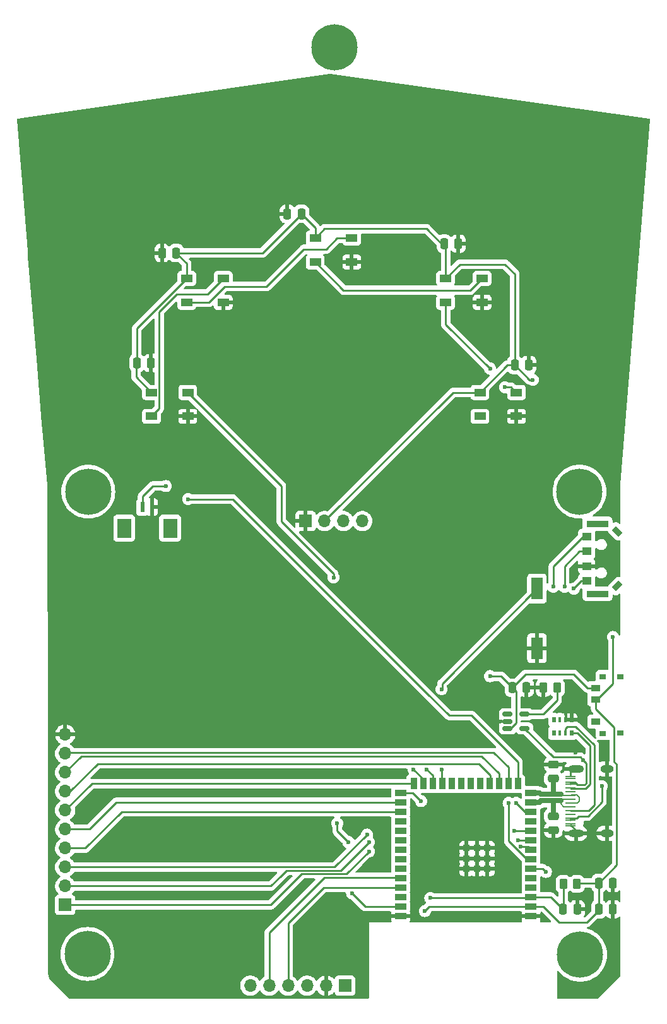
<source format=gbr>
%TF.GenerationSoftware,KiCad,Pcbnew,(6.99.0-1615-g403992a6f4-dirty)*%
%TF.CreationDate,2022-06-06T14:57:22-05:00*%
%TF.ProjectId,DeauthBottom,44656175-7468-4426-9f74-746f6d2e6b69,rev?*%
%TF.SameCoordinates,Original*%
%TF.FileFunction,Copper,L1,Top*%
%TF.FilePolarity,Positive*%
%FSLAX46Y46*%
G04 Gerber Fmt 4.6, Leading zero omitted, Abs format (unit mm)*
G04 Created by KiCad (PCBNEW (6.99.0-1615-g403992a6f4-dirty)) date 2022-06-06 14:57:22*
%MOMM*%
%LPD*%
G01*
G04 APERTURE LIST*
G04 Aperture macros list*
%AMRoundRect*
0 Rectangle with rounded corners*
0 $1 Rounding radius*
0 $2 $3 $4 $5 $6 $7 $8 $9 X,Y pos of 4 corners*
0 Add a 4 corners polygon primitive as box body*
4,1,4,$2,$3,$4,$5,$6,$7,$8,$9,$2,$3,0*
0 Add four circle primitives for the rounded corners*
1,1,$1+$1,$2,$3*
1,1,$1+$1,$4,$5*
1,1,$1+$1,$6,$7*
1,1,$1+$1,$8,$9*
0 Add four rect primitives between the rounded corners*
20,1,$1+$1,$2,$3,$4,$5,0*
20,1,$1+$1,$4,$5,$6,$7,0*
20,1,$1+$1,$6,$7,$8,$9,0*
20,1,$1+$1,$8,$9,$2,$3,0*%
%AMRotRect*
0 Rectangle, with rotation*
0 The origin of the aperture is its center*
0 $1 length*
0 $2 width*
0 $3 Rotation angle, in degrees counterclockwise*
0 Add horizontal line*
21,1,$1,$2,0,0,$3*%
G04 Aperture macros list end*
%TA.AperFunction,ComponentPad*%
%ADD10C,6.200000*%
%TD*%
%TA.AperFunction,SMDPad,CuDef*%
%ADD11RoundRect,0.250000X-0.262500X-0.450000X0.262500X-0.450000X0.262500X0.450000X-0.262500X0.450000X0*%
%TD*%
%TA.AperFunction,SMDPad,CuDef*%
%ADD12R,1.900000X2.600000*%
%TD*%
%TA.AperFunction,SMDPad,CuDef*%
%ADD13R,0.600000X1.350000*%
%TD*%
%TA.AperFunction,SMDPad,CuDef*%
%ADD14RoundRect,0.250000X-0.250000X-0.475000X0.250000X-0.475000X0.250000X0.475000X-0.250000X0.475000X0*%
%TD*%
%TA.AperFunction,SMDPad,CuDef*%
%ADD15R,0.500000X0.800000*%
%TD*%
%TA.AperFunction,SMDPad,CuDef*%
%ADD16R,0.400000X0.800000*%
%TD*%
%TA.AperFunction,SMDPad,CuDef*%
%ADD17R,1.500000X1.000000*%
%TD*%
%TA.AperFunction,SMDPad,CuDef*%
%ADD18R,3.000000X0.900000*%
%TD*%
%TA.AperFunction,SMDPad,CuDef*%
%ADD19RotRect,0.800000X1.200000X45.000000*%
%TD*%
%TA.AperFunction,SMDPad,CuDef*%
%ADD20RotRect,0.800000X1.200000X315.000000*%
%TD*%
%TA.AperFunction,SMDPad,CuDef*%
%ADD21R,1.300000X1.000000*%
%TD*%
%TA.AperFunction,SMDPad,CuDef*%
%ADD22RoundRect,0.250000X0.250000X0.475000X-0.250000X0.475000X-0.250000X-0.475000X0.250000X-0.475000X0*%
%TD*%
%TA.AperFunction,ComponentPad*%
%ADD23R,1.700000X1.700000*%
%TD*%
%TA.AperFunction,ComponentPad*%
%ADD24O,1.700000X1.700000*%
%TD*%
%TA.AperFunction,SMDPad,CuDef*%
%ADD25RoundRect,0.150000X-0.512500X-0.150000X0.512500X-0.150000X0.512500X0.150000X-0.512500X0.150000X0*%
%TD*%
%TA.AperFunction,SMDPad,CuDef*%
%ADD26RoundRect,0.250000X-0.475000X0.250000X-0.475000X-0.250000X0.475000X-0.250000X0.475000X0.250000X0*%
%TD*%
%TA.AperFunction,SMDPad,CuDef*%
%ADD27R,1.400000X0.250000*%
%TD*%
%TA.AperFunction,ComponentPad*%
%ADD28O,2.100000X1.000000*%
%TD*%
%TA.AperFunction,ComponentPad*%
%ADD29O,1.800000X1.000000*%
%TD*%
%TA.AperFunction,SMDPad,CuDef*%
%ADD30R,1.250000X0.900000*%
%TD*%
%TA.AperFunction,SMDPad,CuDef*%
%ADD31R,0.900000X0.800000*%
%TD*%
%TA.AperFunction,SMDPad,CuDef*%
%ADD32R,1.500000X0.900000*%
%TD*%
%TA.AperFunction,SMDPad,CuDef*%
%ADD33R,0.900000X1.500000*%
%TD*%
%TA.AperFunction,SMDPad,CuDef*%
%ADD34R,0.900000X0.900000*%
%TD*%
%TA.AperFunction,SMDPad,CuDef*%
%ADD35R,1.600000X3.000000*%
%TD*%
%TA.AperFunction,SMDPad,CuDef*%
%ADD36RoundRect,0.250000X0.475000X-0.250000X0.475000X0.250000X-0.475000X0.250000X-0.475000X-0.250000X0*%
%TD*%
%TA.AperFunction,ViaPad*%
%ADD37C,0.600000*%
%TD*%
%TA.AperFunction,Conductor*%
%ADD38C,0.250000*%
%TD*%
%TA.AperFunction,Conductor*%
%ADD39C,0.200000*%
%TD*%
%TA.AperFunction,Conductor*%
%ADD40C,0.700000*%
%TD*%
G04 APERTURE END LIST*
D10*
%TO.P,REF\u002A\u002A,1*%
%TO.N,N/C*%
X133600000Y-33400000D03*
%TD*%
D11*
%TO.P,R3,1*%
%TO.N,VSS*%
X161687500Y-119300000D03*
%TO.P,R3,2*%
%TO.N,Net-(U1-PROG)*%
X163512500Y-119300000D03*
%TD*%
D12*
%TO.P,BT1,*%
%TO.N,*%
X105424999Y-97909999D03*
X111574999Y-97909999D03*
D13*
%TO.P,BT1,1,+*%
%TO.N,VDDA*%
X107874999Y-95074999D03*
%TO.P,BT1,2,-*%
%TO.N,VSS*%
X109124999Y-95074999D03*
%TD*%
D14*
%TO.P,C10,1*%
%TO.N,Reset*%
X164312500Y-149000000D03*
%TO.P,C10,2*%
%TO.N,VSS*%
X166212500Y-149000000D03*
%TD*%
D10*
%TO.P,J7,1,Pin_1*%
%TO.N,unconnected-(J7-Pin_1)*%
X166500000Y-93000000D03*
%TD*%
D15*
%TO.P,RN1,1,R1.1*%
%TO.N,VSS*%
X165449999Y-123599999D03*
D16*
%TO.P,RN1,2,R2.1*%
X164649999Y-123599999D03*
%TO.P,RN1,3,R3.1*%
%TO.N,unconnected-(RN1-R3.1)*%
X163849999Y-123599999D03*
D15*
%TO.P,RN1,4,R4.1*%
%TO.N,unconnected-(RN1-R4.1)*%
X163049999Y-123599999D03*
%TO.P,RN1,5,R4.2*%
%TO.N,unconnected-(RN1-R4.2)*%
X163049999Y-125399999D03*
D16*
%TO.P,RN1,6,R3.2*%
%TO.N,unconnected-(RN1-R3.2)*%
X163849999Y-125399999D03*
%TO.P,RN1,7,R2.2*%
%TO.N,Net-(P1-CC)*%
X164649999Y-125399999D03*
D15*
%TO.P,RN1,8,R1.2*%
%TO.N,Net-(P1-VCONN)*%
X165449999Y-125399999D03*
%TD*%
D10*
%TO.P,J5,1,Pin_1*%
%TO.N,unconnected-(J5-Pin_1)*%
X100600000Y-93000000D03*
%TD*%
D17*
%TO.P,D2,1,VSS*%
%TO.N,VSS*%
X118699999Y-67599999D03*
%TO.P,D2,2,DIN*%
%TO.N,Net-(D1-DOUT)*%
X118699999Y-64399999D03*
%TO.P,D2,3,VDD*%
%TO.N,VCC*%
X113799999Y-64399999D03*
%TO.P,D2,4,DOUT*%
%TO.N,Net-(D2-DOUT)*%
X113799999Y-67599999D03*
%TD*%
D18*
%TO.P,U2,*%
%TO.N,*%
X168919999Y-97299999D03*
D19*
X171531269Y-98323044D03*
D20*
X171531269Y-105676954D03*
D18*
X168919999Y-106699999D03*
D21*
%TO.P,U2,1,1*%
%TO.N,Up*%
X167469999Y-98999999D03*
%TO.P,U2,4,2*%
%TO.N,Down*%
X167469999Y-104999999D03*
%TO.P,U2,C*%
%TO.N,VSS*%
X167469999Y-102999999D03*
%TO.P,U2,T*%
%TO.N,N/C*%
X167469999Y-100999999D03*
%TD*%
D22*
%TO.P,C6,1*%
%TO.N,VCC*%
X129200000Y-55750000D03*
%TO.P,C6,2*%
%TO.N,VSS*%
X127300000Y-55750000D03*
%TD*%
D17*
%TO.P,D1,1,VSS*%
%TO.N,VSS*%
X113949999Y-82899999D03*
%TO.P,D1,2,DIN*%
%TO.N,/SK6812*%
X113949999Y-79699999D03*
%TO.P,D1,3,VDD*%
%TO.N,VCC*%
X109049999Y-79699999D03*
%TO.P,D1,4,DOUT*%
%TO.N,Net-(D1-DOUT)*%
X109049999Y-82899999D03*
%TD*%
D10*
%TO.P,J6,1,Pin_1*%
%TO.N,unconnected-(J6-Pin_1)*%
X166600000Y-155100000D03*
%TD*%
D23*
%TO.P,J3,1,Pin_1*%
%TO.N,1*%
X97499999Y-148424999D03*
D24*
%TO.P,J3,2,Pin_2*%
%TO.N,2*%
X97499999Y-145884999D03*
%TO.P,J3,3,Pin_3*%
%TO.N,3*%
X97499999Y-143344999D03*
%TO.P,J3,4,Pin_4*%
%TO.N,10*%
X97499999Y-140804999D03*
%TO.P,J3,5,Pin_5*%
%TO.N,9*%
X97499999Y-138264999D03*
%TO.P,J3,6,Pin_6*%
%TO.N,5*%
X97499999Y-135724999D03*
%TO.P,J3,7,Pin_7*%
%TO.N,7*%
X97499999Y-133184999D03*
%TO.P,J3,8,Pin_8*%
%TO.N,8*%
X97499999Y-130644999D03*
%TO.P,J3,9,Pin_9*%
%TO.N,6*%
X97499999Y-128104999D03*
%TO.P,J3,10,Pin_10*%
%TO.N,VSS*%
X97499999Y-125564999D03*
%TD*%
D14*
%TO.P,C7,1*%
%TO.N,VCC*%
X148350000Y-59750000D03*
%TO.P,C7,2*%
%TO.N,VSS*%
X150250000Y-59750000D03*
%TD*%
D17*
%TO.P,D5,1,VSS*%
%TO.N,VSS*%
X158049999Y-82899999D03*
%TO.P,D5,2,DIN*%
%TO.N,Net-(D4-DOUT)*%
X158049999Y-79699999D03*
%TO.P,D5,3,VDD*%
%TO.N,VCC*%
X153149999Y-79699999D03*
%TO.P,D5,4,DOUT*%
%TO.N,unconnected-(D5-DOUT)*%
X153149999Y-82899999D03*
%TD*%
D25*
%TO.P,U1,1,Chrg*%
%TO.N,unconnected-(U1-Chrg)*%
X156862500Y-122850000D03*
%TO.P,U1,2,Gnd*%
%TO.N,VSS*%
X156862500Y-123800000D03*
%TO.P,U1,3,Bat*%
%TO.N,VDDA*%
X156862500Y-124750000D03*
%TO.P,U1,4,VCC*%
%TO.N,VBUS*%
X159137500Y-124750000D03*
%TO.P,U1,5,PROG*%
%TO.N,Net-(U1-PROG)*%
X159137500Y-122850000D03*
%TD*%
D26*
%TO.P,C4,1*%
%TO.N,/D-*%
X163000000Y-136500000D03*
%TO.P,C4,2*%
%TO.N,VSS*%
X163000000Y-138400000D03*
%TD*%
D27*
%TO.P,P1,A1,GND*%
%TO.N,VSS*%
X165312499Y-137824999D03*
%TO.P,P1,A4,VBUS*%
%TO.N,VBUS*%
X165312499Y-137024999D03*
%TO.P,P1,A5,CC*%
%TO.N,Net-(P1-CC)*%
X165312499Y-135749999D03*
%TO.P,P1,A6,D+*%
%TO.N,/D+*%
X165312499Y-134749999D03*
%TO.P,P1,A7,D-*%
%TO.N,/D-*%
X165312499Y-134249999D03*
%TO.P,P1,A8,SBU1*%
%TO.N,unconnected-(P1-SBU1)*%
X165312499Y-136249999D03*
%TO.P,P1,A9,VBUS*%
%TO.N,VBUS*%
X165312499Y-131974999D03*
%TO.P,P1,A12,GND*%
%TO.N,VSS*%
X165312499Y-131174999D03*
%TO.P,P1,B1,GND*%
X165312499Y-131424999D03*
%TO.P,P1,B4,VBUS*%
%TO.N,VBUS*%
X165312499Y-132224999D03*
%TO.P,P1,B5,VCONN*%
%TO.N,Net-(P1-VCONN)*%
X165312499Y-132749999D03*
%TO.P,P1,B6,D+*%
%TO.N,/D+*%
X165312499Y-133749999D03*
%TO.P,P1,B7,D-*%
%TO.N,/D-*%
X165312499Y-135249999D03*
%TO.P,P1,B8,SBU2*%
%TO.N,unconnected-(P1-SBU2)*%
X165312499Y-133249999D03*
%TO.P,P1,B9,VBUS*%
%TO.N,VBUS*%
X165312499Y-136774999D03*
%TO.P,P1,B12,GND*%
%TO.N,VSS*%
X165312499Y-137574999D03*
D28*
%TO.P,P1,S1,SHIELD*%
X166012499Y-138819999D03*
D29*
X170162499Y-138819999D03*
D28*
X166012499Y-130179999D03*
D29*
X170162499Y-130179999D03*
%TD*%
D14*
%TO.P,C8,1*%
%TO.N,VCC*%
X169100000Y-149000000D03*
%TO.P,C8,2*%
%TO.N,VSS*%
X171000000Y-149000000D03*
%TD*%
D30*
%TO.P,SW4,1,A*%
%TO.N,VDDA*%
X168674999Y-119349999D03*
%TO.P,SW4,2,B*%
%TO.N,VCC*%
X168674999Y-120849999D03*
%TO.P,SW4,3,C*%
%TO.N,unconnected-(SW4-C)*%
X168674999Y-123849999D03*
D31*
%TO.P,SW4,4*%
%TO.N,N/C*%
X171949999Y-117799999D03*
X169649999Y-117799999D03*
X171949999Y-125399999D03*
X169649999Y-125409999D03*
%TD*%
D14*
%TO.P,C1,1*%
%TO.N,VDDA*%
X157500000Y-119300000D03*
%TO.P,C1,2*%
%TO.N,VSS*%
X159400000Y-119300000D03*
%TD*%
%TO.P,C9,1*%
%TO.N,VCC*%
X169100000Y-145500000D03*
%TO.P,C9,2*%
%TO.N,VSS*%
X171000000Y-145500000D03*
%TD*%
D23*
%TO.P,J2,1,Pin_1*%
%TO.N,VSS*%
X129749999Y-96949999D03*
D24*
%TO.P,J2,2,Pin_2*%
%TO.N,VCC*%
X132289999Y-96949999D03*
%TO.P,J2,3,Pin_3*%
%TO.N,/SCL*%
X134829999Y-96949999D03*
%TO.P,J2,4,Pin_4*%
%TO.N,/SDA*%
X137369999Y-96949999D03*
%TD*%
D22*
%TO.P,C5,1*%
%TO.N,VCC*%
X112400000Y-61000000D03*
%TO.P,C5,2*%
%TO.N,VSS*%
X110500000Y-61000000D03*
%TD*%
D17*
%TO.P,D3,1,VSS*%
%TO.N,VSS*%
X135949999Y-62199999D03*
%TO.P,D3,2,DIN*%
%TO.N,Net-(D2-DOUT)*%
X135949999Y-58999999D03*
%TO.P,D3,3,VDD*%
%TO.N,VCC*%
X131049999Y-58999999D03*
%TO.P,D3,4,DOUT*%
%TO.N,Net-(D3-DOUT)*%
X131049999Y-62199999D03*
%TD*%
D32*
%TO.P,U7,1,GND*%
%TO.N,VSS*%
X159999999Y-149909999D03*
%TO.P,U7,2,3V3*%
%TO.N,VCC*%
X159999999Y-148639999D03*
%TO.P,U7,3,EN*%
%TO.N,Reset*%
X159999999Y-147369999D03*
%TO.P,U7,4,GPIO4/TOUCH4/ADC1_CH3*%
%TO.N,unconnected-(U7-GPIO4/TOUCH4/ADC1_CH3)*%
X159999999Y-146099999D03*
%TO.P,U7,5,GPIO5/TOUCH5/ADC1_CH4*%
%TO.N,unconnected-(U7-GPIO5/TOUCH5/ADC1_CH4)*%
X159999999Y-144829999D03*
%TO.P,U7,6,GPIO6/TOUCH6/ADC1_CH5*%
%TO.N,Net-(J13-Pin_1)*%
X159999999Y-143559999D03*
%TO.P,U7,7,GPIO7/TOUCH7/ADC1_CH6*%
%TO.N,Center*%
X159999999Y-142289999D03*
%TO.P,U7,8,GPIO15/U0RTS/ADC2_CH4/XTAL_32K_P*%
%TO.N,1*%
X159999999Y-141019999D03*
%TO.P,U7,9,GPIO16/U0CTS/ADC2_CH5/XTAL_32K_N*%
%TO.N,2*%
X159999999Y-139749999D03*
%TO.P,U7,10,GPIO17/U1TXD/ADC2_CH6/DAC_1*%
%TO.N,3*%
X159999999Y-138479999D03*
%TO.P,U7,11,GPIO18/U1RXD/ADC2_CH7/DAC_2/CLK_OUT3*%
%TO.N,unconnected-(U7-GPIO18/U1RXD/ADC2_CH7/DAC_2/CLK_OUT3)*%
X159999999Y-137209999D03*
%TO.P,U7,12,GPIO8/TOUCH8/ADC1_CH7*%
%TO.N,Down*%
X159999999Y-135939999D03*
%TO.P,U7,13,GPIO19/U1RTS/ADC2_CH8/CLK_OUT2/USB_D-*%
%TO.N,/D-*%
X159999999Y-134669999D03*
%TO.P,U7,14,GPIO20/U1CTS/ADC2_CH9/CLK_OUT1/USB_D+*%
%TO.N,/D+*%
X159999999Y-133399999D03*
D33*
%TO.P,U7,15,GPIO3/TOUCH3/ADC1_CH2*%
%TO.N,Net-(J10-Pin_1)*%
X158234999Y-132149999D03*
%TO.P,U7,16,GPIO46*%
%TO.N,6*%
X156964999Y-132149999D03*
%TO.P,U7,17,GPIO9/TOUCH9/ADC1_CH8/FSPIHD*%
%TO.N,8*%
X155694999Y-132149999D03*
%TO.P,U7,18,GPIO10/TOUCH10/ADC1_CH9/FSPICS0/FSPIIO4*%
%TO.N,7*%
X154424999Y-132149999D03*
%TO.P,U7,19,GPIO11/TOUCH11/ADC2_CH0/FSPID/FSPIIO5*%
%TO.N,unconnected-(U7-GPIO11/TOUCH11/ADC2_CH0/FSPID/FSPIIO5)*%
X153154999Y-132149999D03*
%TO.P,U7,20,GPIO12/TOUCH12/ADC2_CH1/FSPICLK/FSPIIO6*%
%TO.N,unconnected-(U7-GPIO12/TOUCH12/ADC2_CH1/FSPICLK/FSPIIO6)*%
X151884999Y-132149999D03*
%TO.P,U7,21,GPIO13/TOUCH13/ADC2_CH2/FSPIQ/FSPIIO7*%
%TO.N,unconnected-(U7-GPIO13/TOUCH13/ADC2_CH2/FSPIQ/FSPIIO7)*%
X150614999Y-132149999D03*
%TO.P,U7,22,GPIO14/TOUCH14/ADC2_CH3/FSPIWP/FSPIDQS*%
%TO.N,unconnected-(U7-GPIO14/TOUCH14/ADC2_CH3/FSPIWP/FSPIDQS)*%
X149344999Y-132149999D03*
%TO.P,U7,23,GPIO21*%
%TO.N,Buzzer*%
X148074999Y-132149999D03*
%TO.P,U7,24,SPIIO4/GPIO33/FSPIHD*%
%TO.N,/SDA*%
X146804999Y-132149999D03*
%TO.P,U7,25,SPIIO5/GPIO34/FSPICS0*%
%TO.N,/SCL*%
X145534999Y-132149999D03*
%TO.P,U7,26,GPIO45*%
%TO.N,5*%
X144264999Y-132149999D03*
D32*
%TO.P,U7,27,GPIO0*%
%TO.N,Up*%
X142499999Y-133399999D03*
%TO.P,U7,28,SPIIO6/GPIO35/FSPID*%
%TO.N,9*%
X142499999Y-134669999D03*
%TO.P,U7,29,SPIIO7/GPIO36/FSPICLK*%
%TO.N,10*%
X142499999Y-135939999D03*
%TO.P,U7,30,SPIDQS/GPIO37/FSPIQ*%
%TO.N,unconnected-(U7-SPIDQS/GPIO37/FSPIQ)*%
X142499999Y-137209999D03*
%TO.P,U7,31,GPIO38/FSPIWP*%
%TO.N,unconnected-(U7-GPIO38/FSPIWP)*%
X142499999Y-138479999D03*
%TO.P,U7,32,MTCK/GPIO39/CLK_OUT3*%
%TO.N,unconnected-(U7-MTCK/GPIO39/CLK_OUT3)*%
X142499999Y-139749999D03*
%TO.P,U7,33,MTDO/GPIO40/CLK_OUT2*%
%TO.N,unconnected-(U7-MTDO/GPIO40/CLK_OUT2)*%
X142499999Y-141019999D03*
%TO.P,U7,34,MTDI/GPIO41/CLK_OUT1*%
%TO.N,unconnected-(U7-MTDI/GPIO41/CLK_OUT1)*%
X142499999Y-142289999D03*
%TO.P,U7,35,MTMS/GPIO42*%
%TO.N,4*%
X142499999Y-143559999D03*
%TO.P,U7,36,U0RXD/GPIO44/CLK_OUT2*%
%TO.N,RX*%
X142499999Y-144829999D03*
%TO.P,U7,37,U0TXD/GPIO43/CLK_OUT1*%
%TO.N,TX*%
X142499999Y-146099999D03*
%TO.P,U7,38,GPIO2/TOUCH2/ADC1_CH1*%
%TO.N,unconnected-(U7-GPIO2/TOUCH2/ADC1_CH1)*%
X142499999Y-147369999D03*
%TO.P,U7,39,GPIO1/TOUCH1/ADC1_CH0*%
%TO.N,/SK6812*%
X142499999Y-148639999D03*
%TO.P,U7,40,GND*%
%TO.N,VSS*%
X142499999Y-149909999D03*
D34*
%TO.P,U7,41,GND*%
X154149999Y-143589999D03*
X154149999Y-142189999D03*
X154149999Y-140789999D03*
X152749999Y-143589999D03*
X152749999Y-142189999D03*
X152749999Y-140789999D03*
X151349999Y-143589999D03*
X151349999Y-142189999D03*
X151349999Y-140789999D03*
%TD*%
D17*
%TO.P,D4,1,VSS*%
%TO.N,VSS*%
X153449999Y-67599999D03*
%TO.P,D4,2,DIN*%
%TO.N,Net-(D3-DOUT)*%
X153449999Y-64399999D03*
%TO.P,D4,3,VDD*%
%TO.N,VCC*%
X148549999Y-64399999D03*
%TO.P,D4,4,DOUT*%
%TO.N,Net-(D4-DOUT)*%
X148549999Y-67599999D03*
%TD*%
D35*
%TO.P,BZ1,1,-*%
%TO.N,Buzzer*%
X160799999Y-105999999D03*
%TO.P,BZ1,2,+*%
%TO.N,VSS*%
X160799999Y-113999999D03*
%TD*%
D14*
%TO.P,C11,1*%
%TO.N,VCC*%
X157800000Y-76000000D03*
%TO.P,C11,2*%
%TO.N,VSS*%
X159700000Y-76000000D03*
%TD*%
D10*
%TO.P,J8,1,Pin_1*%
%TO.N,unconnected-(J8-Pin_1)*%
X100500000Y-155000000D03*
%TD*%
D11*
%TO.P,R4,1*%
%TO.N,Reset*%
X164337500Y-145600000D03*
%TO.P,R4,2*%
%TO.N,VCC*%
X166162500Y-145600000D03*
%TD*%
D23*
%TO.P,J1,1,Pin_1*%
%TO.N,VCC*%
X135039999Y-159249999D03*
D24*
%TO.P,J1,2,Pin_2*%
%TO.N,VSS*%
X132499999Y-159249999D03*
%TO.P,J1,3,Pin_3*%
%TO.N,Up*%
X129959999Y-159249999D03*
%TO.P,J1,4,Pin_4*%
%TO.N,TX*%
X127419999Y-159249999D03*
%TO.P,J1,5,Pin_5*%
%TO.N,RX*%
X124879999Y-159249999D03*
%TO.P,J1,6,Pin_6*%
%TO.N,Reset*%
X122339999Y-159249999D03*
%TD*%
D36*
%TO.P,C3,2*%
%TO.N,VSS*%
X163000000Y-129600000D03*
%TO.P,C3,1*%
%TO.N,/D+*%
X163000000Y-131500000D03*
%TD*%
D14*
%TO.P,C2,1*%
%TO.N,VCC*%
X107100000Y-75750000D03*
%TO.P,C2,2*%
%TO.N,VSS*%
X109000000Y-75750000D03*
%TD*%
D37*
%TO.N,VBUS*%
X169500000Y-132500000D03*
X167000000Y-129000000D03*
%TO.N,VDDA*%
X154500000Y-117750000D03*
X111000000Y-92250000D03*
%TO.N,VSS*%
X161500000Y-150000000D03*
X167500000Y-147500000D03*
X156000000Y-65000000D03*
X108500000Y-73000000D03*
X169500000Y-102500000D03*
X170500000Y-151000000D03*
X162000000Y-146000000D03*
X170000000Y-127500000D03*
X160500000Y-121000000D03*
X111500000Y-95000000D03*
X154500000Y-123000000D03*
X166000000Y-121500000D03*
X144000000Y-61000000D03*
X152000000Y-117500000D03*
X132500000Y-149500000D03*
X166000000Y-128000000D03*
X166000000Y-104000000D03*
X164000000Y-114500000D03*
%TO.N,Buzzer*%
X148000000Y-130250000D03*
X148000000Y-119500000D03*
%TO.N,VCC*%
X160250000Y-78000000D03*
X171000000Y-112500000D03*
X145750000Y-149250000D03*
%TO.N,Reset*%
X146500000Y-147500000D03*
%TO.N,/SK6812*%
X135500000Y-140000000D03*
X134000000Y-137500000D03*
X136000000Y-146875500D03*
X133500000Y-104500000D03*
%TO.N,Net-(D4-DOUT)*%
X156500000Y-79000000D03*
X154500000Y-76500000D03*
%TO.N,Up*%
X145250000Y-134500000D03*
X163000000Y-105750000D03*
%TO.N,1*%
X158632078Y-140617922D03*
X138250000Y-141250000D03*
%TO.N,2*%
X138250000Y-140000000D03*
X158250000Y-139750000D03*
%TO.N,3*%
X138000000Y-139000000D03*
X157750000Y-138500000D03*
%TO.N,Net-(J10-Pin_1)*%
X114000000Y-94000000D03*
%TO.N,/SCL*%
X144250000Y-130250000D03*
%TO.N,/SDA*%
X146000000Y-130250000D03*
%TO.N,Net-(J13-Pin_1)*%
X162000000Y-144000000D03*
%TO.N,Down*%
X165750000Y-106000000D03*
X158000000Y-134750000D03*
%TO.N,Center*%
X157000000Y-134750000D03*
X164500000Y-105750000D03*
%TD*%
D38*
%TO.N,Net-(P1-CC)*%
X164650000Y-125400000D02*
X164650000Y-124750000D01*
X164650000Y-124750000D02*
X164900000Y-124500000D01*
X164900000Y-124500000D02*
X166000000Y-124500000D01*
X166000000Y-124500000D02*
X168500000Y-127000000D01*
X168500000Y-127000000D02*
X168500000Y-135000000D01*
X167750000Y-135750000D02*
X165312500Y-135750000D01*
X168500000Y-135000000D02*
X167750000Y-135750000D01*
%TO.N,Net-(D2-DOUT)*%
X113800000Y-67600000D02*
X116800978Y-67600000D01*
X116800978Y-67600000D02*
X118900978Y-65500000D01*
X118900978Y-65500000D02*
X124500000Y-65500000D01*
X129500000Y-60500000D02*
X132500000Y-60500000D01*
X124500000Y-65500000D02*
X129500000Y-60500000D01*
X132500000Y-60500000D02*
X134000000Y-59000000D01*
X134000000Y-59000000D02*
X135950000Y-59000000D01*
%TO.N,VBUS*%
X165312500Y-131975000D02*
X165887500Y-131975000D01*
X167190479Y-132309521D02*
X167400000Y-132100000D01*
X167400000Y-129400000D02*
X167000000Y-129000000D01*
X165887500Y-131975000D02*
X166222021Y-132309521D01*
X166222021Y-132309521D02*
X167190479Y-132309521D01*
X167400000Y-132100000D02*
X167400000Y-129400000D01*
X169500000Y-134635718D02*
X169500000Y-132500000D01*
X167635718Y-136500000D02*
X169500000Y-134635718D01*
X166413227Y-136500000D02*
X167635718Y-136500000D01*
X166138227Y-136775000D02*
X166413227Y-136500000D01*
X165312500Y-136775000D02*
X166138227Y-136775000D01*
X167000000Y-129000000D02*
X166624511Y-128624511D01*
X165312500Y-137025000D02*
X165312500Y-136775000D01*
%TO.N,Net-(P1-VCONN)*%
X165450000Y-125400000D02*
X166264282Y-125400000D01*
X166264282Y-125400000D02*
X167932141Y-127067859D01*
X167932141Y-127067859D02*
X167932141Y-132203576D01*
X167932141Y-132203576D02*
X167335228Y-132800489D01*
X167335228Y-132800489D02*
X165362989Y-132800489D01*
X165362989Y-132800489D02*
X165312500Y-132750000D01*
%TO.N,VBUS*%
X163012011Y-128624511D02*
X159137500Y-124750000D01*
X166624511Y-128624511D02*
X163012011Y-128624511D01*
X165312500Y-132225000D02*
X165312500Y-131975000D01*
D39*
%TO.N,/D+*%
X165312500Y-134750000D02*
X166250000Y-134750000D01*
X166250000Y-134750000D02*
X166500000Y-134500000D01*
X166312011Y-133812011D02*
X166174511Y-133674511D01*
X166500000Y-134500000D02*
X166500000Y-134013478D01*
X166500000Y-134013478D02*
X166312011Y-133825489D01*
X166312011Y-133825489D02*
X166312011Y-133812011D01*
X166174511Y-133674511D02*
X165387989Y-133674511D01*
X165387989Y-133674511D02*
X165312500Y-133750000D01*
%TO.N,/D-*%
X165312500Y-135250000D02*
X164388478Y-135250000D01*
X164388478Y-135250000D02*
X164000000Y-134861522D01*
X164000000Y-134861522D02*
X164000000Y-134461200D01*
X165312500Y-134250000D02*
X164211200Y-134250000D01*
X164211200Y-134250000D02*
X164000000Y-134461200D01*
%TO.N,/D+*%
X165312500Y-133750000D02*
X164141200Y-133750000D01*
X164141200Y-133750000D02*
X164000000Y-133608800D01*
D40*
X161333801Y-133608800D02*
X163108800Y-133608800D01*
X163000000Y-133500000D02*
X163108800Y-133608800D01*
X163108800Y-133608800D02*
X164000000Y-133608800D01*
X163000000Y-131500000D02*
X163000000Y-133500000D01*
%TO.N,/D-*%
X161333801Y-134461200D02*
X162961200Y-134461200D01*
X162961200Y-134461200D02*
X164000000Y-134461200D01*
X163000000Y-136500000D02*
X163000000Y-134500000D01*
X163000000Y-134500000D02*
X162961200Y-134461200D01*
%TO.N,/D+*%
X160000000Y-133400000D02*
X161125001Y-133400000D01*
X161125001Y-133400000D02*
X161333801Y-133608800D01*
%TO.N,/D-*%
X160000000Y-134670000D02*
X161125001Y-134670000D01*
X161125001Y-134670000D02*
X161333801Y-134461200D01*
D38*
%TO.N,VDDA*%
X157246072Y-124750000D02*
X158000000Y-123996072D01*
X159300000Y-117500000D02*
X165750000Y-117500000D01*
X107875000Y-95075000D02*
X107875000Y-93625000D01*
X107875000Y-93625000D02*
X109000000Y-92500000D01*
X165750000Y-117500000D02*
X167600000Y-119350000D01*
X109000000Y-92500000D02*
X109250000Y-92250000D01*
X167600000Y-119350000D02*
X168675000Y-119350000D01*
X158000000Y-119800000D02*
X157500000Y-119300000D01*
X154500000Y-117750000D02*
X155950000Y-117750000D01*
X109250000Y-92250000D02*
X111000000Y-92250000D01*
X158000000Y-123996072D02*
X158000000Y-119800000D01*
X156862500Y-124750000D02*
X157246072Y-124750000D01*
X157500000Y-119300000D02*
X159300000Y-117500000D01*
X155950000Y-117750000D02*
X157500000Y-119300000D01*
%TO.N,VSS*%
X165312500Y-131025000D02*
X165312500Y-130775000D01*
X165312500Y-130480000D02*
X166012500Y-129780000D01*
X165312500Y-130775000D02*
X165312500Y-130480000D01*
X165312500Y-137720000D02*
X166012500Y-138420000D01*
%TO.N,Buzzer*%
X148075000Y-119425000D02*
X148000000Y-119500000D01*
X160800000Y-106000000D02*
X148075000Y-118725000D01*
X148000000Y-132075000D02*
X148075000Y-132150000D01*
X148075000Y-118725000D02*
X148075000Y-119425000D01*
X148000000Y-130250000D02*
X148000000Y-132075000D01*
%TO.N,VCC*%
X171500000Y-143100000D02*
X169100000Y-145500000D01*
X169100000Y-149000000D02*
X169100000Y-149150000D01*
X167500000Y-150750000D02*
X163750000Y-150750000D01*
X107000000Y-77650000D02*
X109050000Y-79700000D01*
X129200000Y-55750000D02*
X123950000Y-61000000D01*
X169100000Y-145500000D02*
X169100000Y-149000000D01*
X169100000Y-149150000D02*
X167500000Y-150750000D01*
X168675000Y-122141050D02*
X171175489Y-124641539D01*
X107100000Y-75750000D02*
X107000000Y-75850000D01*
X171500000Y-129551453D02*
X171500000Y-143100000D01*
X156850000Y-76000000D02*
X153150000Y-79700000D01*
X171175489Y-124641539D02*
X171175489Y-129226942D01*
X148550000Y-60300000D02*
X146000000Y-57750000D01*
X157800000Y-63800000D02*
X156500000Y-62500000D01*
X156500000Y-62500000D02*
X150450000Y-62500000D01*
X148550000Y-64400000D02*
X148550000Y-60300000D01*
X107000000Y-75850000D02*
X107000000Y-77650000D01*
X113800000Y-62400000D02*
X113800000Y-64400000D01*
X171175489Y-129226942D02*
X171500000Y-129551453D01*
X168675000Y-120850000D02*
X168675000Y-122141050D01*
X149540000Y-79700000D02*
X153150000Y-79700000D01*
X157800000Y-76000000D02*
X157800000Y-63800000D01*
X146360000Y-148640000D02*
X145750000Y-149250000D01*
X160000000Y-148640000D02*
X146360000Y-148640000D01*
X146000000Y-57750000D02*
X132300000Y-57750000D01*
X169100000Y-145500000D02*
X166262500Y-145500000D01*
X163750000Y-150750000D02*
X161640000Y-148640000D01*
X159800000Y-78000000D02*
X157800000Y-76000000D01*
X150450000Y-62500000D02*
X148550000Y-64400000D01*
X168883950Y-120850000D02*
X171000000Y-118733950D01*
X131050000Y-57600000D02*
X129200000Y-55750000D01*
X113800000Y-64400000D02*
X107100000Y-71100000D01*
X123950000Y-61000000D02*
X112400000Y-61000000D01*
X157800000Y-76000000D02*
X156850000Y-76000000D01*
X168675000Y-120850000D02*
X168883950Y-120850000D01*
X107100000Y-71100000D02*
X107100000Y-75750000D01*
X171000000Y-118733950D02*
X171000000Y-112500000D01*
X132290000Y-96950000D02*
X149540000Y-79700000D01*
X112400000Y-61000000D02*
X113800000Y-62400000D01*
X132300000Y-57750000D02*
X131050000Y-59000000D01*
X160250000Y-78000000D02*
X159800000Y-78000000D01*
X161640000Y-148640000D02*
X160000000Y-148640000D01*
X166262500Y-145500000D02*
X166162500Y-145600000D01*
X131050000Y-59000000D02*
X131050000Y-57600000D01*
%TO.N,Reset*%
X159870000Y-147500000D02*
X160000000Y-147370000D01*
X164337500Y-148975000D02*
X164312500Y-149000000D01*
X146500000Y-147500000D02*
X159870000Y-147500000D01*
X162682500Y-147370000D02*
X160000000Y-147370000D01*
X164337500Y-145600000D02*
X164337500Y-148975000D01*
X164312500Y-149000000D02*
X162682500Y-147370000D01*
%TO.N,/SK6812*%
X126500000Y-97000000D02*
X133500000Y-104000000D01*
X135500000Y-140000000D02*
X134000000Y-138500000D01*
X133500000Y-104000000D02*
X133500000Y-104500000D01*
X126500000Y-92250000D02*
X126500000Y-97000000D01*
X137764500Y-148640000D02*
X136000000Y-146875500D01*
X134000000Y-138500000D02*
X134000000Y-137500000D01*
X142500000Y-148640000D02*
X137764500Y-148640000D01*
X113950000Y-79700000D02*
X126500000Y-92250000D01*
%TO.N,Net-(D1-DOUT)*%
X109050000Y-82900000D02*
X110124511Y-81825489D01*
X116600000Y-66500000D02*
X118700000Y-64400000D01*
X110124511Y-68875489D02*
X112500000Y-66500000D01*
X110124511Y-81825489D02*
X110124511Y-68875489D01*
X112500000Y-66500000D02*
X116600000Y-66500000D01*
%TO.N,Net-(D3-DOUT)*%
X151850000Y-66000000D02*
X153450000Y-64400000D01*
X134850000Y-66000000D02*
X151850000Y-66000000D01*
X131050000Y-62200000D02*
X134850000Y-66000000D01*
%TO.N,Net-(D4-DOUT)*%
X148550000Y-70550000D02*
X154500000Y-76500000D01*
X148550000Y-67600000D02*
X148550000Y-70550000D01*
X156500000Y-79000000D02*
X157350000Y-79000000D01*
X157350000Y-79000000D02*
X158050000Y-79700000D01*
%TO.N,Up*%
X144150000Y-133400000D02*
X143850000Y-133400000D01*
X145250000Y-134500000D02*
X144150000Y-133400000D01*
X163000000Y-103000000D02*
X163000000Y-105750000D01*
X167000000Y-99000000D02*
X163500000Y-102500000D01*
X163500000Y-102500000D02*
X163000000Y-103000000D01*
X167470000Y-99000000D02*
X167000000Y-99000000D01*
X142500000Y-133400000D02*
X143850000Y-133400000D01*
%TO.N,TX*%
X132150000Y-146100000D02*
X142500000Y-146100000D01*
X127420000Y-159250000D02*
X127420000Y-150830000D01*
X127420000Y-150830000D02*
X132150000Y-146100000D01*
%TO.N,RX*%
X132250000Y-144750000D02*
X142420000Y-144750000D01*
X124880000Y-159250000D02*
X124880000Y-152120000D01*
X124880000Y-152120000D02*
X132250000Y-144750000D01*
X142420000Y-144750000D02*
X142500000Y-144830000D01*
%TO.N,1*%
X97500000Y-148425000D02*
X125075000Y-148425000D01*
X158632078Y-140617922D02*
X159597922Y-140617922D01*
X129255960Y-144244040D02*
X135255960Y-144244040D01*
X129000000Y-144500000D02*
X129255960Y-144244040D01*
X135255960Y-144244040D02*
X138250000Y-141250000D01*
X125075000Y-148425000D02*
X129000000Y-144500000D01*
X159597922Y-140617922D02*
X160000000Y-141020000D01*
%TO.N,2*%
X158250000Y-139750000D02*
X160000000Y-139750000D01*
X126500000Y-144500000D02*
X127205480Y-143794520D01*
X127205480Y-143794520D02*
X134455480Y-143794520D01*
X97500000Y-145885000D02*
X125115000Y-145885000D01*
X134455480Y-143794520D02*
X138250000Y-140000000D01*
X125115000Y-145885000D02*
X126500000Y-144500000D01*
%TO.N,3*%
X97500000Y-143345000D02*
X133655000Y-143345000D01*
X157750000Y-138500000D02*
X159980000Y-138500000D01*
X133655000Y-143345000D02*
X138000000Y-139000000D01*
X159980000Y-138500000D02*
X160000000Y-138480000D01*
%TO.N,6*%
X156965000Y-129965000D02*
X155000000Y-128000000D01*
X156965000Y-132150000D02*
X156965000Y-129965000D01*
X97605000Y-128000000D02*
X97500000Y-128105000D01*
X155000000Y-128000000D02*
X97605000Y-128000000D01*
%TO.N,7*%
X154425000Y-132150000D02*
X154500000Y-132075000D01*
X154500000Y-131000000D02*
X153000000Y-129500000D01*
X101842500Y-129500000D02*
X98157500Y-133185000D01*
X154500000Y-132075000D02*
X154500000Y-131000000D01*
X153000000Y-129500000D02*
X101842500Y-129500000D01*
X98157500Y-133185000D02*
X97500000Y-133185000D01*
%TO.N,8*%
X153390000Y-128500000D02*
X155695000Y-130805000D01*
X155695000Y-130805000D02*
X155695000Y-132150000D01*
X97500000Y-130645000D02*
X99645000Y-128500000D01*
X99645000Y-128500000D02*
X153390000Y-128500000D01*
%TO.N,Net-(J10-Pin_1)*%
X120000000Y-94000000D02*
X114000000Y-94000000D01*
X152000000Y-123000000D02*
X149000000Y-123000000D01*
X149000000Y-123000000D02*
X146000000Y-120000000D01*
X158235000Y-129235000D02*
X152000000Y-123000000D01*
X146000000Y-120000000D02*
X120000000Y-94000000D01*
X158235000Y-132150000D02*
X158235000Y-129235000D01*
%TO.N,/SCL*%
X145535000Y-131535000D02*
X144250000Y-130250000D01*
X145535000Y-132150000D02*
X145535000Y-131535000D01*
%TO.N,/SDA*%
X146805000Y-132150000D02*
X146805000Y-131055000D01*
X146805000Y-131055000D02*
X146000000Y-130250000D01*
%TO.N,Net-(J13-Pin_1)*%
X160000000Y-143560000D02*
X161560000Y-143560000D01*
X161560000Y-143560000D02*
X162000000Y-144000000D01*
%TO.N,Net-(U1-PROG)*%
X161650000Y-122850000D02*
X163512500Y-120987500D01*
X159137500Y-122850000D02*
X161650000Y-122850000D01*
X163512500Y-120987500D02*
X163512500Y-119300000D01*
%TO.N,Down*%
X158000000Y-134750000D02*
X159190000Y-135940000D01*
X166750000Y-105000000D02*
X165750000Y-106000000D01*
X159190000Y-135940000D02*
X160000000Y-135940000D01*
X167470000Y-105000000D02*
X166750000Y-105000000D01*
%TO.N,Center*%
X164500000Y-105750000D02*
X164500000Y-103000000D01*
X164500000Y-103000000D02*
X166500000Y-101000000D01*
X159420978Y-142290000D02*
X157000000Y-139869022D01*
X160000000Y-142290000D02*
X159420978Y-142290000D01*
X166500000Y-101000000D02*
X167470000Y-101000000D01*
X157000000Y-139869022D02*
X157000000Y-134750000D01*
%TO.N,9*%
X104330000Y-134670000D02*
X100735000Y-138265000D01*
X142500000Y-134670000D02*
X104330000Y-134670000D01*
X100735000Y-138265000D02*
X97500000Y-138265000D01*
%TO.N,10*%
X100195000Y-140805000D02*
X97500000Y-140805000D01*
X142500000Y-135940000D02*
X105060000Y-135940000D01*
X105060000Y-135940000D02*
X100195000Y-140805000D01*
%TO.N,5*%
X144265000Y-132150000D02*
X101075000Y-132150000D01*
X101075000Y-132150000D02*
X97500000Y-135725000D01*
%TD*%
%TA.AperFunction,Conductor*%
%TO.N,VSS*%
G36*
X171196121Y-145266002D02*
G01*
X171242614Y-145319658D01*
X171254000Y-145372000D01*
X171254000Y-146714885D01*
X171258475Y-146730124D01*
X171259865Y-146731329D01*
X171267548Y-146733000D01*
X171297303Y-146733000D01*
X171303693Y-146732675D01*
X171397488Y-146723092D01*
X171410846Y-146720233D01*
X171565565Y-146668964D01*
X171578767Y-146662808D01*
X171717092Y-146577488D01*
X171728532Y-146568442D01*
X171784905Y-146512069D01*
X171847217Y-146478043D01*
X171918032Y-146483108D01*
X171974868Y-146525655D01*
X171999679Y-146592175D01*
X172000000Y-146601164D01*
X172000000Y-147898836D01*
X171979998Y-147966957D01*
X171926342Y-148013450D01*
X171856068Y-148023554D01*
X171791488Y-147994060D01*
X171784905Y-147987931D01*
X171728532Y-147931558D01*
X171717092Y-147922512D01*
X171578767Y-147837192D01*
X171565565Y-147831036D01*
X171410846Y-147779767D01*
X171397488Y-147776908D01*
X171303693Y-147767325D01*
X171297302Y-147767000D01*
X171272115Y-147767000D01*
X171256876Y-147771475D01*
X171255671Y-147772865D01*
X171254000Y-147780548D01*
X171254000Y-150214885D01*
X171258475Y-150230124D01*
X171259865Y-150231329D01*
X171267548Y-150233000D01*
X171297303Y-150233000D01*
X171303693Y-150232675D01*
X171397488Y-150223092D01*
X171410846Y-150220233D01*
X171565565Y-150168964D01*
X171578767Y-150162808D01*
X171717092Y-150077488D01*
X171728532Y-150068442D01*
X171784905Y-150012069D01*
X171847217Y-149978043D01*
X171918032Y-149983108D01*
X171974868Y-150025655D01*
X171999679Y-150092175D01*
X172000000Y-150101164D01*
X172000000Y-157730964D01*
X171998775Y-157748494D01*
X171974649Y-157920223D01*
X171973815Y-157926156D01*
X171971474Y-157938387D01*
X171963040Y-157973079D01*
X171950868Y-158023142D01*
X171917530Y-158082470D01*
X169036905Y-160963095D01*
X168974593Y-160997121D01*
X168947810Y-161000000D01*
X163626000Y-161000000D01*
X163557879Y-160979998D01*
X163511386Y-160926342D01*
X163500000Y-160874000D01*
X163500000Y-157361594D01*
X163520002Y-157293473D01*
X163573658Y-157246980D01*
X163643932Y-157236876D01*
X163708512Y-157266370D01*
X163723920Y-157282300D01*
X163914682Y-157517871D01*
X164182129Y-157785318D01*
X164476066Y-158023344D01*
X164478841Y-158025146D01*
X164641596Y-158130840D01*
X164793274Y-158229341D01*
X164796208Y-158230836D01*
X164796215Y-158230840D01*
X165008762Y-158339138D01*
X165130277Y-158401053D01*
X165225100Y-158437452D01*
X165479235Y-158535005D01*
X165483382Y-158536597D01*
X165848721Y-158634489D01*
X166047158Y-158665918D01*
X166219043Y-158693143D01*
X166219051Y-158693144D01*
X166222291Y-158693657D01*
X166600000Y-158713452D01*
X166977709Y-158693657D01*
X166980949Y-158693144D01*
X166980957Y-158693143D01*
X167152842Y-158665918D01*
X167351279Y-158634489D01*
X167716618Y-158536597D01*
X167720766Y-158535005D01*
X167974900Y-158437452D01*
X168069723Y-158401053D01*
X168191238Y-158339138D01*
X168403785Y-158230840D01*
X168403792Y-158230836D01*
X168406726Y-158229341D01*
X168558405Y-158130840D01*
X168721159Y-158025146D01*
X168723934Y-158023344D01*
X169017871Y-157785318D01*
X169285318Y-157517871D01*
X169523344Y-157223934D01*
X169624374Y-157068361D01*
X169727543Y-156909495D01*
X169727545Y-156909492D01*
X169729341Y-156906726D01*
X169781793Y-156803785D01*
X169899555Y-156572663D01*
X169901053Y-156569723D01*
X170036597Y-156216618D01*
X170134489Y-155851279D01*
X170193657Y-155477709D01*
X170213452Y-155100000D01*
X170193657Y-154722291D01*
X170177819Y-154622291D01*
X170135005Y-154351982D01*
X170134489Y-154348721D01*
X170036597Y-153983382D01*
X169901053Y-153630277D01*
X169729341Y-153293274D01*
X169523344Y-152976066D01*
X169285318Y-152682129D01*
X169017871Y-152414682D01*
X168723934Y-152176656D01*
X168574997Y-152079935D01*
X168409495Y-151972457D01*
X168409492Y-151972455D01*
X168406726Y-151970659D01*
X168403792Y-151969164D01*
X168403785Y-151969160D01*
X168072663Y-151800445D01*
X168069723Y-151798947D01*
X167853747Y-151716042D01*
X167719708Y-151664589D01*
X167719706Y-151664588D01*
X167716618Y-151663403D01*
X167596461Y-151631207D01*
X167580313Y-151626880D01*
X167519690Y-151589928D01*
X167488669Y-151526067D01*
X167497097Y-151455573D01*
X167542300Y-151400826D01*
X167592776Y-151380897D01*
X167599889Y-151380673D01*
X167619343Y-151375021D01*
X167638700Y-151371013D01*
X167650930Y-151369468D01*
X167650931Y-151369468D01*
X167658797Y-151368474D01*
X167666168Y-151365555D01*
X167666170Y-151365555D01*
X167699912Y-151352196D01*
X167711142Y-151348351D01*
X167745983Y-151338229D01*
X167745984Y-151338229D01*
X167753593Y-151336018D01*
X167760412Y-151331985D01*
X167760417Y-151331983D01*
X167771028Y-151325707D01*
X167788776Y-151317012D01*
X167807617Y-151309552D01*
X167843387Y-151283564D01*
X167853307Y-151277048D01*
X167884535Y-151258580D01*
X167884538Y-151258578D01*
X167891362Y-151254542D01*
X167905683Y-151240221D01*
X167920717Y-151227380D01*
X167930694Y-151220131D01*
X167937107Y-151215472D01*
X167965298Y-151181395D01*
X167973288Y-151172616D01*
X168875499Y-150270405D01*
X168937811Y-150236379D01*
X168964594Y-150233500D01*
X169372293Y-150233499D01*
X169400544Y-150233499D01*
X169403721Y-150233174D01*
X169403730Y-150233174D01*
X169452467Y-150228195D01*
X169504426Y-150222887D01*
X169672738Y-150167115D01*
X169787226Y-150096498D01*
X169817404Y-150077884D01*
X169817405Y-150077883D01*
X169823652Y-150074030D01*
X169949030Y-149948652D01*
X169952032Y-149943786D01*
X170009427Y-149903144D01*
X170080352Y-149899954D01*
X170141742Y-149935616D01*
X170149155Y-149944170D01*
X170156558Y-149953532D01*
X170271468Y-150068442D01*
X170282908Y-150077488D01*
X170421233Y-150162808D01*
X170434435Y-150168964D01*
X170589154Y-150220233D01*
X170602512Y-150223092D01*
X170696307Y-150232675D01*
X170702697Y-150233000D01*
X170727885Y-150233000D01*
X170743124Y-150228525D01*
X170744329Y-150227135D01*
X170746000Y-150219452D01*
X170746000Y-147785115D01*
X170741525Y-147769876D01*
X170740135Y-147768671D01*
X170732452Y-147767000D01*
X170702698Y-147767000D01*
X170696307Y-147767325D01*
X170602512Y-147776908D01*
X170589154Y-147779767D01*
X170434435Y-147831036D01*
X170421233Y-147837192D01*
X170282908Y-147922512D01*
X170271468Y-147931558D01*
X170156558Y-148046468D01*
X170149155Y-148055830D01*
X170091213Y-148096857D01*
X170020288Y-148100045D01*
X169958898Y-148064383D01*
X169952553Y-148057059D01*
X169949030Y-148051348D01*
X169823652Y-147925970D01*
X169817408Y-147922118D01*
X169817402Y-147922114D01*
X169793352Y-147907280D01*
X169745874Y-147854494D01*
X169733500Y-147800040D01*
X169733500Y-146699960D01*
X169753502Y-146631839D01*
X169793352Y-146592720D01*
X169817402Y-146577886D01*
X169817408Y-146577882D01*
X169823652Y-146574030D01*
X169949030Y-146448652D01*
X169952032Y-146443786D01*
X170009427Y-146403144D01*
X170080352Y-146399954D01*
X170141742Y-146435616D01*
X170149155Y-146444170D01*
X170156558Y-146453532D01*
X170271468Y-146568442D01*
X170282908Y-146577488D01*
X170421233Y-146662808D01*
X170434435Y-146668964D01*
X170589154Y-146720233D01*
X170602512Y-146723092D01*
X170696307Y-146732675D01*
X170702697Y-146733000D01*
X170727885Y-146733000D01*
X170743124Y-146728525D01*
X170744329Y-146727135D01*
X170746000Y-146719452D01*
X170746000Y-145372000D01*
X170766002Y-145303879D01*
X170819658Y-145257386D01*
X170872000Y-145246000D01*
X171128000Y-145246000D01*
X171196121Y-145266002D01*
G37*
%TD.AperFunction*%
%TA.AperFunction,Conductor*%
G36*
X175882149Y-42983556D02*
G01*
X175946852Y-43012780D01*
X175985483Y-43072346D01*
X175990318Y-43118599D01*
X172000208Y-91997448D01*
X172000000Y-92000000D01*
X172000000Y-97202772D01*
X171979998Y-97270893D01*
X171926342Y-97317386D01*
X171856068Y-97327490D01*
X171791488Y-97297996D01*
X171784905Y-97291867D01*
X171715020Y-97221982D01*
X171712395Y-97219867D01*
X171712391Y-97219863D01*
X171685732Y-97198380D01*
X171667592Y-97183762D01*
X171534583Y-97123019D01*
X171525668Y-97121737D01*
X171525667Y-97121737D01*
X171398766Y-97103492D01*
X171389849Y-97102210D01*
X171380932Y-97103492D01*
X171254030Y-97121737D01*
X171254029Y-97121737D01*
X171245114Y-97123019D01*
X171236921Y-97126761D01*
X171236920Y-97126761D01*
X171183998Y-97150930D01*
X171112106Y-97183762D01*
X171111374Y-97182159D01*
X171052256Y-97198380D01*
X170984503Y-97177168D01*
X170938973Y-97122693D01*
X170928500Y-97072400D01*
X170928500Y-96801362D01*
X170921989Y-96740799D01*
X170870889Y-96603796D01*
X170862915Y-96593143D01*
X170788659Y-96493950D01*
X170783261Y-96486739D01*
X170752074Y-96463393D01*
X170673418Y-96404511D01*
X170673416Y-96404510D01*
X170666204Y-96399111D01*
X170529201Y-96348011D01*
X170492295Y-96344043D01*
X170471988Y-96341860D01*
X170471985Y-96341860D01*
X170468638Y-96341500D01*
X168405399Y-96341500D01*
X168337278Y-96321498D01*
X168290785Y-96267842D01*
X168280681Y-96197568D01*
X168310175Y-96132988D01*
X168336775Y-96109827D01*
X168484682Y-96013775D01*
X168623934Y-95923344D01*
X168917871Y-95685318D01*
X169185318Y-95417871D01*
X169423344Y-95123934D01*
X169492618Y-95017262D01*
X169627543Y-94809495D01*
X169627545Y-94809492D01*
X169629341Y-94806726D01*
X169631299Y-94802885D01*
X169799555Y-94472663D01*
X169801053Y-94469723D01*
X169936597Y-94116618D01*
X170034489Y-93751279D01*
X170082645Y-93447238D01*
X170093143Y-93380957D01*
X170093144Y-93380949D01*
X170093657Y-93377709D01*
X170113452Y-93000000D01*
X170093657Y-92622291D01*
X170034489Y-92248721D01*
X169936597Y-91883382D01*
X169918908Y-91837299D01*
X169873851Y-91719924D01*
X169801053Y-91530277D01*
X169629341Y-91193274D01*
X169423344Y-90876066D01*
X169185318Y-90582129D01*
X168917871Y-90314682D01*
X168623934Y-90076656D01*
X168306726Y-89870659D01*
X168303792Y-89869164D01*
X168303785Y-89869160D01*
X167972663Y-89700445D01*
X167969723Y-89698947D01*
X167616618Y-89563403D01*
X167251279Y-89465511D01*
X167052842Y-89434082D01*
X166880957Y-89406857D01*
X166880949Y-89406856D01*
X166877709Y-89406343D01*
X166500000Y-89386548D01*
X166122291Y-89406343D01*
X166119051Y-89406856D01*
X166119043Y-89406857D01*
X165947158Y-89434082D01*
X165748721Y-89465511D01*
X165383382Y-89563403D01*
X165030277Y-89698947D01*
X165027337Y-89700445D01*
X164696215Y-89869160D01*
X164696208Y-89869164D01*
X164693274Y-89870659D01*
X164376066Y-90076656D01*
X164082129Y-90314682D01*
X163814682Y-90582129D01*
X163576656Y-90876066D01*
X163370659Y-91193274D01*
X163198947Y-91530277D01*
X163126149Y-91719924D01*
X163081093Y-91837299D01*
X163063403Y-91883382D01*
X162965511Y-92248721D01*
X162906343Y-92622291D01*
X162886548Y-93000000D01*
X162906343Y-93377709D01*
X162906856Y-93380949D01*
X162906857Y-93380957D01*
X162917355Y-93447238D01*
X162965511Y-93751279D01*
X163063403Y-94116618D01*
X163198947Y-94469723D01*
X163200445Y-94472663D01*
X163368702Y-94802885D01*
X163370659Y-94806726D01*
X163372455Y-94809492D01*
X163372457Y-94809495D01*
X163507382Y-95017262D01*
X163576656Y-95123934D01*
X163814682Y-95417871D01*
X164082129Y-95685318D01*
X164376066Y-95923344D01*
X164378841Y-95925146D01*
X164660429Y-96108011D01*
X164693274Y-96129341D01*
X164696208Y-96130836D01*
X164696215Y-96130840D01*
X164946762Y-96258500D01*
X165030277Y-96301053D01*
X165215718Y-96372237D01*
X165277527Y-96395963D01*
X165383382Y-96436597D01*
X165748721Y-96534489D01*
X165947158Y-96565918D01*
X166119043Y-96593143D01*
X166119051Y-96593144D01*
X166122291Y-96593657D01*
X166500000Y-96613452D01*
X166503301Y-96613279D01*
X166786868Y-96598418D01*
X166855942Y-96614827D01*
X166905179Y-96665976D01*
X166918947Y-96735625D01*
X166918178Y-96740351D01*
X166918011Y-96740799D01*
X166917827Y-96742509D01*
X166917826Y-96742516D01*
X166914388Y-96774500D01*
X166911500Y-96801362D01*
X166911500Y-97798638D01*
X166911860Y-97801984D01*
X166911860Y-97801989D01*
X166917240Y-97852032D01*
X166904634Y-97921901D01*
X166856255Y-97973862D01*
X166791962Y-97991500D01*
X166771362Y-97991500D01*
X166768015Y-97991860D01*
X166768012Y-97991860D01*
X166747705Y-97994043D01*
X166710799Y-97998011D01*
X166573796Y-98049111D01*
X166566584Y-98054510D01*
X166566582Y-98054511D01*
X166514275Y-98093668D01*
X166456739Y-98136739D01*
X166369111Y-98253796D01*
X166318011Y-98390799D01*
X166311500Y-98451362D01*
X166311500Y-98740405D01*
X166291498Y-98808526D01*
X166274595Y-98829500D01*
X162607742Y-102496353D01*
X162599463Y-102503887D01*
X162592982Y-102508000D01*
X162546357Y-102557651D01*
X162543602Y-102560493D01*
X162523865Y-102580230D01*
X162521385Y-102583427D01*
X162513682Y-102592447D01*
X162483414Y-102624679D01*
X162479595Y-102631625D01*
X162479593Y-102631628D01*
X162473652Y-102642434D01*
X162462801Y-102658953D01*
X162450386Y-102674959D01*
X162447241Y-102682228D01*
X162447238Y-102682232D01*
X162432826Y-102715537D01*
X162427609Y-102726187D01*
X162406305Y-102764940D01*
X162404334Y-102772615D01*
X162404334Y-102772616D01*
X162401267Y-102784562D01*
X162394863Y-102803266D01*
X162386819Y-102821855D01*
X162385580Y-102829678D01*
X162385577Y-102829688D01*
X162379901Y-102865524D01*
X162377495Y-102877144D01*
X162366500Y-102919970D01*
X162366500Y-102940224D01*
X162364949Y-102959934D01*
X162361780Y-102979943D01*
X162362526Y-102987835D01*
X162365941Y-103023961D01*
X162366500Y-103035819D01*
X162366500Y-105202264D01*
X162347187Y-105269300D01*
X162341187Y-105278849D01*
X162288009Y-105325887D01*
X162217842Y-105336707D01*
X162152963Y-105307874D01*
X162113972Y-105248543D01*
X162108500Y-105211813D01*
X162108500Y-104451362D01*
X162101989Y-104390799D01*
X162050889Y-104253796D01*
X162010080Y-104199281D01*
X161968659Y-104143950D01*
X161963261Y-104136739D01*
X161846204Y-104049111D01*
X161709201Y-103998011D01*
X161672295Y-103994043D01*
X161651988Y-103991860D01*
X161651985Y-103991860D01*
X161648638Y-103991500D01*
X159951362Y-103991500D01*
X159948015Y-103991860D01*
X159948012Y-103991860D01*
X159927705Y-103994043D01*
X159890799Y-103998011D01*
X159753796Y-104049111D01*
X159636739Y-104136739D01*
X159631341Y-104143950D01*
X159589921Y-104199281D01*
X159549111Y-104253796D01*
X159498011Y-104390799D01*
X159491500Y-104451362D01*
X159491500Y-106360406D01*
X159471498Y-106428527D01*
X159454595Y-106449501D01*
X153520573Y-112383522D01*
X147682747Y-118221348D01*
X147674461Y-118228888D01*
X147667982Y-118233000D01*
X147662557Y-118238777D01*
X147621357Y-118282651D01*
X147618602Y-118285493D01*
X147598865Y-118305230D01*
X147596385Y-118308427D01*
X147588682Y-118317447D01*
X147558414Y-118349679D01*
X147554595Y-118356625D01*
X147554593Y-118356628D01*
X147548652Y-118367434D01*
X147537801Y-118383953D01*
X147525386Y-118399959D01*
X147522241Y-118407228D01*
X147522238Y-118407232D01*
X147507826Y-118440537D01*
X147502609Y-118451187D01*
X147481305Y-118489940D01*
X147479334Y-118497615D01*
X147479334Y-118497616D01*
X147476267Y-118509562D01*
X147469863Y-118528266D01*
X147466197Y-118536739D01*
X147461819Y-118546855D01*
X147460580Y-118554678D01*
X147460577Y-118554688D01*
X147454901Y-118590524D01*
X147452495Y-118602144D01*
X147441500Y-118644970D01*
X147441500Y-118665224D01*
X147439949Y-118684934D01*
X147436780Y-118704943D01*
X147437526Y-118712835D01*
X147440941Y-118748961D01*
X147441500Y-118760819D01*
X147441500Y-118862918D01*
X147421498Y-118931039D01*
X147404595Y-118952013D01*
X147363889Y-118992719D01*
X147266957Y-119146985D01*
X147206783Y-119318953D01*
X147186384Y-119500000D01*
X147187176Y-119507029D01*
X147192973Y-119558475D01*
X147206783Y-119681047D01*
X147266957Y-119853015D01*
X147363889Y-120007281D01*
X147492719Y-120136111D01*
X147498714Y-120139878D01*
X147558490Y-120177438D01*
X147646985Y-120233043D01*
X147818953Y-120293217D01*
X147825980Y-120294009D01*
X147825981Y-120294009D01*
X147992971Y-120312824D01*
X148000000Y-120313616D01*
X148007029Y-120312824D01*
X148174019Y-120294009D01*
X148174020Y-120294009D01*
X148181047Y-120293217D01*
X148353015Y-120233043D01*
X148441510Y-120177438D01*
X148501286Y-120139878D01*
X148507281Y-120136111D01*
X148636111Y-120007281D01*
X148733043Y-119853015D01*
X148793217Y-119681047D01*
X148807028Y-119558475D01*
X148812824Y-119507029D01*
X148813616Y-119500000D01*
X148793217Y-119318953D01*
X148733043Y-119146985D01*
X148729278Y-119140993D01*
X148729278Y-119140992D01*
X148727811Y-119138658D01*
X148727301Y-119136888D01*
X148726208Y-119134618D01*
X148726594Y-119134432D01*
X148708500Y-119071625D01*
X148708500Y-119039594D01*
X148728502Y-118971473D01*
X148745405Y-118950499D01*
X152150681Y-115545223D01*
X159492000Y-115545223D01*
X159492360Y-115551938D01*
X159497662Y-115601257D01*
X159501259Y-115616478D01*
X159546405Y-115737520D01*
X159554954Y-115753176D01*
X159631698Y-115855693D01*
X159644307Y-115868302D01*
X159746824Y-115945046D01*
X159762480Y-115953595D01*
X159883522Y-115998741D01*
X159898743Y-116002338D01*
X159948062Y-116007640D01*
X159954777Y-116008000D01*
X160527885Y-116008000D01*
X160543124Y-116003525D01*
X160544329Y-116002135D01*
X160546000Y-115994452D01*
X160546000Y-115989885D01*
X161054000Y-115989885D01*
X161058475Y-116005124D01*
X161059865Y-116006329D01*
X161067548Y-116008000D01*
X161645223Y-116008000D01*
X161651938Y-116007640D01*
X161701257Y-116002338D01*
X161716478Y-115998741D01*
X161837520Y-115953595D01*
X161853176Y-115945046D01*
X161955693Y-115868302D01*
X161968302Y-115855693D01*
X162045046Y-115753176D01*
X162053595Y-115737520D01*
X162098741Y-115616478D01*
X162102338Y-115601257D01*
X162107640Y-115551938D01*
X162108000Y-115545223D01*
X162108000Y-114272115D01*
X162103525Y-114256876D01*
X162102135Y-114255671D01*
X162094452Y-114254000D01*
X161072115Y-114254000D01*
X161056876Y-114258475D01*
X161055671Y-114259865D01*
X161054000Y-114267548D01*
X161054000Y-115989885D01*
X160546000Y-115989885D01*
X160546000Y-114272115D01*
X160541525Y-114256876D01*
X160540135Y-114255671D01*
X160532452Y-114254000D01*
X159510115Y-114254000D01*
X159494876Y-114258475D01*
X159493671Y-114259865D01*
X159492000Y-114267548D01*
X159492000Y-115545223D01*
X152150681Y-115545223D01*
X153968019Y-113727885D01*
X159492000Y-113727885D01*
X159496475Y-113743124D01*
X159497865Y-113744329D01*
X159505548Y-113746000D01*
X160527885Y-113746000D01*
X160543124Y-113741525D01*
X160544329Y-113740135D01*
X160546000Y-113732452D01*
X160546000Y-113727885D01*
X161054000Y-113727885D01*
X161058475Y-113743124D01*
X161059865Y-113744329D01*
X161067548Y-113746000D01*
X162089885Y-113746000D01*
X162105124Y-113741525D01*
X162106329Y-113740135D01*
X162108000Y-113732452D01*
X162108000Y-112454777D01*
X162107640Y-112448062D01*
X162102338Y-112398743D01*
X162098741Y-112383522D01*
X162053595Y-112262480D01*
X162045046Y-112246824D01*
X161968302Y-112144307D01*
X161955693Y-112131698D01*
X161853176Y-112054954D01*
X161837520Y-112046405D01*
X161716478Y-112001259D01*
X161701257Y-111997662D01*
X161651938Y-111992360D01*
X161645223Y-111992000D01*
X161072115Y-111992000D01*
X161056876Y-111996475D01*
X161055671Y-111997865D01*
X161054000Y-112005548D01*
X161054000Y-113727885D01*
X160546000Y-113727885D01*
X160546000Y-112010115D01*
X160541525Y-111994876D01*
X160540135Y-111993671D01*
X160532452Y-111992000D01*
X159954777Y-111992000D01*
X159948062Y-111992360D01*
X159898743Y-111997662D01*
X159883522Y-112001259D01*
X159762480Y-112046405D01*
X159746824Y-112054954D01*
X159644307Y-112131698D01*
X159631698Y-112144307D01*
X159554954Y-112246824D01*
X159546405Y-112262480D01*
X159501259Y-112383522D01*
X159497662Y-112398743D01*
X159492360Y-112448062D01*
X159492000Y-112454777D01*
X159492000Y-113727885D01*
X153968019Y-113727885D01*
X159690141Y-108005763D01*
X159752453Y-107971737D01*
X159823268Y-107976802D01*
X159883416Y-107999236D01*
X159883421Y-107999237D01*
X159890799Y-108001989D01*
X159927705Y-108005957D01*
X159948012Y-108008140D01*
X159948015Y-108008140D01*
X159951362Y-108008500D01*
X161648638Y-108008500D01*
X161651985Y-108008140D01*
X161651988Y-108008140D01*
X161672295Y-108005957D01*
X161709201Y-108001989D01*
X161846204Y-107950889D01*
X161963261Y-107863261D01*
X162050889Y-107746204D01*
X162101989Y-107609201D01*
X162108500Y-107548638D01*
X162108500Y-106288187D01*
X162128502Y-106220066D01*
X162182158Y-106173573D01*
X162252432Y-106163469D01*
X162317012Y-106192963D01*
X162341187Y-106221151D01*
X162363889Y-106257281D01*
X162492719Y-106386111D01*
X162498714Y-106389878D01*
X162579770Y-106440809D01*
X162646985Y-106483043D01*
X162818953Y-106543217D01*
X162825980Y-106544009D01*
X162825981Y-106544009D01*
X162992971Y-106562824D01*
X163000000Y-106563616D01*
X163007029Y-106562824D01*
X163174019Y-106544009D01*
X163174020Y-106544009D01*
X163181047Y-106543217D01*
X163353015Y-106483043D01*
X163420230Y-106440809D01*
X163501286Y-106389878D01*
X163507281Y-106386111D01*
X163636111Y-106257281D01*
X163643313Y-106245819D01*
X163696491Y-106198781D01*
X163766658Y-106187961D01*
X163831537Y-106216794D01*
X163856687Y-106245819D01*
X163863889Y-106257281D01*
X163992719Y-106386111D01*
X163998714Y-106389878D01*
X164079770Y-106440809D01*
X164146985Y-106483043D01*
X164318953Y-106543217D01*
X164325980Y-106544009D01*
X164325981Y-106544009D01*
X164492971Y-106562824D01*
X164500000Y-106563616D01*
X164507029Y-106562824D01*
X164674019Y-106544009D01*
X164674020Y-106544009D01*
X164681047Y-106543217D01*
X164853015Y-106483043D01*
X164922441Y-106439420D01*
X164990761Y-106420114D01*
X165058674Y-106440809D01*
X165096162Y-106479070D01*
X165110120Y-106501283D01*
X165113889Y-106507281D01*
X165242719Y-106636111D01*
X165396985Y-106733043D01*
X165568953Y-106793217D01*
X165575980Y-106794009D01*
X165575981Y-106794009D01*
X165742971Y-106812824D01*
X165750000Y-106813616D01*
X165757029Y-106812824D01*
X165924019Y-106794009D01*
X165924020Y-106794009D01*
X165931047Y-106793217D01*
X166103015Y-106733043D01*
X166257281Y-106636111D01*
X166386111Y-106507281D01*
X166403707Y-106479278D01*
X166479278Y-106359007D01*
X166483043Y-106353015D01*
X166543217Y-106181047D01*
X166548231Y-106136547D01*
X166575735Y-106071094D01*
X166584344Y-106061560D01*
X166607828Y-106038076D01*
X166670140Y-106004050D01*
X166710541Y-106004391D01*
X166710799Y-106001989D01*
X166768012Y-106008140D01*
X166768015Y-106008140D01*
X166771362Y-106008500D01*
X166791962Y-106008500D01*
X166860083Y-106028502D01*
X166906576Y-106082158D01*
X166917240Y-106147968D01*
X166912403Y-106192963D01*
X166911500Y-106201362D01*
X166911500Y-107198638D01*
X166918011Y-107259201D01*
X166969111Y-107396204D01*
X167056739Y-107513261D01*
X167063950Y-107518659D01*
X167099497Y-107545269D01*
X167173796Y-107600889D01*
X167310799Y-107651989D01*
X167347705Y-107655957D01*
X167368012Y-107658140D01*
X167368015Y-107658140D01*
X167371362Y-107658500D01*
X170468638Y-107658500D01*
X170471985Y-107658140D01*
X170471988Y-107658140D01*
X170492295Y-107655957D01*
X170529201Y-107651989D01*
X170666204Y-107600889D01*
X170740504Y-107545269D01*
X170776050Y-107518659D01*
X170783261Y-107513261D01*
X170870889Y-107396204D01*
X170921989Y-107259201D01*
X170928500Y-107198638D01*
X170928500Y-106927600D01*
X170948502Y-106859479D01*
X171002158Y-106812986D01*
X171072432Y-106802882D01*
X171111698Y-106817131D01*
X171112106Y-106816238D01*
X171245114Y-106876981D01*
X171254029Y-106878263D01*
X171254030Y-106878263D01*
X171380932Y-106896508D01*
X171389849Y-106897790D01*
X171398766Y-106896508D01*
X171525667Y-106878263D01*
X171525668Y-106878263D01*
X171534583Y-106876981D01*
X171667592Y-106816238D01*
X171702337Y-106788239D01*
X171712391Y-106780137D01*
X171712395Y-106780133D01*
X171715020Y-106778018D01*
X171784905Y-106708133D01*
X171847217Y-106674107D01*
X171918032Y-106679172D01*
X171974868Y-106721719D01*
X171999679Y-106788239D01*
X172000000Y-106797228D01*
X172000000Y-112168323D01*
X171979998Y-112236444D01*
X171926342Y-112282937D01*
X171856068Y-112293041D01*
X171791488Y-112263547D01*
X171755071Y-112209938D01*
X171735380Y-112153665D01*
X171733043Y-112146985D01*
X171636111Y-111992719D01*
X171507281Y-111863889D01*
X171353015Y-111766957D01*
X171181047Y-111706783D01*
X171174020Y-111705991D01*
X171174019Y-111705991D01*
X171007029Y-111687176D01*
X171000000Y-111686384D01*
X170992971Y-111687176D01*
X170825981Y-111705991D01*
X170825980Y-111705991D01*
X170818953Y-111706783D01*
X170646985Y-111766957D01*
X170492719Y-111863889D01*
X170363889Y-111992719D01*
X170266957Y-112146985D01*
X170206783Y-112318953D01*
X170186384Y-112500000D01*
X170206783Y-112681047D01*
X170266957Y-112853015D01*
X170270722Y-112859007D01*
X170347187Y-112980700D01*
X170366500Y-113047736D01*
X170366500Y-116776946D01*
X170346498Y-116845067D01*
X170292842Y-116891560D01*
X170222568Y-116901664D01*
X170215299Y-116900285D01*
X170209201Y-116898011D01*
X170201364Y-116897168D01*
X170201362Y-116897168D01*
X170151988Y-116891860D01*
X170151985Y-116891860D01*
X170148638Y-116891500D01*
X169151362Y-116891500D01*
X169148015Y-116891860D01*
X169148012Y-116891860D01*
X169127705Y-116894043D01*
X169090799Y-116898011D01*
X168953796Y-116949111D01*
X168946584Y-116954510D01*
X168946582Y-116954511D01*
X168900723Y-116988841D01*
X168836739Y-117036739D01*
X168831341Y-117043950D01*
X168762750Y-117135577D01*
X168749111Y-117153796D01*
X168698011Y-117290799D01*
X168691500Y-117351362D01*
X168691500Y-118248638D01*
X168691865Y-118252029D01*
X168691863Y-118252039D01*
X168692041Y-118255361D01*
X168691256Y-118255403D01*
X168679261Y-118321896D01*
X168630884Y-118373860D01*
X168566587Y-118391500D01*
X168001362Y-118391500D01*
X167998015Y-118391860D01*
X167998012Y-118391860D01*
X167977705Y-118394043D01*
X167940799Y-118398011D01*
X167803796Y-118449111D01*
X167787527Y-118461290D01*
X167771798Y-118473064D01*
X167705277Y-118497874D01*
X167635903Y-118482782D01*
X167607195Y-118461290D01*
X166253652Y-117107747D01*
X166246112Y-117099461D01*
X166242000Y-117092982D01*
X166192348Y-117046356D01*
X166189507Y-117043602D01*
X166169770Y-117023865D01*
X166166573Y-117021385D01*
X166157551Y-117013680D01*
X166144116Y-117001064D01*
X166125321Y-116983414D01*
X166118375Y-116979595D01*
X166118372Y-116979593D01*
X166107566Y-116973652D01*
X166091047Y-116962801D01*
X166082267Y-116955991D01*
X166075041Y-116950386D01*
X166067772Y-116947241D01*
X166067768Y-116947238D01*
X166034463Y-116932826D01*
X166023813Y-116927609D01*
X165985060Y-116906305D01*
X165965437Y-116901267D01*
X165946734Y-116894863D01*
X165935420Y-116889967D01*
X165935419Y-116889967D01*
X165928145Y-116886819D01*
X165920322Y-116885580D01*
X165920312Y-116885577D01*
X165884476Y-116879901D01*
X165872856Y-116877495D01*
X165837711Y-116868472D01*
X165837710Y-116868472D01*
X165830030Y-116866500D01*
X165809776Y-116866500D01*
X165790065Y-116864949D01*
X165787534Y-116864548D01*
X165770057Y-116861780D01*
X165762165Y-116862526D01*
X165726039Y-116865941D01*
X165714181Y-116866500D01*
X159378763Y-116866500D01*
X159367579Y-116865973D01*
X159360091Y-116864299D01*
X159352168Y-116864548D01*
X159292033Y-116866438D01*
X159288075Y-116866500D01*
X159260144Y-116866500D01*
X159256229Y-116866995D01*
X159256225Y-116866995D01*
X159256167Y-116867003D01*
X159256138Y-116867006D01*
X159244296Y-116867939D01*
X159200110Y-116869327D01*
X159182744Y-116874372D01*
X159180658Y-116874978D01*
X159161306Y-116878986D01*
X159149068Y-116880532D01*
X159149066Y-116880533D01*
X159141203Y-116881526D01*
X159100086Y-116897806D01*
X159088885Y-116901641D01*
X159046406Y-116913982D01*
X159039587Y-116918015D01*
X159039582Y-116918017D01*
X159028971Y-116924293D01*
X159011221Y-116932990D01*
X158992383Y-116940448D01*
X158985967Y-116945109D01*
X158985966Y-116945110D01*
X158956625Y-116966428D01*
X158946701Y-116972947D01*
X158915460Y-116991422D01*
X158915455Y-116991426D01*
X158908637Y-116995458D01*
X158894313Y-117009782D01*
X158879281Y-117022621D01*
X158862893Y-117034528D01*
X158834712Y-117068593D01*
X158826722Y-117077373D01*
X157874500Y-118029595D01*
X157812188Y-118063621D01*
X157785405Y-118066500D01*
X157500001Y-118066501D01*
X157214596Y-118066501D01*
X157146475Y-118046499D01*
X157125501Y-118029596D01*
X156453652Y-117357747D01*
X156446112Y-117349461D01*
X156442000Y-117342982D01*
X156392348Y-117296356D01*
X156389507Y-117293602D01*
X156369770Y-117273865D01*
X156366573Y-117271385D01*
X156357551Y-117263680D01*
X156331100Y-117238841D01*
X156325321Y-117233414D01*
X156318375Y-117229595D01*
X156318372Y-117229593D01*
X156307566Y-117223652D01*
X156291047Y-117212801D01*
X156290583Y-117212441D01*
X156275041Y-117200386D01*
X156267772Y-117197241D01*
X156267768Y-117197238D01*
X156234463Y-117182826D01*
X156223813Y-117177609D01*
X156185060Y-117156305D01*
X156165437Y-117151267D01*
X156146734Y-117144863D01*
X156135420Y-117139967D01*
X156135419Y-117139967D01*
X156128145Y-117136819D01*
X156120322Y-117135580D01*
X156120312Y-117135577D01*
X156084476Y-117129901D01*
X156072856Y-117127495D01*
X156037711Y-117118472D01*
X156037710Y-117118472D01*
X156030030Y-117116500D01*
X156009776Y-117116500D01*
X155990065Y-117114949D01*
X155977886Y-117113020D01*
X155970057Y-117111780D01*
X155962165Y-117112526D01*
X155926039Y-117115941D01*
X155914181Y-117116500D01*
X155047736Y-117116500D01*
X154980700Y-117097187D01*
X154859007Y-117020722D01*
X154853015Y-117016957D01*
X154681047Y-116956783D01*
X154674020Y-116955991D01*
X154674019Y-116955991D01*
X154507029Y-116937176D01*
X154500000Y-116936384D01*
X154492971Y-116937176D01*
X154325981Y-116955991D01*
X154325980Y-116955991D01*
X154318953Y-116956783D01*
X154146985Y-117016957D01*
X154140993Y-117020722D01*
X154016466Y-117098968D01*
X153992719Y-117113889D01*
X153863889Y-117242719D01*
X153860122Y-117248714D01*
X153830186Y-117296357D01*
X153766957Y-117396985D01*
X153706783Y-117568953D01*
X153686384Y-117750000D01*
X153706783Y-117931047D01*
X153766957Y-118103015D01*
X153770722Y-118109007D01*
X153859924Y-118250970D01*
X153863889Y-118257281D01*
X153992719Y-118386111D01*
X153998714Y-118389878D01*
X154140993Y-118479278D01*
X154146985Y-118483043D01*
X154318953Y-118543217D01*
X154325980Y-118544009D01*
X154325981Y-118544009D01*
X154492971Y-118562824D01*
X154500000Y-118563616D01*
X154507029Y-118562824D01*
X154674019Y-118544009D01*
X154674020Y-118544009D01*
X154681047Y-118543217D01*
X154853015Y-118483043D01*
X154980700Y-118402813D01*
X155047736Y-118383500D01*
X155635405Y-118383500D01*
X155703526Y-118403502D01*
X155724501Y-118420405D01*
X156454596Y-119150501D01*
X156488621Y-119212813D01*
X156491500Y-119239596D01*
X156491501Y-119546407D01*
X156491501Y-119825544D01*
X156491826Y-119828721D01*
X156491826Y-119828730D01*
X156496084Y-119870407D01*
X156502113Y-119929426D01*
X156557885Y-120097738D01*
X156561736Y-120103981D01*
X156631504Y-120217092D01*
X156650970Y-120248652D01*
X156776348Y-120374030D01*
X156927262Y-120467115D01*
X156974205Y-120482670D01*
X157089048Y-120520725D01*
X157089052Y-120520726D01*
X157095574Y-120522887D01*
X157102408Y-120523585D01*
X157102412Y-120523586D01*
X157196271Y-120533175D01*
X157196277Y-120533175D01*
X157199455Y-120533500D01*
X157240500Y-120533500D01*
X157308621Y-120553502D01*
X157355114Y-120607158D01*
X157366500Y-120659500D01*
X157366500Y-121915500D01*
X157346498Y-121983621D01*
X157292842Y-122030114D01*
X157240500Y-122041500D01*
X156283498Y-122041500D01*
X156281050Y-122041693D01*
X156281042Y-122041693D01*
X156252579Y-122043933D01*
X156252574Y-122043934D01*
X156246169Y-122044438D01*
X156154369Y-122071108D01*
X156094012Y-122088643D01*
X156094010Y-122088644D01*
X156086399Y-122090855D01*
X156079572Y-122094892D01*
X156079573Y-122094892D01*
X155950020Y-122171509D01*
X155950017Y-122171511D01*
X155943193Y-122175547D01*
X155825547Y-122293193D01*
X155821511Y-122300017D01*
X155821509Y-122300020D01*
X155782524Y-122365941D01*
X155740855Y-122436399D01*
X155738644Y-122444010D01*
X155738643Y-122444012D01*
X155731419Y-122468879D01*
X155694438Y-122596169D01*
X155693934Y-122602574D01*
X155693933Y-122602579D01*
X155693339Y-122610127D01*
X155691500Y-122633498D01*
X155691500Y-123066502D01*
X155691693Y-123068950D01*
X155691693Y-123068958D01*
X155692840Y-123083522D01*
X155694438Y-123103831D01*
X155740855Y-123263601D01*
X155744889Y-123270423D01*
X155747128Y-123275596D01*
X155755824Y-123346058D01*
X155747128Y-123375674D01*
X155739107Y-123394210D01*
X155700061Y-123528605D01*
X155700101Y-123542706D01*
X155707370Y-123546000D01*
X155945158Y-123546000D01*
X156009297Y-123563547D01*
X156086399Y-123609145D01*
X156094010Y-123611356D01*
X156094012Y-123611357D01*
X156132385Y-123622505D01*
X156246169Y-123655562D01*
X156252574Y-123656066D01*
X156252579Y-123656067D01*
X156281042Y-123658307D01*
X156281050Y-123658307D01*
X156283498Y-123658500D01*
X156990500Y-123658500D01*
X157058621Y-123678502D01*
X157105114Y-123732158D01*
X157116500Y-123784500D01*
X157116500Y-123815500D01*
X157096498Y-123883621D01*
X157042842Y-123930114D01*
X156990500Y-123941500D01*
X156283498Y-123941500D01*
X156281050Y-123941693D01*
X156281042Y-123941693D01*
X156252579Y-123943933D01*
X156252574Y-123943934D01*
X156246169Y-123944438D01*
X156175170Y-123965065D01*
X156094012Y-123988643D01*
X156094010Y-123988644D01*
X156086399Y-123990855D01*
X156079572Y-123994892D01*
X156079573Y-123994892D01*
X156009297Y-124036453D01*
X155945158Y-124054000D01*
X155713122Y-124054000D01*
X155699591Y-124057973D01*
X155698456Y-124065871D01*
X155739107Y-124205790D01*
X155747128Y-124224326D01*
X155755824Y-124294788D01*
X155747128Y-124324404D01*
X155744889Y-124329577D01*
X155740855Y-124336399D01*
X155694438Y-124496169D01*
X155693934Y-124502574D01*
X155693933Y-124502579D01*
X155691693Y-124531042D01*
X155691500Y-124533498D01*
X155691500Y-124966502D01*
X155694438Y-125003831D01*
X155723472Y-125103769D01*
X155730394Y-125127592D01*
X155740855Y-125163601D01*
X155744892Y-125170427D01*
X155821509Y-125299980D01*
X155821511Y-125299983D01*
X155825547Y-125306807D01*
X155943193Y-125424453D01*
X155950017Y-125428489D01*
X155950020Y-125428491D01*
X156057589Y-125492107D01*
X156086399Y-125509145D01*
X156094010Y-125511356D01*
X156094012Y-125511357D01*
X156146231Y-125526528D01*
X156246169Y-125555562D01*
X156252574Y-125556066D01*
X156252579Y-125556067D01*
X156281042Y-125558307D01*
X156281050Y-125558307D01*
X156283498Y-125558500D01*
X157441502Y-125558500D01*
X157443950Y-125558307D01*
X157443958Y-125558307D01*
X157472421Y-125556067D01*
X157472426Y-125556066D01*
X157478831Y-125555562D01*
X157578769Y-125526528D01*
X157630988Y-125511357D01*
X157630990Y-125511356D01*
X157638601Y-125509145D01*
X157667411Y-125492107D01*
X157774980Y-125428491D01*
X157774983Y-125428489D01*
X157781807Y-125424453D01*
X157899453Y-125306807D01*
X157901706Y-125302998D01*
X157957996Y-125262345D01*
X158028888Y-125258494D01*
X158090609Y-125293582D01*
X158097276Y-125301276D01*
X158100547Y-125306807D01*
X158218193Y-125424453D01*
X158225017Y-125428489D01*
X158225020Y-125428491D01*
X158332589Y-125492107D01*
X158361399Y-125509145D01*
X158369010Y-125511356D01*
X158369012Y-125511357D01*
X158421231Y-125526528D01*
X158521169Y-125555562D01*
X158527574Y-125556066D01*
X158527579Y-125556067D01*
X158556042Y-125558307D01*
X158556050Y-125558307D01*
X158558498Y-125558500D01*
X158997906Y-125558500D01*
X159066027Y-125578502D01*
X159087001Y-125595405D01*
X162058981Y-128567386D01*
X162093007Y-128629698D01*
X162087942Y-128700514D01*
X162051231Y-128750935D01*
X162051661Y-128751365D01*
X162048926Y-128754100D01*
X162048045Y-128755310D01*
X162046472Y-128756554D01*
X161931558Y-128871468D01*
X161922512Y-128882908D01*
X161837192Y-129021233D01*
X161831036Y-129034435D01*
X161779767Y-129189154D01*
X161776908Y-129202512D01*
X161767325Y-129296307D01*
X161767000Y-129302698D01*
X161767000Y-129327885D01*
X161771475Y-129343124D01*
X161772865Y-129344329D01*
X161780548Y-129346000D01*
X164214885Y-129346000D01*
X164230124Y-129341525D01*
X164246511Y-129322613D01*
X164261632Y-129294919D01*
X164323944Y-129260891D01*
X164350731Y-129258011D01*
X164648761Y-129258011D01*
X164716882Y-129278013D01*
X164763375Y-129331669D01*
X164773479Y-129401943D01*
X164746160Y-129463944D01*
X164624255Y-129612486D01*
X164617404Y-129622739D01*
X164529641Y-129786931D01*
X164524927Y-129798313D01*
X164491452Y-129908663D01*
X164491326Y-129922766D01*
X164498245Y-129926000D01*
X166140500Y-129926000D01*
X166208621Y-129946002D01*
X166255114Y-129999658D01*
X166266500Y-130052000D01*
X166266500Y-130308000D01*
X166246498Y-130376121D01*
X166192842Y-130422614D01*
X166140500Y-130434000D01*
X164504308Y-130434000D01*
X164490777Y-130437973D01*
X164486192Y-130469864D01*
X164485463Y-130469759D01*
X164482812Y-130509315D01*
X164440521Y-130566341D01*
X164408592Y-130583869D01*
X164374980Y-130596405D01*
X164359324Y-130604954D01*
X164256807Y-130681698D01*
X164244198Y-130694307D01*
X164223366Y-130722135D01*
X164166530Y-130764682D01*
X164095714Y-130769746D01*
X164033403Y-130735721D01*
X163948652Y-130650970D01*
X163943786Y-130647968D01*
X163903144Y-130590573D01*
X163899954Y-130519648D01*
X163935616Y-130458258D01*
X163944170Y-130450845D01*
X163953532Y-130443442D01*
X164068442Y-130328532D01*
X164077488Y-130317092D01*
X164162808Y-130178767D01*
X164168964Y-130165565D01*
X164220233Y-130010846D01*
X164223092Y-129997488D01*
X164232675Y-129903693D01*
X164233000Y-129897303D01*
X164233000Y-129872115D01*
X164228525Y-129856876D01*
X164227135Y-129855671D01*
X164219452Y-129854000D01*
X161785115Y-129854000D01*
X161769876Y-129858475D01*
X161768671Y-129859865D01*
X161767000Y-129867548D01*
X161767000Y-129897303D01*
X161767325Y-129903693D01*
X161776908Y-129997488D01*
X161779767Y-130010846D01*
X161831036Y-130165565D01*
X161837192Y-130178767D01*
X161922512Y-130317092D01*
X161931558Y-130328532D01*
X162046468Y-130443442D01*
X162055830Y-130450845D01*
X162096857Y-130508787D01*
X162100045Y-130579712D01*
X162064383Y-130641102D01*
X162057059Y-130647447D01*
X162051348Y-130650970D01*
X161925970Y-130776348D01*
X161832885Y-130927262D01*
X161823856Y-130954511D01*
X161796609Y-131036739D01*
X161777113Y-131095574D01*
X161776415Y-131102408D01*
X161776414Y-131102412D01*
X161770302Y-131162237D01*
X161766500Y-131199455D01*
X161766501Y-131800544D01*
X161777113Y-131904426D01*
X161832885Y-132072738D01*
X161925970Y-132223652D01*
X162051348Y-132349030D01*
X162057592Y-132352882D01*
X162057598Y-132352886D01*
X162081648Y-132367720D01*
X162129126Y-132420506D01*
X162141500Y-132474960D01*
X162141500Y-132624300D01*
X162121498Y-132692421D01*
X162067842Y-132738914D01*
X162015500Y-132750300D01*
X161731389Y-132750300D01*
X161663268Y-132730298D01*
X161652449Y-132722506D01*
X161615022Y-132692421D01*
X161590088Y-132672379D01*
X161583971Y-132669345D01*
X161579819Y-132666691D01*
X161575648Y-132664182D01*
X161570214Y-132660051D01*
X161497600Y-132626456D01*
X161494523Y-132624982D01*
X161428920Y-132592446D01*
X161428918Y-132592445D01*
X161422798Y-132589410D01*
X161416165Y-132587760D01*
X161411572Y-132586073D01*
X161406941Y-132584512D01*
X161400738Y-132581643D01*
X161394066Y-132580174D01*
X161394062Y-132580173D01*
X161322572Y-132564437D01*
X161319250Y-132563659D01*
X161248210Y-132545992D01*
X161248207Y-132545992D01*
X161241582Y-132544344D01*
X161234753Y-132544159D01*
X161229864Y-132543493D01*
X161225038Y-132542968D01*
X161218368Y-132541500D01*
X161138317Y-132541500D01*
X161134905Y-132541454D01*
X161089718Y-132540230D01*
X161017620Y-132515143D01*
X161003418Y-132504511D01*
X161003416Y-132504510D01*
X160996204Y-132499111D01*
X160859201Y-132448011D01*
X160822295Y-132444043D01*
X160801988Y-132441860D01*
X160801985Y-132441860D01*
X160798638Y-132441500D01*
X159319500Y-132441500D01*
X159251379Y-132421498D01*
X159204886Y-132367842D01*
X159193500Y-132315500D01*
X159193500Y-131351362D01*
X159186989Y-131290799D01*
X159135889Y-131153796D01*
X159092305Y-131095574D01*
X159053659Y-131043950D01*
X159048261Y-131036739D01*
X158931204Y-130949111D01*
X158930979Y-130949027D01*
X158883912Y-130901958D01*
X158868500Y-130841574D01*
X158868500Y-129313768D01*
X158869027Y-129302585D01*
X158870702Y-129295092D01*
X158868562Y-129227001D01*
X158868500Y-129223044D01*
X158868500Y-129195144D01*
X158867996Y-129191153D01*
X158867063Y-129179311D01*
X158866834Y-129172000D01*
X158865674Y-129135111D01*
X158860021Y-129115652D01*
X158856012Y-129096293D01*
X158855846Y-129094983D01*
X158853474Y-129076203D01*
X158850558Y-129068837D01*
X158850556Y-129068831D01*
X158837200Y-129035098D01*
X158833355Y-129023868D01*
X158823230Y-128989017D01*
X158823230Y-128989016D01*
X158821019Y-128981407D01*
X158810705Y-128963966D01*
X158802008Y-128946213D01*
X158797472Y-128934758D01*
X158794552Y-128927383D01*
X158768563Y-128891612D01*
X158762047Y-128881692D01*
X158739542Y-128843638D01*
X158725221Y-128829317D01*
X158712380Y-128814283D01*
X158705131Y-128804306D01*
X158700472Y-128797893D01*
X158666395Y-128769702D01*
X158657616Y-128761712D01*
X152503652Y-122607747D01*
X152496112Y-122599461D01*
X152492000Y-122592982D01*
X152442348Y-122546356D01*
X152439507Y-122543602D01*
X152419770Y-122523865D01*
X152416573Y-122521385D01*
X152407551Y-122513680D01*
X152381100Y-122488841D01*
X152375321Y-122483414D01*
X152368375Y-122479595D01*
X152368372Y-122479593D01*
X152357566Y-122473652D01*
X152341047Y-122462801D01*
X152340583Y-122462441D01*
X152325041Y-122450386D01*
X152317772Y-122447241D01*
X152317768Y-122447238D01*
X152284463Y-122432826D01*
X152273813Y-122427609D01*
X152235060Y-122406305D01*
X152215437Y-122401267D01*
X152196734Y-122394863D01*
X152185420Y-122389967D01*
X152185419Y-122389967D01*
X152178145Y-122386819D01*
X152170322Y-122385580D01*
X152170312Y-122385577D01*
X152134476Y-122379901D01*
X152122856Y-122377495D01*
X152087711Y-122368472D01*
X152087710Y-122368472D01*
X152080030Y-122366500D01*
X152059776Y-122366500D01*
X152040065Y-122364949D01*
X152027886Y-122363020D01*
X152020057Y-122361780D01*
X152012165Y-122362526D01*
X151976039Y-122365941D01*
X151964181Y-122366500D01*
X149314594Y-122366500D01*
X149246473Y-122346498D01*
X149225499Y-122329595D01*
X146419778Y-119523873D01*
X146419770Y-119523865D01*
X146419766Y-119523862D01*
X133527007Y-106631103D01*
X120503652Y-93607747D01*
X120496112Y-93599461D01*
X120492000Y-93592982D01*
X120442348Y-93546356D01*
X120439507Y-93543602D01*
X120419770Y-93523865D01*
X120416573Y-93521385D01*
X120407551Y-93513680D01*
X120375321Y-93483414D01*
X120368375Y-93479595D01*
X120368372Y-93479593D01*
X120357566Y-93473652D01*
X120341047Y-93462801D01*
X120340583Y-93462441D01*
X120325041Y-93450386D01*
X120317772Y-93447241D01*
X120317768Y-93447238D01*
X120284463Y-93432826D01*
X120273813Y-93427609D01*
X120235060Y-93406305D01*
X120215437Y-93401267D01*
X120196734Y-93394863D01*
X120185420Y-93389967D01*
X120185419Y-93389967D01*
X120178145Y-93386819D01*
X120170322Y-93385580D01*
X120170312Y-93385577D01*
X120134476Y-93379901D01*
X120122856Y-93377495D01*
X120087711Y-93368472D01*
X120087710Y-93368472D01*
X120080030Y-93366500D01*
X120059776Y-93366500D01*
X120040065Y-93364949D01*
X120027886Y-93363020D01*
X120020057Y-93361780D01*
X120012165Y-93362526D01*
X119976039Y-93365941D01*
X119964181Y-93366500D01*
X114547736Y-93366500D01*
X114480700Y-93347187D01*
X114359007Y-93270722D01*
X114353015Y-93266957D01*
X114181047Y-93206783D01*
X114174020Y-93205991D01*
X114174019Y-93205991D01*
X114007029Y-93187176D01*
X114000000Y-93186384D01*
X113992971Y-93187176D01*
X113825981Y-93205991D01*
X113825980Y-93205991D01*
X113818953Y-93206783D01*
X113646985Y-93266957D01*
X113640993Y-93270722D01*
X113512917Y-93351198D01*
X113492719Y-93363889D01*
X113363889Y-93492719D01*
X113360122Y-93498714D01*
X113330186Y-93546357D01*
X113266957Y-93646985D01*
X113206783Y-93818953D01*
X113186384Y-94000000D01*
X113187176Y-94007029D01*
X113203713Y-94153796D01*
X113206783Y-94181047D01*
X113266957Y-94353015D01*
X113363889Y-94507281D01*
X113492719Y-94636111D01*
X113498714Y-94639878D01*
X113547297Y-94670405D01*
X113646985Y-94733043D01*
X113818953Y-94793217D01*
X113825980Y-94794009D01*
X113825981Y-94794009D01*
X113992971Y-94812824D01*
X114000000Y-94813616D01*
X114007029Y-94812824D01*
X114174019Y-94794009D01*
X114174020Y-94794009D01*
X114181047Y-94793217D01*
X114353015Y-94733043D01*
X114480700Y-94652813D01*
X114547736Y-94633500D01*
X119685406Y-94633500D01*
X119753527Y-94653502D01*
X119774501Y-94670405D01*
X148496343Y-123392247D01*
X148503887Y-123400537D01*
X148508000Y-123407018D01*
X148513777Y-123412443D01*
X148557667Y-123453658D01*
X148560509Y-123456413D01*
X148580231Y-123476135D01*
X148583373Y-123478572D01*
X148583433Y-123478619D01*
X148592445Y-123486317D01*
X148600739Y-123494105D01*
X148624679Y-123516586D01*
X148631622Y-123520403D01*
X148642431Y-123526345D01*
X148658953Y-123537198D01*
X148674959Y-123549614D01*
X148682237Y-123552764D01*
X148682238Y-123552764D01*
X148715537Y-123567174D01*
X148726187Y-123572391D01*
X148764940Y-123593695D01*
X148772615Y-123595666D01*
X148772616Y-123595666D01*
X148784562Y-123598733D01*
X148803267Y-123605137D01*
X148821855Y-123613181D01*
X148829678Y-123614420D01*
X148829688Y-123614423D01*
X148865524Y-123620099D01*
X148877144Y-123622505D01*
X148912289Y-123631528D01*
X148919970Y-123633500D01*
X148940224Y-123633500D01*
X148959934Y-123635051D01*
X148979943Y-123638220D01*
X148987835Y-123637474D01*
X149023961Y-123634059D01*
X149035819Y-123633500D01*
X151685406Y-123633500D01*
X151753527Y-123653502D01*
X151774501Y-123670405D01*
X155275568Y-127171472D01*
X155309594Y-127233784D01*
X155304529Y-127304599D01*
X155261982Y-127361435D01*
X155195462Y-127386246D01*
X155166760Y-127385015D01*
X155134476Y-127379901D01*
X155122856Y-127377495D01*
X155087711Y-127368472D01*
X155087710Y-127368472D01*
X155080030Y-127366500D01*
X155059776Y-127366500D01*
X155040065Y-127364949D01*
X155027886Y-127363020D01*
X155020057Y-127361780D01*
X155012165Y-127362526D01*
X154976039Y-127365941D01*
X154964181Y-127366500D01*
X98708438Y-127366500D01*
X98640317Y-127346498D01*
X98602955Y-127309416D01*
X98578569Y-127272090D01*
X98575722Y-127267732D01*
X98572197Y-127263903D01*
X98572194Y-127263899D01*
X98426772Y-127105931D01*
X98423240Y-127102094D01*
X98281794Y-126992001D01*
X98249689Y-126967012D01*
X98249687Y-126967010D01*
X98245576Y-126963811D01*
X98211792Y-126945528D01*
X98161403Y-126895515D01*
X98146051Y-126826198D01*
X98170612Y-126759585D01*
X98211794Y-126723901D01*
X98240719Y-126708248D01*
X98249411Y-126702569D01*
X98418789Y-126570737D01*
X98426432Y-126563700D01*
X98571790Y-126405799D01*
X98578177Y-126397593D01*
X98695569Y-126217913D01*
X98700512Y-126208778D01*
X98786730Y-126012223D01*
X98790100Y-126002408D01*
X98832097Y-125836561D01*
X98831567Y-125822470D01*
X98823145Y-125819000D01*
X96181571Y-125819000D01*
X96168040Y-125822973D01*
X96166744Y-125831986D01*
X96209900Y-126002408D01*
X96213270Y-126012223D01*
X96299488Y-126208778D01*
X96304431Y-126217913D01*
X96421823Y-126397593D01*
X96428210Y-126405799D01*
X96573568Y-126563700D01*
X96581211Y-126570737D01*
X96750589Y-126702569D01*
X96759281Y-126708248D01*
X96788206Y-126723901D01*
X96838597Y-126773914D01*
X96853949Y-126843231D01*
X96829388Y-126909844D01*
X96788208Y-126945528D01*
X96754424Y-126963811D01*
X96750313Y-126967010D01*
X96750311Y-126967012D01*
X96718206Y-126992001D01*
X96576760Y-127102094D01*
X96573228Y-127105931D01*
X96427806Y-127263899D01*
X96427803Y-127263903D01*
X96424278Y-127267732D01*
X96421427Y-127272096D01*
X96346475Y-127386819D01*
X96301140Y-127456209D01*
X96299048Y-127460978D01*
X96299046Y-127460982D01*
X96262186Y-127545016D01*
X96210704Y-127662384D01*
X96155436Y-127880632D01*
X96155006Y-127885823D01*
X96155005Y-127885828D01*
X96139599Y-128071749D01*
X96136844Y-128105000D01*
X96137274Y-128110189D01*
X96144863Y-128201769D01*
X96155436Y-128329368D01*
X96210704Y-128547616D01*
X96212800Y-128552394D01*
X96277771Y-128700514D01*
X96301140Y-128753791D01*
X96303990Y-128758153D01*
X96303992Y-128758157D01*
X96356175Y-128838029D01*
X96424278Y-128942268D01*
X96427803Y-128946097D01*
X96427806Y-128946101D01*
X96509735Y-129035098D01*
X96576760Y-129107906D01*
X96580879Y-129111112D01*
X96749591Y-129242427D01*
X96754424Y-129246189D01*
X96785897Y-129263221D01*
X96787680Y-129264186D01*
X96838071Y-129314199D01*
X96853423Y-129383516D01*
X96828863Y-129450129D01*
X96787681Y-129485813D01*
X96754424Y-129503811D01*
X96750313Y-129507010D01*
X96750311Y-129507012D01*
X96607325Y-129618304D01*
X96576760Y-129642094D01*
X96556549Y-129664049D01*
X96427806Y-129803899D01*
X96427803Y-129803903D01*
X96424278Y-129807732D01*
X96421427Y-129812096D01*
X96349123Y-129922766D01*
X96301140Y-129996209D01*
X96299048Y-130000978D01*
X96299046Y-130000982D01*
X96288471Y-130025092D01*
X96210704Y-130202384D01*
X96209422Y-130207445D01*
X96209422Y-130207446D01*
X96198591Y-130250218D01*
X96155436Y-130420632D01*
X96155006Y-130425823D01*
X96155005Y-130425828D01*
X96139090Y-130617893D01*
X96136844Y-130645000D01*
X96137274Y-130650189D01*
X96153133Y-130841574D01*
X96155436Y-130869368D01*
X96156717Y-130874426D01*
X96156717Y-130874427D01*
X96161335Y-130892661D01*
X96210704Y-131087616D01*
X96212800Y-131092394D01*
X96261167Y-131202660D01*
X96301140Y-131293791D01*
X96303990Y-131298153D01*
X96303992Y-131298157D01*
X96336564Y-131348012D01*
X96424278Y-131482268D01*
X96427803Y-131486097D01*
X96427806Y-131486101D01*
X96486620Y-131549989D01*
X96576760Y-131647906D01*
X96580879Y-131651112D01*
X96655406Y-131709119D01*
X96754424Y-131786189D01*
X96759005Y-131788668D01*
X96787680Y-131804186D01*
X96838071Y-131854199D01*
X96853423Y-131923516D01*
X96828863Y-131990129D01*
X96787681Y-132025813D01*
X96754424Y-132043811D01*
X96750313Y-132047010D01*
X96750311Y-132047012D01*
X96613285Y-132153665D01*
X96576760Y-132182094D01*
X96573228Y-132185931D01*
X96427806Y-132343899D01*
X96427803Y-132343903D01*
X96424278Y-132347732D01*
X96393448Y-132394921D01*
X96314475Y-132515799D01*
X96301140Y-132536209D01*
X96299048Y-132540978D01*
X96299046Y-132540982D01*
X96261554Y-132626456D01*
X96210704Y-132742384D01*
X96209422Y-132747445D01*
X96209422Y-132747446D01*
X96200292Y-132783500D01*
X96155436Y-132960632D01*
X96136844Y-133185000D01*
X96137274Y-133190189D01*
X96154825Y-133401989D01*
X96155436Y-133409368D01*
X96156717Y-133414426D01*
X96156717Y-133414427D01*
X96175974Y-133490469D01*
X96210704Y-133627616D01*
X96212800Y-133632394D01*
X96273476Y-133770722D01*
X96301140Y-133833791D01*
X96303990Y-133838153D01*
X96303992Y-133838157D01*
X96345695Y-133901988D01*
X96424278Y-134022268D01*
X96427803Y-134026097D01*
X96427806Y-134026101D01*
X96490295Y-134093981D01*
X96576760Y-134187906D01*
X96754424Y-134326189D01*
X96759005Y-134328668D01*
X96787680Y-134344186D01*
X96838071Y-134394199D01*
X96853423Y-134463516D01*
X96828863Y-134530129D01*
X96787681Y-134565813D01*
X96754424Y-134583811D01*
X96750313Y-134587010D01*
X96750311Y-134587012D01*
X96623897Y-134685405D01*
X96576760Y-134722094D01*
X96537880Y-134764329D01*
X96427806Y-134883899D01*
X96427803Y-134883903D01*
X96424278Y-134887732D01*
X96410043Y-134909520D01*
X96312846Y-135058292D01*
X96301140Y-135076209D01*
X96299048Y-135080978D01*
X96299046Y-135080982D01*
X96274865Y-135136111D01*
X96210704Y-135282384D01*
X96209422Y-135287445D01*
X96209422Y-135287446D01*
X96159890Y-135483043D01*
X96155436Y-135500632D01*
X96155006Y-135505823D01*
X96155005Y-135505828D01*
X96142548Y-135656163D01*
X96136844Y-135725000D01*
X96137274Y-135730189D01*
X96142297Y-135790802D01*
X96155436Y-135949368D01*
X96210704Y-136167616D01*
X96212800Y-136172394D01*
X96295012Y-136359820D01*
X96301140Y-136373791D01*
X96303990Y-136378153D01*
X96303992Y-136378157D01*
X96345695Y-136441988D01*
X96424278Y-136562268D01*
X96427803Y-136566097D01*
X96427806Y-136566101D01*
X96505777Y-136650799D01*
X96576760Y-136727906D01*
X96580879Y-136731112D01*
X96674178Y-136803730D01*
X96754424Y-136866189D01*
X96759005Y-136868668D01*
X96787680Y-136884186D01*
X96838071Y-136934199D01*
X96853423Y-137003516D01*
X96828863Y-137070129D01*
X96787681Y-137105813D01*
X96754424Y-137123811D01*
X96750313Y-137127010D01*
X96750311Y-137127012D01*
X96724650Y-137146985D01*
X96576760Y-137262094D01*
X96573228Y-137265931D01*
X96427806Y-137423899D01*
X96427803Y-137423903D01*
X96424278Y-137427732D01*
X96421427Y-137432096D01*
X96304218Y-137611498D01*
X96301140Y-137616209D01*
X96299048Y-137620978D01*
X96299046Y-137620982D01*
X96270182Y-137686786D01*
X96210704Y-137822384D01*
X96209422Y-137827445D01*
X96209422Y-137827446D01*
X96170613Y-137980700D01*
X96155436Y-138040632D01*
X96155006Y-138045823D01*
X96155005Y-138045828D01*
X96143358Y-138186384D01*
X96136844Y-138265000D01*
X96137274Y-138270189D01*
X96152924Y-138459048D01*
X96155436Y-138489368D01*
X96156717Y-138494426D01*
X96156717Y-138494427D01*
X96197127Y-138654000D01*
X96210704Y-138707616D01*
X96237867Y-138769542D01*
X96298277Y-138907263D01*
X96301140Y-138913791D01*
X96303990Y-138918153D01*
X96303992Y-138918157D01*
X96343591Y-138978767D01*
X96424278Y-139102268D01*
X96427803Y-139106097D01*
X96427806Y-139106101D01*
X96515876Y-139201769D01*
X96576760Y-139267906D01*
X96580879Y-139271112D01*
X96733477Y-139389885D01*
X96754424Y-139406189D01*
X96759005Y-139408668D01*
X96787680Y-139424186D01*
X96838071Y-139474199D01*
X96853423Y-139543516D01*
X96828863Y-139610129D01*
X96787681Y-139645813D01*
X96754424Y-139663811D01*
X96750313Y-139667010D01*
X96750311Y-139667012D01*
X96640016Y-139752859D01*
X96576760Y-139802094D01*
X96565384Y-139814452D01*
X96427806Y-139963899D01*
X96427803Y-139963903D01*
X96424278Y-139967732D01*
X96407789Y-139992971D01*
X96304218Y-140151498D01*
X96301140Y-140156209D01*
X96299048Y-140160978D01*
X96299046Y-140160982D01*
X96255445Y-140260384D01*
X96210704Y-140362384D01*
X96209422Y-140367445D01*
X96209422Y-140367446D01*
X96166762Y-140535905D01*
X96155436Y-140580632D01*
X96155006Y-140585823D01*
X96155005Y-140585828D01*
X96149540Y-140651783D01*
X96136844Y-140805000D01*
X96155436Y-141029368D01*
X96156717Y-141034426D01*
X96156717Y-141034427D01*
X96160627Y-141049865D01*
X96210704Y-141247616D01*
X96222773Y-141275131D01*
X96297709Y-141445968D01*
X96301140Y-141453791D01*
X96303990Y-141458153D01*
X96303992Y-141458157D01*
X96345695Y-141521988D01*
X96424278Y-141642268D01*
X96427803Y-141646097D01*
X96427806Y-141646101D01*
X96472616Y-141694777D01*
X96576760Y-141807906D01*
X96580879Y-141811112D01*
X96677237Y-141886111D01*
X96754424Y-141946189D01*
X96759005Y-141948668D01*
X96787680Y-141964186D01*
X96838071Y-142014199D01*
X96853423Y-142083516D01*
X96828863Y-142150129D01*
X96787681Y-142185813D01*
X96754424Y-142203811D01*
X96576760Y-142342094D01*
X96573228Y-142345931D01*
X96427806Y-142503899D01*
X96427803Y-142503903D01*
X96424278Y-142507732D01*
X96421427Y-142512096D01*
X96304218Y-142691498D01*
X96301140Y-142696209D01*
X96299048Y-142700978D01*
X96299046Y-142700982D01*
X96281380Y-142741257D01*
X96210704Y-142902384D01*
X96209422Y-142907445D01*
X96209422Y-142907446D01*
X96159047Y-143106373D01*
X96155436Y-143120632D01*
X96155006Y-143125823D01*
X96155005Y-143125828D01*
X96143311Y-143266957D01*
X96136844Y-143345000D01*
X96137274Y-143350189D01*
X96150673Y-143511885D01*
X96155436Y-143569368D01*
X96210704Y-143787616D01*
X96212800Y-143792394D01*
X96294433Y-143978500D01*
X96301140Y-143993791D01*
X96303990Y-143998153D01*
X96303992Y-143998157D01*
X96368242Y-144096498D01*
X96424278Y-144182268D01*
X96427803Y-144186097D01*
X96427806Y-144186101D01*
X96498976Y-144263411D01*
X96576760Y-144347906D01*
X96580879Y-144351112D01*
X96705388Y-144448022D01*
X96754424Y-144486189D01*
X96783046Y-144501678D01*
X96787680Y-144504186D01*
X96838071Y-144554199D01*
X96853423Y-144623516D01*
X96828863Y-144690129D01*
X96787681Y-144725813D01*
X96754424Y-144743811D01*
X96750313Y-144747010D01*
X96750311Y-144747012D01*
X96655228Y-144821019D01*
X96576760Y-144882094D01*
X96529360Y-144933583D01*
X96427806Y-145043899D01*
X96427803Y-145043903D01*
X96424278Y-145047732D01*
X96421427Y-145052096D01*
X96304218Y-145231498D01*
X96301140Y-145236209D01*
X96299048Y-145240978D01*
X96299046Y-145240982D01*
X96271457Y-145303879D01*
X96210704Y-145442384D01*
X96209422Y-145447445D01*
X96209422Y-145447446D01*
X96170445Y-145601362D01*
X96155436Y-145660632D01*
X96136844Y-145885000D01*
X96137274Y-145890189D01*
X96154969Y-146103730D01*
X96155436Y-146109368D01*
X96156717Y-146114426D01*
X96156717Y-146114427D01*
X96201375Y-146290775D01*
X96210704Y-146327616D01*
X96222773Y-146355131D01*
X96298971Y-146528845D01*
X96301140Y-146533791D01*
X96303990Y-146538153D01*
X96303992Y-146538157D01*
X96374127Y-146645506D01*
X96424278Y-146722268D01*
X96427803Y-146726097D01*
X96427806Y-146726101D01*
X96567475Y-146877820D01*
X96598896Y-146941485D01*
X96590909Y-147012031D01*
X96546051Y-147067060D01*
X96518809Y-147081213D01*
X96403796Y-147124111D01*
X96396584Y-147129510D01*
X96396582Y-147129511D01*
X96317099Y-147189012D01*
X96286739Y-147211739D01*
X96281341Y-147218950D01*
X96216162Y-147306019D01*
X96199111Y-147328796D01*
X96148011Y-147465799D01*
X96141500Y-147526362D01*
X96141500Y-149323638D01*
X96148011Y-149384201D01*
X96199111Y-149521204D01*
X96204510Y-149528416D01*
X96204511Y-149528418D01*
X96256974Y-149598500D01*
X96286739Y-149638261D01*
X96403796Y-149725889D01*
X96540799Y-149776989D01*
X96577705Y-149780957D01*
X96598012Y-149783140D01*
X96598015Y-149783140D01*
X96601362Y-149783500D01*
X98398638Y-149783500D01*
X98401985Y-149783140D01*
X98401988Y-149783140D01*
X98422295Y-149780957D01*
X98459201Y-149776989D01*
X98596204Y-149725889D01*
X98713261Y-149638261D01*
X98743026Y-149598500D01*
X98795489Y-149528418D01*
X98795490Y-149528416D01*
X98800889Y-149521204D01*
X98851989Y-149384201D01*
X98858500Y-149323638D01*
X98858500Y-149184500D01*
X98878502Y-149116379D01*
X98932158Y-149069886D01*
X98984500Y-149058500D01*
X124996233Y-149058500D01*
X125007416Y-149059027D01*
X125014909Y-149060702D01*
X125022835Y-149060453D01*
X125022836Y-149060453D01*
X125082986Y-149058562D01*
X125086945Y-149058500D01*
X125114856Y-149058500D01*
X125118791Y-149058003D01*
X125118856Y-149057995D01*
X125130693Y-149057062D01*
X125162951Y-149056048D01*
X125166970Y-149055922D01*
X125174889Y-149055673D01*
X125194343Y-149050021D01*
X125213700Y-149046013D01*
X125225930Y-149044468D01*
X125225931Y-149044468D01*
X125233797Y-149043474D01*
X125241168Y-149040555D01*
X125241170Y-149040555D01*
X125274912Y-149027196D01*
X125286142Y-149023351D01*
X125320983Y-149013229D01*
X125320984Y-149013229D01*
X125328593Y-149011018D01*
X125335412Y-149006985D01*
X125335417Y-149006983D01*
X125346028Y-149000707D01*
X125363776Y-148992012D01*
X125382617Y-148984552D01*
X125418387Y-148958564D01*
X125428307Y-148952048D01*
X125459535Y-148933580D01*
X125459538Y-148933578D01*
X125466362Y-148929542D01*
X125480683Y-148915221D01*
X125495717Y-148902380D01*
X125512107Y-148890472D01*
X125540298Y-148856395D01*
X125548288Y-148847616D01*
X129481459Y-144914445D01*
X129543771Y-144880419D01*
X129570554Y-144877540D01*
X130922366Y-144877540D01*
X130990487Y-144897542D01*
X131036980Y-144951198D01*
X131047084Y-145021472D01*
X131017590Y-145086052D01*
X131011461Y-145092635D01*
X124487747Y-151616348D01*
X124479461Y-151623888D01*
X124472982Y-151628000D01*
X124467557Y-151633777D01*
X124426357Y-151677651D01*
X124423602Y-151680493D01*
X124403865Y-151700230D01*
X124401385Y-151703427D01*
X124393682Y-151712447D01*
X124363414Y-151744679D01*
X124359595Y-151751625D01*
X124359593Y-151751628D01*
X124353652Y-151762434D01*
X124342801Y-151778953D01*
X124330386Y-151794959D01*
X124327241Y-151802228D01*
X124327238Y-151802232D01*
X124312826Y-151835537D01*
X124307609Y-151846187D01*
X124286305Y-151884940D01*
X124284334Y-151892615D01*
X124284334Y-151892616D01*
X124281267Y-151904562D01*
X124274863Y-151923266D01*
X124266819Y-151941855D01*
X124265580Y-151949678D01*
X124265577Y-151949688D01*
X124259901Y-151985524D01*
X124257495Y-151997144D01*
X124246500Y-152039970D01*
X124246500Y-152060224D01*
X124244949Y-152079934D01*
X124241780Y-152099943D01*
X124242526Y-152107835D01*
X124245941Y-152143961D01*
X124246500Y-152155819D01*
X124246500Y-157973079D01*
X124226498Y-158041200D01*
X124180469Y-158083893D01*
X124134424Y-158108811D01*
X124130313Y-158112010D01*
X124130311Y-158112012D01*
X124092856Y-158141165D01*
X123956760Y-158247094D01*
X123953228Y-158250931D01*
X123807806Y-158408899D01*
X123807803Y-158408903D01*
X123804278Y-158412732D01*
X123801427Y-158417096D01*
X123715483Y-158548643D01*
X123661479Y-158594732D01*
X123591132Y-158604307D01*
X123526774Y-158574330D01*
X123504517Y-158548643D01*
X123418573Y-158417096D01*
X123415722Y-158412732D01*
X123412197Y-158408903D01*
X123412194Y-158408899D01*
X123266772Y-158250931D01*
X123263240Y-158247094D01*
X123127144Y-158141165D01*
X123089689Y-158112012D01*
X123089687Y-158112010D01*
X123085576Y-158108811D01*
X122965723Y-158043950D01*
X122892159Y-158004139D01*
X122892156Y-158004138D01*
X122887574Y-158001658D01*
X122674635Y-157928556D01*
X122669501Y-157927699D01*
X122669496Y-157927698D01*
X122457706Y-157892357D01*
X122457704Y-157892357D01*
X122452569Y-157891500D01*
X122227431Y-157891500D01*
X122222296Y-157892357D01*
X122222294Y-157892357D01*
X122010504Y-157927698D01*
X122010499Y-157927699D01*
X122005365Y-157928556D01*
X121792426Y-158001658D01*
X121787844Y-158004138D01*
X121787841Y-158004139D01*
X121714277Y-158043950D01*
X121594424Y-158108811D01*
X121590313Y-158112010D01*
X121590311Y-158112012D01*
X121552856Y-158141165D01*
X121416760Y-158247094D01*
X121413228Y-158250931D01*
X121267806Y-158408899D01*
X121267803Y-158408903D01*
X121264278Y-158412732D01*
X121261427Y-158417096D01*
X121145372Y-158594732D01*
X121141140Y-158601209D01*
X121139048Y-158605978D01*
X121139046Y-158605982D01*
X121107181Y-158678628D01*
X121050704Y-158807384D01*
X120995436Y-159025632D01*
X120995006Y-159030823D01*
X120995005Y-159030828D01*
X120983366Y-159171295D01*
X120976844Y-159250000D01*
X120995436Y-159474368D01*
X120996717Y-159479426D01*
X120996717Y-159479427D01*
X121037053Y-159638708D01*
X121050704Y-159692616D01*
X121141140Y-159898791D01*
X121143990Y-159903153D01*
X121143992Y-159903157D01*
X121158403Y-159925214D01*
X121264278Y-160087268D01*
X121267803Y-160091097D01*
X121267806Y-160091101D01*
X121355271Y-160186112D01*
X121416760Y-160252906D01*
X121594424Y-160391189D01*
X121792426Y-160498342D01*
X122005365Y-160571444D01*
X122010499Y-160572301D01*
X122010504Y-160572302D01*
X122222294Y-160607643D01*
X122222296Y-160607643D01*
X122227431Y-160608500D01*
X122452569Y-160608500D01*
X122457704Y-160607643D01*
X122457706Y-160607643D01*
X122669496Y-160572302D01*
X122669501Y-160572301D01*
X122674635Y-160571444D01*
X122887574Y-160498342D01*
X123085576Y-160391189D01*
X123263240Y-160252906D01*
X123324729Y-160186112D01*
X123412194Y-160091101D01*
X123412197Y-160091097D01*
X123415722Y-160087268D01*
X123504517Y-159951357D01*
X123558521Y-159905268D01*
X123628868Y-159895693D01*
X123693226Y-159925670D01*
X123715483Y-159951357D01*
X123804278Y-160087268D01*
X123807803Y-160091097D01*
X123807806Y-160091101D01*
X123895271Y-160186112D01*
X123956760Y-160252906D01*
X124134424Y-160391189D01*
X124332426Y-160498342D01*
X124545365Y-160571444D01*
X124550499Y-160572301D01*
X124550504Y-160572302D01*
X124762294Y-160607643D01*
X124762296Y-160607643D01*
X124767431Y-160608500D01*
X124992569Y-160608500D01*
X124997704Y-160607643D01*
X124997706Y-160607643D01*
X125209496Y-160572302D01*
X125209501Y-160572301D01*
X125214635Y-160571444D01*
X125427574Y-160498342D01*
X125625576Y-160391189D01*
X125803240Y-160252906D01*
X125864729Y-160186112D01*
X125952194Y-160091101D01*
X125952197Y-160091097D01*
X125955722Y-160087268D01*
X126044517Y-159951357D01*
X126098521Y-159905268D01*
X126168868Y-159895693D01*
X126233226Y-159925670D01*
X126255483Y-159951357D01*
X126344278Y-160087268D01*
X126347803Y-160091097D01*
X126347806Y-160091101D01*
X126435271Y-160186112D01*
X126496760Y-160252906D01*
X126674424Y-160391189D01*
X126872426Y-160498342D01*
X127085365Y-160571444D01*
X127090499Y-160572301D01*
X127090504Y-160572302D01*
X127302294Y-160607643D01*
X127302296Y-160607643D01*
X127307431Y-160608500D01*
X127532569Y-160608500D01*
X127537704Y-160607643D01*
X127537706Y-160607643D01*
X127749496Y-160572302D01*
X127749501Y-160572301D01*
X127754635Y-160571444D01*
X127967574Y-160498342D01*
X128165576Y-160391189D01*
X128343240Y-160252906D01*
X128404729Y-160186112D01*
X128492194Y-160091101D01*
X128492197Y-160091097D01*
X128495722Y-160087268D01*
X128584517Y-159951357D01*
X128638521Y-159905268D01*
X128708868Y-159895693D01*
X128773226Y-159925670D01*
X128795483Y-159951357D01*
X128884278Y-160087268D01*
X128887803Y-160091097D01*
X128887806Y-160091101D01*
X128975271Y-160186112D01*
X129036760Y-160252906D01*
X129214424Y-160391189D01*
X129412426Y-160498342D01*
X129625365Y-160571444D01*
X129630499Y-160572301D01*
X129630504Y-160572302D01*
X129842294Y-160607643D01*
X129842296Y-160607643D01*
X129847431Y-160608500D01*
X130072569Y-160608500D01*
X130077704Y-160607643D01*
X130077706Y-160607643D01*
X130289496Y-160572302D01*
X130289501Y-160572301D01*
X130294635Y-160571444D01*
X130507574Y-160498342D01*
X130705576Y-160391189D01*
X130883240Y-160252906D01*
X130944729Y-160186112D01*
X131032194Y-160091101D01*
X131032197Y-160091097D01*
X131035722Y-160087268D01*
X131124816Y-159950899D01*
X131178820Y-159904811D01*
X131249168Y-159895236D01*
X131313525Y-159925214D01*
X131335782Y-159950899D01*
X131421823Y-160082593D01*
X131428210Y-160090799D01*
X131573568Y-160248700D01*
X131581211Y-160255737D01*
X131750589Y-160387569D01*
X131759282Y-160393248D01*
X131948043Y-160495401D01*
X131957560Y-160499575D01*
X132160557Y-160569264D01*
X132170627Y-160571815D01*
X132228133Y-160581411D01*
X132241648Y-160579777D01*
X132245778Y-160566277D01*
X132754000Y-160566277D01*
X132757836Y-160579340D01*
X132772584Y-160581291D01*
X132829373Y-160571815D01*
X132839443Y-160569264D01*
X133042440Y-160499575D01*
X133051957Y-160495401D01*
X133240718Y-160393248D01*
X133249411Y-160387569D01*
X133418789Y-160255737D01*
X133426425Y-160248706D01*
X133484047Y-160186112D01*
X133544900Y-160149541D01*
X133615865Y-160151674D01*
X133674410Y-160191836D01*
X133694805Y-160227416D01*
X133739111Y-160346204D01*
X133744510Y-160353416D01*
X133744511Y-160353418D01*
X133770390Y-160387988D01*
X133826739Y-160463261D01*
X133833950Y-160468659D01*
X133922578Y-160535005D01*
X133943796Y-160550889D01*
X134080799Y-160601989D01*
X134117705Y-160605957D01*
X134138012Y-160608140D01*
X134138015Y-160608140D01*
X134141362Y-160608500D01*
X135938638Y-160608500D01*
X135941985Y-160608140D01*
X135941988Y-160608140D01*
X135962295Y-160605957D01*
X135999201Y-160601989D01*
X136136204Y-160550889D01*
X136157423Y-160535005D01*
X136246050Y-160468659D01*
X136253261Y-160463261D01*
X136309610Y-160387988D01*
X136335489Y-160353418D01*
X136335490Y-160353416D01*
X136340889Y-160346204D01*
X136391989Y-160209201D01*
X136398500Y-160148638D01*
X136398500Y-158351362D01*
X136391989Y-158290799D01*
X136340889Y-158153796D01*
X136326641Y-158134762D01*
X136258659Y-158043950D01*
X136253261Y-158036739D01*
X136204137Y-157999965D01*
X136143418Y-157954511D01*
X136143416Y-157954510D01*
X136136204Y-157949111D01*
X135999201Y-157898011D01*
X135962295Y-157894043D01*
X135941988Y-157891860D01*
X135941985Y-157891860D01*
X135938638Y-157891500D01*
X134141362Y-157891500D01*
X134138015Y-157891860D01*
X134138012Y-157891860D01*
X134117705Y-157894043D01*
X134080799Y-157898011D01*
X133943796Y-157949111D01*
X133936584Y-157954510D01*
X133936582Y-157954511D01*
X133875863Y-157999965D01*
X133826739Y-158036739D01*
X133821341Y-158043950D01*
X133753360Y-158134762D01*
X133739111Y-158153796D01*
X133735963Y-158162237D01*
X133694805Y-158272584D01*
X133652258Y-158329419D01*
X133585737Y-158354230D01*
X133516363Y-158339138D01*
X133484047Y-158313888D01*
X133426425Y-158251294D01*
X133418789Y-158244263D01*
X133249411Y-158112431D01*
X133240718Y-158106752D01*
X133051957Y-158004599D01*
X133042440Y-158000425D01*
X132839443Y-157930736D01*
X132829373Y-157928185D01*
X132771867Y-157918589D01*
X132758352Y-157920223D01*
X132754000Y-157934449D01*
X132754000Y-160566277D01*
X132245778Y-160566277D01*
X132246000Y-160565551D01*
X132246000Y-157933723D01*
X132242164Y-157920660D01*
X132227416Y-157918709D01*
X132170627Y-157928185D01*
X132160557Y-157930736D01*
X131957560Y-158000425D01*
X131948043Y-158004599D01*
X131759282Y-158106752D01*
X131750589Y-158112431D01*
X131581211Y-158244263D01*
X131573568Y-158251300D01*
X131428210Y-158409201D01*
X131421823Y-158417407D01*
X131335782Y-158549101D01*
X131281778Y-158595189D01*
X131211430Y-158604764D01*
X131147073Y-158574786D01*
X131124816Y-158549101D01*
X131124517Y-158548643D01*
X131035722Y-158412732D01*
X131032197Y-158408903D01*
X131032194Y-158408899D01*
X130886772Y-158250931D01*
X130883240Y-158247094D01*
X130747144Y-158141165D01*
X130709689Y-158112012D01*
X130709687Y-158112010D01*
X130705576Y-158108811D01*
X130585723Y-158043950D01*
X130512159Y-158004139D01*
X130512156Y-158004138D01*
X130507574Y-158001658D01*
X130294635Y-157928556D01*
X130289501Y-157927699D01*
X130289496Y-157927698D01*
X130077706Y-157892357D01*
X130077704Y-157892357D01*
X130072569Y-157891500D01*
X129847431Y-157891500D01*
X129842296Y-157892357D01*
X129842294Y-157892357D01*
X129630504Y-157927698D01*
X129630499Y-157927699D01*
X129625365Y-157928556D01*
X129412426Y-158001658D01*
X129407844Y-158004138D01*
X129407841Y-158004139D01*
X129334277Y-158043950D01*
X129214424Y-158108811D01*
X129210313Y-158112010D01*
X129210311Y-158112012D01*
X129172856Y-158141165D01*
X129036760Y-158247094D01*
X129033228Y-158250931D01*
X128887806Y-158408899D01*
X128887803Y-158408903D01*
X128884278Y-158412732D01*
X128881427Y-158417096D01*
X128795483Y-158548643D01*
X128741479Y-158594732D01*
X128671132Y-158604307D01*
X128606774Y-158574330D01*
X128584517Y-158548643D01*
X128498573Y-158417096D01*
X128495722Y-158412732D01*
X128492197Y-158408903D01*
X128492194Y-158408899D01*
X128346772Y-158250931D01*
X128343240Y-158247094D01*
X128207144Y-158141165D01*
X128169689Y-158112012D01*
X128169687Y-158112010D01*
X128165576Y-158108811D01*
X128119531Y-158083893D01*
X128069140Y-158033880D01*
X128053500Y-157973079D01*
X128053500Y-151144594D01*
X128073502Y-151076473D01*
X128090405Y-151055499D01*
X132375499Y-146770405D01*
X132437811Y-146736379D01*
X132464594Y-146733500D01*
X135061389Y-146733500D01*
X135129510Y-146753502D01*
X135176003Y-146807158D01*
X135184654Y-146861393D01*
X135187176Y-146861393D01*
X135187176Y-146868471D01*
X135186384Y-146875500D01*
X135206783Y-147056547D01*
X135266957Y-147228515D01*
X135270722Y-147234507D01*
X135303473Y-147286629D01*
X135363889Y-147382781D01*
X135492719Y-147511611D01*
X135498714Y-147515378D01*
X135516195Y-147526362D01*
X135646985Y-147608543D01*
X135818953Y-147668717D01*
X135825978Y-147669508D01*
X135825980Y-147669509D01*
X135863453Y-147673731D01*
X135928906Y-147701235D01*
X135938440Y-147709844D01*
X136606007Y-148377412D01*
X137260848Y-149032253D01*
X137268388Y-149040539D01*
X137272500Y-149047018D01*
X137278277Y-149052443D01*
X137322151Y-149093643D01*
X137324993Y-149096398D01*
X137344730Y-149116135D01*
X137347927Y-149118615D01*
X137356947Y-149126318D01*
X137389179Y-149156586D01*
X137396125Y-149160405D01*
X137396128Y-149160407D01*
X137406934Y-149166348D01*
X137423453Y-149177199D01*
X137439459Y-149189614D01*
X137446728Y-149192759D01*
X137446732Y-149192762D01*
X137480037Y-149207174D01*
X137490687Y-149212391D01*
X137529440Y-149233695D01*
X137537115Y-149235666D01*
X137537116Y-149235666D01*
X137549062Y-149238733D01*
X137567766Y-149245137D01*
X137576541Y-149248934D01*
X137586355Y-149253181D01*
X137594178Y-149254420D01*
X137594188Y-149254423D01*
X137630024Y-149260099D01*
X137641644Y-149262505D01*
X137676789Y-149271528D01*
X137684470Y-149273500D01*
X137704724Y-149273500D01*
X137724434Y-149275051D01*
X137744443Y-149278220D01*
X137752335Y-149277474D01*
X137788461Y-149274059D01*
X137800319Y-149273500D01*
X141116638Y-149273500D01*
X141184759Y-149293502D01*
X141231252Y-149347158D01*
X141242458Y-149406240D01*
X141242000Y-149414790D01*
X141242000Y-149637885D01*
X141246475Y-149653124D01*
X141247865Y-149654329D01*
X141255548Y-149656000D01*
X143739885Y-149656000D01*
X143755124Y-149651525D01*
X143756329Y-149650135D01*
X143758000Y-149642452D01*
X143758000Y-149414777D01*
X143757640Y-149408062D01*
X143752337Y-149358741D01*
X143748742Y-149343524D01*
X143739874Y-149319750D01*
X143734808Y-149248934D01*
X143739874Y-149231681D01*
X143740547Y-149229879D01*
X143751989Y-149199201D01*
X143753542Y-149184758D01*
X143758140Y-149141988D01*
X143758140Y-149141985D01*
X143758500Y-149138638D01*
X143758500Y-148141362D01*
X143756571Y-148123414D01*
X143752832Y-148088642D01*
X143751989Y-148080799D01*
X143740140Y-148049031D01*
X143735076Y-147978216D01*
X143740140Y-147960968D01*
X143751989Y-147929201D01*
X143758500Y-147868638D01*
X143758500Y-146871362D01*
X143756571Y-146853414D01*
X143752832Y-146818642D01*
X143751989Y-146810799D01*
X143740140Y-146779031D01*
X143735076Y-146708216D01*
X143740140Y-146690968D01*
X143751989Y-146659201D01*
X143758500Y-146598638D01*
X143758500Y-145601362D01*
X143751989Y-145540799D01*
X143740140Y-145509031D01*
X143735076Y-145438216D01*
X143740140Y-145420968D01*
X143749233Y-145396589D01*
X143751989Y-145389201D01*
X143758500Y-145328638D01*
X143758500Y-144331362D01*
X143758110Y-144327729D01*
X143752832Y-144278642D01*
X143751989Y-144270799D01*
X143740140Y-144239031D01*
X143735076Y-144168216D01*
X143740140Y-144150968D01*
X143749233Y-144126589D01*
X143751989Y-144119201D01*
X143755642Y-144085223D01*
X150392000Y-144085223D01*
X150392360Y-144091938D01*
X150397662Y-144141257D01*
X150401259Y-144156478D01*
X150446405Y-144277520D01*
X150454954Y-144293176D01*
X150531698Y-144395693D01*
X150544307Y-144408302D01*
X150646824Y-144485046D01*
X150662480Y-144493595D01*
X150783522Y-144538741D01*
X150798743Y-144542338D01*
X150848062Y-144547640D01*
X150854777Y-144548000D01*
X151077885Y-144548000D01*
X151093124Y-144543525D01*
X151094329Y-144542135D01*
X151096000Y-144534452D01*
X151096000Y-144529885D01*
X151604000Y-144529885D01*
X151608475Y-144545124D01*
X151609865Y-144546329D01*
X151617548Y-144548000D01*
X151845223Y-144548000D01*
X151851938Y-144547640D01*
X151901257Y-144542338D01*
X151916478Y-144538741D01*
X152005968Y-144505363D01*
X152076783Y-144500299D01*
X152094032Y-144505363D01*
X152183522Y-144538741D01*
X152198743Y-144542338D01*
X152248062Y-144547640D01*
X152254777Y-144548000D01*
X152477885Y-144548000D01*
X152493124Y-144543525D01*
X152494329Y-144542135D01*
X152496000Y-144534452D01*
X152496000Y-144529885D01*
X153004000Y-144529885D01*
X153008475Y-144545124D01*
X153009865Y-144546329D01*
X153017548Y-144548000D01*
X153245223Y-144548000D01*
X153251938Y-144547640D01*
X153301257Y-144542338D01*
X153316478Y-144538741D01*
X153405968Y-144505363D01*
X153476783Y-144500299D01*
X153494032Y-144505363D01*
X153583522Y-144538741D01*
X153598743Y-144542338D01*
X153648062Y-144547640D01*
X153654777Y-144548000D01*
X153877885Y-144548000D01*
X153893124Y-144543525D01*
X153894329Y-144542135D01*
X153896000Y-144534452D01*
X153896000Y-144529885D01*
X154404000Y-144529885D01*
X154408475Y-144545124D01*
X154409865Y-144546329D01*
X154417548Y-144548000D01*
X154645223Y-144548000D01*
X154651938Y-144547640D01*
X154701257Y-144542338D01*
X154716478Y-144538741D01*
X154837520Y-144493595D01*
X154853176Y-144485046D01*
X154955693Y-144408302D01*
X154968302Y-144395693D01*
X155045046Y-144293176D01*
X155053595Y-144277520D01*
X155098741Y-144156478D01*
X155102338Y-144141257D01*
X155107640Y-144091938D01*
X155108000Y-144085223D01*
X155108000Y-143862115D01*
X155103525Y-143846876D01*
X155102135Y-143845671D01*
X155094452Y-143844000D01*
X154422115Y-143844000D01*
X154406876Y-143848475D01*
X154405671Y-143849865D01*
X154404000Y-143857548D01*
X154404000Y-144529885D01*
X153896000Y-144529885D01*
X153896000Y-143862115D01*
X153891525Y-143846876D01*
X153890135Y-143845671D01*
X153882452Y-143844000D01*
X153022115Y-143844000D01*
X153006876Y-143848475D01*
X153005671Y-143849865D01*
X153004000Y-143857548D01*
X153004000Y-144529885D01*
X152496000Y-144529885D01*
X152496000Y-143862115D01*
X152491525Y-143846876D01*
X152490135Y-143845671D01*
X152482452Y-143844000D01*
X151622115Y-143844000D01*
X151606876Y-143848475D01*
X151605671Y-143849865D01*
X151604000Y-143857548D01*
X151604000Y-144529885D01*
X151096000Y-144529885D01*
X151096000Y-143862115D01*
X151091525Y-143846876D01*
X151090135Y-143845671D01*
X151082452Y-143844000D01*
X150410115Y-143844000D01*
X150394876Y-143848475D01*
X150393671Y-143849865D01*
X150392000Y-143857548D01*
X150392000Y-144085223D01*
X143755642Y-144085223D01*
X143758500Y-144058638D01*
X143758500Y-143317885D01*
X150392000Y-143317885D01*
X150396475Y-143333124D01*
X150397865Y-143334329D01*
X150405548Y-143336000D01*
X151077885Y-143336000D01*
X151093124Y-143331525D01*
X151094329Y-143330135D01*
X151096000Y-143322452D01*
X151096000Y-143317885D01*
X151604000Y-143317885D01*
X151608475Y-143333124D01*
X151609865Y-143334329D01*
X151617548Y-143336000D01*
X152477885Y-143336000D01*
X152493124Y-143331525D01*
X152494329Y-143330135D01*
X152496000Y-143322452D01*
X152496000Y-143317885D01*
X153004000Y-143317885D01*
X153008475Y-143333124D01*
X153009865Y-143334329D01*
X153017548Y-143336000D01*
X153877885Y-143336000D01*
X153893124Y-143331525D01*
X153894329Y-143330135D01*
X153896000Y-143322452D01*
X153896000Y-143317885D01*
X154404000Y-143317885D01*
X154408475Y-143333124D01*
X154409865Y-143334329D01*
X154417548Y-143336000D01*
X155089885Y-143336000D01*
X155105124Y-143331525D01*
X155106329Y-143330135D01*
X155108000Y-143322452D01*
X155108000Y-143094777D01*
X155107640Y-143088062D01*
X155102338Y-143038743D01*
X155098741Y-143023522D01*
X155065363Y-142934032D01*
X155060299Y-142863217D01*
X155065363Y-142845968D01*
X155098741Y-142756478D01*
X155102338Y-142741257D01*
X155107640Y-142691938D01*
X155108000Y-142685223D01*
X155108000Y-142462115D01*
X155103525Y-142446876D01*
X155102135Y-142445671D01*
X155094452Y-142444000D01*
X154422115Y-142444000D01*
X154406876Y-142448475D01*
X154405671Y-142449865D01*
X154404000Y-142457548D01*
X154404000Y-143317885D01*
X153896000Y-143317885D01*
X153896000Y-142462115D01*
X153891525Y-142446876D01*
X153890135Y-142445671D01*
X153882452Y-142444000D01*
X153022115Y-142444000D01*
X153006876Y-142448475D01*
X153005671Y-142449865D01*
X153004000Y-142457548D01*
X153004000Y-143317885D01*
X152496000Y-143317885D01*
X152496000Y-142462115D01*
X152491525Y-142446876D01*
X152490135Y-142445671D01*
X152482452Y-142444000D01*
X151622115Y-142444000D01*
X151606876Y-142448475D01*
X151605671Y-142449865D01*
X151604000Y-142457548D01*
X151604000Y-143317885D01*
X151096000Y-143317885D01*
X151096000Y-142462115D01*
X151091525Y-142446876D01*
X151090135Y-142445671D01*
X151082452Y-142444000D01*
X150410115Y-142444000D01*
X150394876Y-142448475D01*
X150393671Y-142449865D01*
X150392000Y-142457548D01*
X150392000Y-142685223D01*
X150392360Y-142691938D01*
X150397662Y-142741257D01*
X150401259Y-142756478D01*
X150434637Y-142845968D01*
X150439701Y-142916783D01*
X150434637Y-142934032D01*
X150401259Y-143023522D01*
X150397662Y-143038743D01*
X150392360Y-143088062D01*
X150392000Y-143094777D01*
X150392000Y-143317885D01*
X143758500Y-143317885D01*
X143758500Y-143061362D01*
X143756571Y-143043414D01*
X143752832Y-143008642D01*
X143751989Y-143000799D01*
X143740140Y-142969031D01*
X143735076Y-142898216D01*
X143740140Y-142880968D01*
X143749233Y-142856589D01*
X143751989Y-142849201D01*
X143758500Y-142788638D01*
X143758500Y-141917885D01*
X150392000Y-141917885D01*
X150396475Y-141933124D01*
X150397865Y-141934329D01*
X150405548Y-141936000D01*
X151077885Y-141936000D01*
X151093124Y-141931525D01*
X151094329Y-141930135D01*
X151096000Y-141922452D01*
X151096000Y-141917885D01*
X151604000Y-141917885D01*
X151608475Y-141933124D01*
X151609865Y-141934329D01*
X151617548Y-141936000D01*
X152477885Y-141936000D01*
X152493124Y-141931525D01*
X152494329Y-141930135D01*
X152496000Y-141922452D01*
X152496000Y-141917885D01*
X153004000Y-141917885D01*
X153008475Y-141933124D01*
X153009865Y-141934329D01*
X153017548Y-141936000D01*
X153877885Y-141936000D01*
X153893124Y-141931525D01*
X153894329Y-141930135D01*
X153896000Y-141922452D01*
X153896000Y-141917885D01*
X154404000Y-141917885D01*
X154408475Y-141933124D01*
X154409865Y-141934329D01*
X154417548Y-141936000D01*
X155089885Y-141936000D01*
X155105124Y-141931525D01*
X155106329Y-141930135D01*
X155108000Y-141922452D01*
X155108000Y-141694777D01*
X155107640Y-141688062D01*
X155102338Y-141638743D01*
X155098741Y-141623522D01*
X155065363Y-141534032D01*
X155060299Y-141463217D01*
X155065363Y-141445968D01*
X155098741Y-141356478D01*
X155102338Y-141341257D01*
X155107640Y-141291938D01*
X155108000Y-141285223D01*
X155108000Y-141062115D01*
X155103525Y-141046876D01*
X155102135Y-141045671D01*
X155094452Y-141044000D01*
X154422115Y-141044000D01*
X154406876Y-141048475D01*
X154405671Y-141049865D01*
X154404000Y-141057548D01*
X154404000Y-141917885D01*
X153896000Y-141917885D01*
X153896000Y-141062115D01*
X153891525Y-141046876D01*
X153890135Y-141045671D01*
X153882452Y-141044000D01*
X153022115Y-141044000D01*
X153006876Y-141048475D01*
X153005671Y-141049865D01*
X153004000Y-141057548D01*
X153004000Y-141917885D01*
X152496000Y-141917885D01*
X152496000Y-141062115D01*
X152491525Y-141046876D01*
X152490135Y-141045671D01*
X152482452Y-141044000D01*
X151622115Y-141044000D01*
X151606876Y-141048475D01*
X151605671Y-141049865D01*
X151604000Y-141057548D01*
X151604000Y-141917885D01*
X151096000Y-141917885D01*
X151096000Y-141062115D01*
X151091525Y-141046876D01*
X151090135Y-141045671D01*
X151082452Y-141044000D01*
X150410115Y-141044000D01*
X150394876Y-141048475D01*
X150393671Y-141049865D01*
X150392000Y-141057548D01*
X150392000Y-141285223D01*
X150392360Y-141291938D01*
X150397662Y-141341257D01*
X150401259Y-141356478D01*
X150434637Y-141445968D01*
X150439701Y-141516783D01*
X150434637Y-141534032D01*
X150401259Y-141623522D01*
X150397662Y-141638743D01*
X150392360Y-141688062D01*
X150392000Y-141694777D01*
X150392000Y-141917885D01*
X143758500Y-141917885D01*
X143758500Y-141791362D01*
X143751989Y-141730799D01*
X143740140Y-141699031D01*
X143735076Y-141628216D01*
X143740140Y-141610968D01*
X143751989Y-141579201D01*
X143758500Y-141518638D01*
X143758500Y-140521362D01*
X143758126Y-140517885D01*
X150392000Y-140517885D01*
X150396475Y-140533124D01*
X150397865Y-140534329D01*
X150405548Y-140536000D01*
X151077885Y-140536000D01*
X151093124Y-140531525D01*
X151094329Y-140530135D01*
X151096000Y-140522452D01*
X151096000Y-140517885D01*
X151604000Y-140517885D01*
X151608475Y-140533124D01*
X151609865Y-140534329D01*
X151617548Y-140536000D01*
X152477885Y-140536000D01*
X152493124Y-140531525D01*
X152494329Y-140530135D01*
X152496000Y-140522452D01*
X152496000Y-140517885D01*
X153004000Y-140517885D01*
X153008475Y-140533124D01*
X153009865Y-140534329D01*
X153017548Y-140536000D01*
X153877885Y-140536000D01*
X153893124Y-140531525D01*
X153894329Y-140530135D01*
X153896000Y-140522452D01*
X153896000Y-140517885D01*
X154404000Y-140517885D01*
X154408475Y-140533124D01*
X154409865Y-140534329D01*
X154417548Y-140536000D01*
X155089885Y-140536000D01*
X155105124Y-140531525D01*
X155106329Y-140530135D01*
X155108000Y-140522452D01*
X155108000Y-140294777D01*
X155107640Y-140288062D01*
X155102338Y-140238743D01*
X155098741Y-140223522D01*
X155053595Y-140102480D01*
X155045046Y-140086824D01*
X154968302Y-139984307D01*
X154955693Y-139971698D01*
X154853176Y-139894954D01*
X154837520Y-139886405D01*
X154716478Y-139841259D01*
X154701257Y-139837662D01*
X154651938Y-139832360D01*
X154645223Y-139832000D01*
X154422115Y-139832000D01*
X154406876Y-139836475D01*
X154405671Y-139837865D01*
X154404000Y-139845548D01*
X154404000Y-140517885D01*
X153896000Y-140517885D01*
X153896000Y-139850115D01*
X153891525Y-139834876D01*
X153890135Y-139833671D01*
X153882452Y-139832000D01*
X153654777Y-139832000D01*
X153648062Y-139832360D01*
X153598743Y-139837662D01*
X153583522Y-139841259D01*
X153494032Y-139874637D01*
X153423217Y-139879701D01*
X153405968Y-139874637D01*
X153316478Y-139841259D01*
X153301257Y-139837662D01*
X153251938Y-139832360D01*
X153245223Y-139832000D01*
X153022115Y-139832000D01*
X153006876Y-139836475D01*
X153005671Y-139837865D01*
X153004000Y-139845548D01*
X153004000Y-140517885D01*
X152496000Y-140517885D01*
X152496000Y-139850115D01*
X152491525Y-139834876D01*
X152490135Y-139833671D01*
X152482452Y-139832000D01*
X152254777Y-139832000D01*
X152248062Y-139832360D01*
X152198743Y-139837662D01*
X152183522Y-139841259D01*
X152094032Y-139874637D01*
X152023217Y-139879701D01*
X152005968Y-139874637D01*
X151916478Y-139841259D01*
X151901257Y-139837662D01*
X151851938Y-139832360D01*
X151845223Y-139832000D01*
X151622115Y-139832000D01*
X151606876Y-139836475D01*
X151605671Y-139837865D01*
X151604000Y-139845548D01*
X151604000Y-140517885D01*
X151096000Y-140517885D01*
X151096000Y-139850115D01*
X151091525Y-139834876D01*
X151090135Y-139833671D01*
X151082452Y-139832000D01*
X150854777Y-139832000D01*
X150848062Y-139832360D01*
X150798743Y-139837662D01*
X150783522Y-139841259D01*
X150662480Y-139886405D01*
X150646824Y-139894954D01*
X150544307Y-139971698D01*
X150531698Y-139984307D01*
X150454954Y-140086824D01*
X150446405Y-140102480D01*
X150401259Y-140223522D01*
X150397662Y-140238743D01*
X150392360Y-140288062D01*
X150392000Y-140294777D01*
X150392000Y-140517885D01*
X143758126Y-140517885D01*
X143751989Y-140460799D01*
X143740140Y-140429031D01*
X143735076Y-140358216D01*
X143740140Y-140340968D01*
X143749233Y-140316589D01*
X143751989Y-140309201D01*
X143758500Y-140248638D01*
X143758500Y-139251362D01*
X143751989Y-139190799D01*
X143740140Y-139159031D01*
X143735076Y-139088216D01*
X143740140Y-139070968D01*
X143749233Y-139046589D01*
X143751989Y-139039201D01*
X143758500Y-138978638D01*
X143758500Y-137981362D01*
X143751989Y-137920799D01*
X143740140Y-137889031D01*
X143735076Y-137818216D01*
X143740140Y-137800968D01*
X143751989Y-137769201D01*
X143758500Y-137708638D01*
X143758500Y-136711362D01*
X143751989Y-136650799D01*
X143740140Y-136619031D01*
X143735076Y-136548216D01*
X143740140Y-136530968D01*
X143749233Y-136506589D01*
X143751989Y-136499201D01*
X143758500Y-136438638D01*
X143758500Y-135441362D01*
X143751989Y-135380799D01*
X143740140Y-135349031D01*
X143735076Y-135278216D01*
X143740140Y-135260968D01*
X143751989Y-135229201D01*
X143758500Y-135168638D01*
X143758500Y-134208595D01*
X143778502Y-134140474D01*
X143832158Y-134093981D01*
X143902432Y-134083877D01*
X143967012Y-134113371D01*
X143973594Y-134119498D01*
X144198281Y-134344186D01*
X144415657Y-134561562D01*
X144449682Y-134623874D01*
X144451769Y-134636548D01*
X144455142Y-134666479D01*
X144456783Y-134681047D01*
X144516957Y-134853015D01*
X144520722Y-134859007D01*
X144552462Y-134909520D01*
X144613889Y-135007281D01*
X144742719Y-135136111D01*
X144748714Y-135139878D01*
X144890993Y-135229278D01*
X144896985Y-135233043D01*
X145068953Y-135293217D01*
X145075980Y-135294009D01*
X145075981Y-135294009D01*
X145242971Y-135312824D01*
X145250000Y-135313616D01*
X145257029Y-135312824D01*
X145424019Y-135294009D01*
X145424020Y-135294009D01*
X145431047Y-135293217D01*
X145603015Y-135233043D01*
X145609007Y-135229278D01*
X145751286Y-135139878D01*
X145757281Y-135136111D01*
X145886111Y-135007281D01*
X145947539Y-134909520D01*
X145979278Y-134859007D01*
X145983043Y-134853015D01*
X146043217Y-134681047D01*
X146044859Y-134666479D01*
X146062824Y-134507029D01*
X146063616Y-134500000D01*
X146058192Y-134451864D01*
X146044009Y-134325981D01*
X146044009Y-134325980D01*
X146043217Y-134318953D01*
X145983043Y-134146985D01*
X145945036Y-134086498D01*
X145889878Y-133998714D01*
X145886111Y-133992719D01*
X145757281Y-133863889D01*
X145709381Y-133833791D01*
X145609007Y-133770722D01*
X145603015Y-133766957D01*
X145431047Y-133706783D01*
X145424022Y-133705992D01*
X145424020Y-133705991D01*
X145386548Y-133701769D01*
X145321096Y-133674265D01*
X145311563Y-133665658D01*
X145269501Y-133623597D01*
X145235475Y-133561285D01*
X145240539Y-133490469D01*
X145283085Y-133433633D01*
X145349605Y-133408821D01*
X145358595Y-133408500D01*
X146033638Y-133408500D01*
X146036985Y-133408140D01*
X146036988Y-133408140D01*
X146059252Y-133405746D01*
X146094201Y-133401989D01*
X146125969Y-133390140D01*
X146196784Y-133385076D01*
X146214028Y-133390139D01*
X146245799Y-133401989D01*
X146280748Y-133405746D01*
X146303012Y-133408140D01*
X146303015Y-133408140D01*
X146306362Y-133408500D01*
X147303638Y-133408500D01*
X147306985Y-133408140D01*
X147306988Y-133408140D01*
X147329252Y-133405746D01*
X147364201Y-133401989D01*
X147395969Y-133390140D01*
X147466784Y-133385076D01*
X147484028Y-133390139D01*
X147515799Y-133401989D01*
X147550748Y-133405746D01*
X147573012Y-133408140D01*
X147573015Y-133408140D01*
X147576362Y-133408500D01*
X148573638Y-133408500D01*
X148576985Y-133408140D01*
X148576988Y-133408140D01*
X148599252Y-133405746D01*
X148634201Y-133401989D01*
X148665969Y-133390140D01*
X148736784Y-133385076D01*
X148754028Y-133390139D01*
X148785799Y-133401989D01*
X148820748Y-133405746D01*
X148843012Y-133408140D01*
X148843015Y-133408140D01*
X148846362Y-133408500D01*
X149843638Y-133408500D01*
X149846985Y-133408140D01*
X149846988Y-133408140D01*
X149869252Y-133405746D01*
X149904201Y-133401989D01*
X149935969Y-133390140D01*
X150006784Y-133385076D01*
X150024028Y-133390139D01*
X150055799Y-133401989D01*
X150090748Y-133405746D01*
X150113012Y-133408140D01*
X150113015Y-133408140D01*
X150116362Y-133408500D01*
X151113638Y-133408500D01*
X151116985Y-133408140D01*
X151116988Y-133408140D01*
X151139252Y-133405746D01*
X151174201Y-133401989D01*
X151205969Y-133390140D01*
X151276784Y-133385076D01*
X151294028Y-133390139D01*
X151325799Y-133401989D01*
X151360748Y-133405746D01*
X151383012Y-133408140D01*
X151383015Y-133408140D01*
X151386362Y-133408500D01*
X152383638Y-133408500D01*
X152386985Y-133408140D01*
X152386988Y-133408140D01*
X152409252Y-133405746D01*
X152444201Y-133401989D01*
X152475969Y-133390140D01*
X152546784Y-133385076D01*
X152564028Y-133390139D01*
X152595799Y-133401989D01*
X152630748Y-133405746D01*
X152653012Y-133408140D01*
X152653015Y-133408140D01*
X152656362Y-133408500D01*
X153653638Y-133408500D01*
X153656985Y-133408140D01*
X153656988Y-133408140D01*
X153679252Y-133405746D01*
X153714201Y-133401989D01*
X153745969Y-133390140D01*
X153816784Y-133385076D01*
X153834028Y-133390139D01*
X153865799Y-133401989D01*
X153900748Y-133405746D01*
X153923012Y-133408140D01*
X153923015Y-133408140D01*
X153926362Y-133408500D01*
X154923638Y-133408500D01*
X154926985Y-133408140D01*
X154926988Y-133408140D01*
X154949252Y-133405746D01*
X154984201Y-133401989D01*
X155015969Y-133390140D01*
X155086784Y-133385076D01*
X155104028Y-133390139D01*
X155135799Y-133401989D01*
X155170748Y-133405746D01*
X155193012Y-133408140D01*
X155193015Y-133408140D01*
X155196362Y-133408500D01*
X156193638Y-133408500D01*
X156196985Y-133408140D01*
X156196988Y-133408140D01*
X156219252Y-133405746D01*
X156254201Y-133401989D01*
X156285969Y-133390140D01*
X156356784Y-133385076D01*
X156374028Y-133390139D01*
X156405799Y-133401989D01*
X156440748Y-133405746D01*
X156463012Y-133408140D01*
X156463015Y-133408140D01*
X156466362Y-133408500D01*
X157463638Y-133408500D01*
X157466985Y-133408140D01*
X157466988Y-133408140D01*
X157489252Y-133405746D01*
X157524201Y-133401989D01*
X157555969Y-133390140D01*
X157626784Y-133385076D01*
X157644028Y-133390139D01*
X157675799Y-133401989D01*
X157710748Y-133405746D01*
X157733012Y-133408140D01*
X157733015Y-133408140D01*
X157736362Y-133408500D01*
X158615500Y-133408500D01*
X158683621Y-133428502D01*
X158730114Y-133482158D01*
X158741500Y-133534500D01*
X158741500Y-133898638D01*
X158748011Y-133959201D01*
X158758645Y-133987711D01*
X158759860Y-133990968D01*
X158764924Y-134061784D01*
X158759860Y-134079031D01*
X158750291Y-134104686D01*
X158707747Y-134161521D01*
X158641227Y-134186333D01*
X158571852Y-134171242D01*
X158543141Y-134149749D01*
X158507281Y-134113889D01*
X158459685Y-134083982D01*
X158359007Y-134020722D01*
X158353015Y-134016957D01*
X158181047Y-133956783D01*
X158174020Y-133955991D01*
X158174019Y-133955991D01*
X158007029Y-133937176D01*
X158000000Y-133936384D01*
X157992971Y-133937176D01*
X157825981Y-133955991D01*
X157825980Y-133955991D01*
X157818953Y-133956783D01*
X157646985Y-134016957D01*
X157640993Y-134020722D01*
X157567036Y-134067192D01*
X157498715Y-134086498D01*
X157432964Y-134067192D01*
X157359007Y-134020722D01*
X157353015Y-134016957D01*
X157181047Y-133956783D01*
X157174020Y-133955991D01*
X157174019Y-133955991D01*
X157007029Y-133937176D01*
X157000000Y-133936384D01*
X156992971Y-133937176D01*
X156825981Y-133955991D01*
X156825980Y-133955991D01*
X156818953Y-133956783D01*
X156646985Y-134016957D01*
X156640993Y-134020722D01*
X156540316Y-134083982D01*
X156492719Y-134113889D01*
X156363889Y-134242719D01*
X156360122Y-134248714D01*
X156300133Y-134344186D01*
X156266957Y-134396985D01*
X156206783Y-134568953D01*
X156205991Y-134575980D01*
X156205991Y-134575981D01*
X156194945Y-134674019D01*
X156186384Y-134750000D01*
X156188659Y-134770194D01*
X156204840Y-134913799D01*
X156206783Y-134931047D01*
X156266957Y-135103015D01*
X156270722Y-135109007D01*
X156347187Y-135230700D01*
X156366500Y-135297736D01*
X156366500Y-139790255D01*
X156365973Y-139801438D01*
X156364298Y-139808931D01*
X156364547Y-139816857D01*
X156364547Y-139816858D01*
X156366438Y-139877008D01*
X156366500Y-139880967D01*
X156366500Y-139908878D01*
X156366997Y-139912812D01*
X156366997Y-139912813D01*
X156367005Y-139912878D01*
X156367938Y-139924715D01*
X156369327Y-139968911D01*
X156373800Y-139984307D01*
X156374978Y-139988361D01*
X156378987Y-140007722D01*
X156381526Y-140027819D01*
X156384445Y-140035190D01*
X156384445Y-140035192D01*
X156397804Y-140068934D01*
X156401649Y-140080164D01*
X156413982Y-140122615D01*
X156418015Y-140129434D01*
X156418017Y-140129439D01*
X156424293Y-140140050D01*
X156432988Y-140157798D01*
X156440448Y-140176639D01*
X156445110Y-140183055D01*
X156445110Y-140183056D01*
X156466436Y-140212409D01*
X156472952Y-140222329D01*
X156490493Y-140251988D01*
X156495458Y-140260384D01*
X156509779Y-140274705D01*
X156522619Y-140289738D01*
X156534528Y-140306129D01*
X156540634Y-140311180D01*
X156568605Y-140334320D01*
X156577384Y-140342310D01*
X158704595Y-142469522D01*
X158738621Y-142531834D01*
X158741500Y-142558617D01*
X158741500Y-142788638D01*
X158748011Y-142849201D01*
X158750767Y-142856589D01*
X158759860Y-142880968D01*
X158764924Y-142951784D01*
X158759861Y-142969028D01*
X158748011Y-143000799D01*
X158747168Y-143008642D01*
X158743430Y-143043414D01*
X158741500Y-143061362D01*
X158741500Y-144058638D01*
X158748011Y-144119201D01*
X158750767Y-144126589D01*
X158759860Y-144150968D01*
X158764924Y-144221784D01*
X158759861Y-144239028D01*
X158748011Y-144270799D01*
X158747168Y-144278642D01*
X158741891Y-144327729D01*
X158741500Y-144331362D01*
X158741500Y-145328638D01*
X158748011Y-145389201D01*
X158750767Y-145396589D01*
X158759860Y-145420968D01*
X158764924Y-145491784D01*
X158759861Y-145509028D01*
X158748011Y-145540799D01*
X158741500Y-145601362D01*
X158741500Y-146598638D01*
X158748011Y-146659201D01*
X158759860Y-146690968D01*
X158764924Y-146761784D01*
X158759862Y-146779025D01*
X158757811Y-146784525D01*
X158715268Y-146841363D01*
X158648750Y-146866178D01*
X158639753Y-146866500D01*
X147047736Y-146866500D01*
X146980700Y-146847187D01*
X146859007Y-146770722D01*
X146853015Y-146766957D01*
X146681047Y-146706783D01*
X146674020Y-146705991D01*
X146674019Y-146705991D01*
X146507029Y-146687176D01*
X146500000Y-146686384D01*
X146492971Y-146687176D01*
X146325981Y-146705991D01*
X146325980Y-146705991D01*
X146318953Y-146706783D01*
X146146985Y-146766957D01*
X146140993Y-146770722D01*
X146121832Y-146782762D01*
X145992719Y-146863889D01*
X145863889Y-146992719D01*
X145766957Y-147146985D01*
X145706783Y-147318953D01*
X145686384Y-147500000D01*
X145706783Y-147681047D01*
X145766957Y-147853015D01*
X145770722Y-147859007D01*
X145851731Y-147987931D01*
X145863889Y-148007281D01*
X145890828Y-148034220D01*
X145924854Y-148096532D01*
X145919789Y-148167347D01*
X145898815Y-148203633D01*
X145894709Y-148208596D01*
X145886722Y-148217373D01*
X145688439Y-148415656D01*
X145626127Y-148449682D01*
X145613452Y-148451769D01*
X145575980Y-148455991D01*
X145575978Y-148455991D01*
X145568953Y-148456783D01*
X145396985Y-148516957D01*
X145242719Y-148613889D01*
X145113889Y-148742719D01*
X145110122Y-148748714D01*
X145021049Y-148890472D01*
X145016957Y-148896985D01*
X144956783Y-149068953D01*
X144955991Y-149075980D01*
X144955991Y-149075981D01*
X144943764Y-149184500D01*
X144936384Y-149250000D01*
X144956783Y-149431047D01*
X145016957Y-149603015D01*
X145020722Y-149609007D01*
X145046565Y-149650135D01*
X145113889Y-149757281D01*
X145242719Y-149886111D01*
X145248714Y-149889878D01*
X145335119Y-149944170D01*
X145396985Y-149983043D01*
X145568953Y-150043217D01*
X145575980Y-150044009D01*
X145575981Y-150044009D01*
X145742971Y-150062824D01*
X145750000Y-150063616D01*
X145757029Y-150062824D01*
X145924019Y-150044009D01*
X145924020Y-150044009D01*
X145931047Y-150043217D01*
X146103015Y-149983043D01*
X146164881Y-149944170D01*
X146251286Y-149889878D01*
X146257281Y-149886111D01*
X146386111Y-149757281D01*
X146453436Y-149650135D01*
X146479278Y-149609007D01*
X146483043Y-149603015D01*
X146543217Y-149431047D01*
X146548231Y-149386547D01*
X146575735Y-149321094D01*
X146584344Y-149311560D01*
X146585499Y-149310405D01*
X146647811Y-149276379D01*
X146674594Y-149273500D01*
X158616638Y-149273500D01*
X158684759Y-149293502D01*
X158731252Y-149347158D01*
X158742458Y-149406240D01*
X158742000Y-149414790D01*
X158742000Y-149637885D01*
X158746475Y-149653124D01*
X158747865Y-149654329D01*
X158755548Y-149656000D01*
X161239885Y-149656000D01*
X161255124Y-149651525D01*
X161256329Y-149650135D01*
X161258000Y-149642452D01*
X161258000Y-149458094D01*
X161278002Y-149389973D01*
X161331658Y-149343480D01*
X161401932Y-149333376D01*
X161466512Y-149362870D01*
X161473095Y-149368999D01*
X162639001Y-150534905D01*
X162673027Y-150597217D01*
X162667962Y-150668032D01*
X162625415Y-150724868D01*
X162558895Y-150749679D01*
X162549906Y-150750000D01*
X161328197Y-150750000D01*
X161260076Y-150729998D01*
X161213583Y-150676342D01*
X161203479Y-150606068D01*
X161210141Y-150579967D01*
X161248741Y-150476475D01*
X161252338Y-150461257D01*
X161257640Y-150411938D01*
X161258000Y-150405223D01*
X161258000Y-150182115D01*
X161253525Y-150166876D01*
X161252135Y-150165671D01*
X161244452Y-150164000D01*
X158760115Y-150164000D01*
X158744876Y-150168475D01*
X158743671Y-150169865D01*
X158742000Y-150177548D01*
X158742000Y-150405223D01*
X158742360Y-150411938D01*
X158747662Y-150461257D01*
X158751259Y-150476475D01*
X158789859Y-150579967D01*
X158794924Y-150650783D01*
X158760899Y-150713095D01*
X158698586Y-150747120D01*
X158671803Y-150750000D01*
X143828197Y-150750000D01*
X143760076Y-150729998D01*
X143713583Y-150676342D01*
X143703479Y-150606068D01*
X143710141Y-150579967D01*
X143748741Y-150476475D01*
X143752338Y-150461257D01*
X143757640Y-150411938D01*
X143758000Y-150405223D01*
X143758000Y-150182115D01*
X143753525Y-150166876D01*
X143752135Y-150165671D01*
X143744452Y-150164000D01*
X141260115Y-150164000D01*
X141244876Y-150168475D01*
X141243671Y-150169865D01*
X141242000Y-150177548D01*
X141242000Y-150405223D01*
X141242360Y-150411938D01*
X141247662Y-150461257D01*
X141251259Y-150476475D01*
X141289859Y-150579967D01*
X141294924Y-150650783D01*
X141260899Y-150713095D01*
X141198586Y-150747120D01*
X141171803Y-150750000D01*
X138250000Y-150750000D01*
X138250000Y-160874000D01*
X138229998Y-160942121D01*
X138176342Y-160988614D01*
X138124000Y-161000000D01*
X98052190Y-161000000D01*
X97984069Y-160979998D01*
X97963095Y-160963095D01*
X95361303Y-158361303D01*
X95327900Y-158301706D01*
X95241897Y-157944556D01*
X95239635Y-157932689D01*
X95179763Y-157509028D01*
X95178647Y-157496989D01*
X95162189Y-157126510D01*
X95158719Y-157048395D01*
X95158595Y-157042848D01*
X95157962Y-155000000D01*
X96886548Y-155000000D01*
X96906343Y-155377709D01*
X96906856Y-155380949D01*
X96906857Y-155380957D01*
X96922696Y-155480957D01*
X96965511Y-155751279D01*
X97063403Y-156116618D01*
X97198947Y-156469723D01*
X97370659Y-156806726D01*
X97372455Y-156809492D01*
X97372457Y-156809495D01*
X97507382Y-157017262D01*
X97576656Y-157123934D01*
X97814682Y-157417871D01*
X98082129Y-157685318D01*
X98376066Y-157923344D01*
X98399675Y-157938676D01*
X98666590Y-158112012D01*
X98693274Y-158129341D01*
X98696208Y-158130836D01*
X98696215Y-158130840D01*
X98995668Y-158283419D01*
X99030277Y-158301053D01*
X99129492Y-158339138D01*
X99290787Y-158401053D01*
X99383382Y-158436597D01*
X99748721Y-158534489D01*
X99947158Y-158565918D01*
X100119043Y-158593143D01*
X100119051Y-158593144D01*
X100122291Y-158593657D01*
X100500000Y-158613452D01*
X100877709Y-158593657D01*
X100880949Y-158593144D01*
X100880957Y-158593143D01*
X101052842Y-158565918D01*
X101251279Y-158534489D01*
X101616618Y-158436597D01*
X101709214Y-158401053D01*
X101870508Y-158339138D01*
X101969723Y-158301053D01*
X102004332Y-158283419D01*
X102303785Y-158130840D01*
X102303792Y-158130836D01*
X102306726Y-158129341D01*
X102333411Y-158112012D01*
X102600325Y-157938676D01*
X102623934Y-157923344D01*
X102917871Y-157685318D01*
X103185318Y-157417871D01*
X103423344Y-157123934D01*
X103492618Y-157017261D01*
X103627543Y-156809495D01*
X103627545Y-156809492D01*
X103629341Y-156806726D01*
X103801053Y-156469723D01*
X103936597Y-156116618D01*
X104034489Y-155751279D01*
X104077304Y-155480957D01*
X104093143Y-155380957D01*
X104093144Y-155380949D01*
X104093657Y-155377709D01*
X104113452Y-155000000D01*
X104093657Y-154622291D01*
X104034489Y-154248721D01*
X103936597Y-153883382D01*
X103801053Y-153530277D01*
X103799555Y-153527337D01*
X103630840Y-153196215D01*
X103630836Y-153196208D01*
X103629341Y-153193274D01*
X103423344Y-152876066D01*
X103185318Y-152582129D01*
X102917871Y-152314682D01*
X102623934Y-152076656D01*
X102460713Y-151970659D01*
X102309495Y-151872457D01*
X102309492Y-151872455D01*
X102306726Y-151870659D01*
X102303792Y-151869164D01*
X102303785Y-151869160D01*
X101972663Y-151700445D01*
X101969723Y-151698947D01*
X101616618Y-151563403D01*
X101251279Y-151465511D01*
X101052842Y-151434082D01*
X100880957Y-151406857D01*
X100880949Y-151406856D01*
X100877709Y-151406343D01*
X100500000Y-151386548D01*
X100122291Y-151406343D01*
X100119051Y-151406856D01*
X100119043Y-151406857D01*
X99947158Y-151434082D01*
X99748721Y-151465511D01*
X99383382Y-151563403D01*
X99030277Y-151698947D01*
X99027337Y-151700445D01*
X98696215Y-151869160D01*
X98696208Y-151869164D01*
X98693274Y-151870659D01*
X98690508Y-151872455D01*
X98690505Y-151872457D01*
X98539287Y-151970659D01*
X98376066Y-152076656D01*
X98082129Y-152314682D01*
X97814682Y-152582129D01*
X97576656Y-152876066D01*
X97370659Y-153193274D01*
X97369164Y-153196208D01*
X97369160Y-153196215D01*
X97200445Y-153527337D01*
X97198947Y-153530277D01*
X97063403Y-153883382D01*
X96965511Y-154248721D01*
X96906343Y-154622291D01*
X96886548Y-155000000D01*
X95157962Y-155000000D01*
X95157877Y-154725581D01*
X95148751Y-125293439D01*
X96167903Y-125293439D01*
X96168433Y-125307530D01*
X96176855Y-125311000D01*
X97227885Y-125311000D01*
X97243124Y-125306525D01*
X97244329Y-125305135D01*
X97246000Y-125297452D01*
X97246000Y-125292885D01*
X97754000Y-125292885D01*
X97758475Y-125308124D01*
X97759865Y-125309329D01*
X97767548Y-125311000D01*
X98818429Y-125311000D01*
X98831960Y-125307027D01*
X98833256Y-125298014D01*
X98790100Y-125127592D01*
X98786730Y-125117777D01*
X98700512Y-124921222D01*
X98695569Y-124912087D01*
X98578177Y-124732407D01*
X98571790Y-124724201D01*
X98426432Y-124566300D01*
X98418789Y-124559263D01*
X98249411Y-124427431D01*
X98240718Y-124421752D01*
X98051957Y-124319599D01*
X98042440Y-124315425D01*
X97839443Y-124245736D01*
X97829373Y-124243185D01*
X97771867Y-124233589D01*
X97758352Y-124235223D01*
X97754000Y-124249449D01*
X97754000Y-125292885D01*
X97246000Y-125292885D01*
X97246000Y-124248723D01*
X97242164Y-124235660D01*
X97227416Y-124233709D01*
X97170627Y-124243185D01*
X97160557Y-124245736D01*
X96957560Y-124315425D01*
X96948043Y-124319599D01*
X96759282Y-124421752D01*
X96750589Y-124427431D01*
X96581211Y-124559263D01*
X96573568Y-124566300D01*
X96428210Y-124724201D01*
X96421823Y-124732407D01*
X96304431Y-124912087D01*
X96299488Y-124921222D01*
X96213270Y-125117777D01*
X96209900Y-125127592D01*
X96167903Y-125293439D01*
X95148751Y-125293439D01*
X95146742Y-118814088D01*
X95140678Y-99258638D01*
X103966500Y-99258638D01*
X103973011Y-99319201D01*
X104024111Y-99456204D01*
X104029510Y-99463416D01*
X104029511Y-99463418D01*
X104069464Y-99516789D01*
X104111739Y-99573261D01*
X104118950Y-99578659D01*
X104214826Y-99650431D01*
X104228796Y-99660889D01*
X104365799Y-99711989D01*
X104402705Y-99715957D01*
X104423012Y-99718140D01*
X104423015Y-99718140D01*
X104426362Y-99718500D01*
X106423638Y-99718500D01*
X106426985Y-99718140D01*
X106426988Y-99718140D01*
X106447295Y-99715957D01*
X106484201Y-99711989D01*
X106621204Y-99660889D01*
X106635175Y-99650431D01*
X106731050Y-99578659D01*
X106738261Y-99573261D01*
X106780536Y-99516789D01*
X106820489Y-99463418D01*
X106820490Y-99463416D01*
X106825889Y-99456204D01*
X106876989Y-99319201D01*
X106883500Y-99258638D01*
X110116500Y-99258638D01*
X110123011Y-99319201D01*
X110174111Y-99456204D01*
X110179510Y-99463416D01*
X110179511Y-99463418D01*
X110219464Y-99516789D01*
X110261739Y-99573261D01*
X110268950Y-99578659D01*
X110364826Y-99650431D01*
X110378796Y-99660889D01*
X110515799Y-99711989D01*
X110552705Y-99715957D01*
X110573012Y-99718140D01*
X110573015Y-99718140D01*
X110576362Y-99718500D01*
X112573638Y-99718500D01*
X112576985Y-99718140D01*
X112576988Y-99718140D01*
X112597295Y-99715957D01*
X112634201Y-99711989D01*
X112771204Y-99660889D01*
X112785175Y-99650431D01*
X112881050Y-99578659D01*
X112888261Y-99573261D01*
X112930536Y-99516789D01*
X112970489Y-99463418D01*
X112970490Y-99463416D01*
X112975889Y-99456204D01*
X113026989Y-99319201D01*
X113033500Y-99258638D01*
X113033500Y-96561362D01*
X113026989Y-96500799D01*
X112975889Y-96363796D01*
X112966134Y-96350764D01*
X112893659Y-96253950D01*
X112888261Y-96246739D01*
X112827013Y-96200889D01*
X112778418Y-96164511D01*
X112778416Y-96164510D01*
X112771204Y-96159111D01*
X112634201Y-96108011D01*
X112597295Y-96104043D01*
X112576988Y-96101860D01*
X112576985Y-96101860D01*
X112573638Y-96101500D01*
X110576362Y-96101500D01*
X110573015Y-96101860D01*
X110573012Y-96101860D01*
X110552705Y-96104043D01*
X110515799Y-96108011D01*
X110378796Y-96159111D01*
X110371584Y-96164510D01*
X110371582Y-96164511D01*
X110322987Y-96200889D01*
X110261739Y-96246739D01*
X110256341Y-96253950D01*
X110183867Y-96350764D01*
X110174111Y-96363796D01*
X110123011Y-96500799D01*
X110116500Y-96561362D01*
X110116500Y-99258638D01*
X106883500Y-99258638D01*
X106883500Y-96561362D01*
X106876989Y-96500799D01*
X106825889Y-96363796D01*
X106816134Y-96350764D01*
X106743659Y-96253950D01*
X106738261Y-96246739D01*
X106677013Y-96200889D01*
X106628418Y-96164511D01*
X106628416Y-96164510D01*
X106621204Y-96159111D01*
X106484201Y-96108011D01*
X106447295Y-96104043D01*
X106426988Y-96101860D01*
X106426985Y-96101860D01*
X106423638Y-96101500D01*
X104426362Y-96101500D01*
X104423015Y-96101860D01*
X104423012Y-96101860D01*
X104402705Y-96104043D01*
X104365799Y-96108011D01*
X104228796Y-96159111D01*
X104221584Y-96164510D01*
X104221582Y-96164511D01*
X104172987Y-96200889D01*
X104111739Y-96246739D01*
X104106341Y-96253950D01*
X104033867Y-96350764D01*
X104024111Y-96363796D01*
X103973011Y-96500799D01*
X103966500Y-96561362D01*
X103966500Y-99258638D01*
X95140678Y-99258638D01*
X95138737Y-93000000D01*
X96986548Y-93000000D01*
X97006343Y-93377709D01*
X97006856Y-93380949D01*
X97006857Y-93380957D01*
X97017355Y-93447238D01*
X97065511Y-93751279D01*
X97163403Y-94116618D01*
X97298947Y-94469723D01*
X97300445Y-94472663D01*
X97468702Y-94802885D01*
X97470659Y-94806726D01*
X97472455Y-94809492D01*
X97472457Y-94809495D01*
X97607382Y-95017262D01*
X97676656Y-95123934D01*
X97914682Y-95417871D01*
X98182129Y-95685318D01*
X98476066Y-95923344D01*
X98478841Y-95925146D01*
X98760429Y-96108011D01*
X98793274Y-96129341D01*
X98796208Y-96130836D01*
X98796215Y-96130840D01*
X99046762Y-96258500D01*
X99130277Y-96301053D01*
X99315718Y-96372237D01*
X99377527Y-96395963D01*
X99483382Y-96436597D01*
X99848721Y-96534489D01*
X100047158Y-96565918D01*
X100219043Y-96593143D01*
X100219051Y-96593144D01*
X100222291Y-96593657D01*
X100600000Y-96613452D01*
X100977709Y-96593657D01*
X100980949Y-96593144D01*
X100980957Y-96593143D01*
X101152842Y-96565918D01*
X101351279Y-96534489D01*
X101716618Y-96436597D01*
X101822474Y-96395963D01*
X101884282Y-96372237D01*
X102069723Y-96301053D01*
X102153238Y-96258500D01*
X102403785Y-96130840D01*
X102403792Y-96130836D01*
X102406726Y-96129341D01*
X102439572Y-96108011D01*
X102721159Y-95925146D01*
X102723934Y-95923344D01*
X102877933Y-95798638D01*
X107066500Y-95798638D01*
X107073011Y-95859201D01*
X107124111Y-95996204D01*
X107129510Y-96003416D01*
X107129511Y-96003418D01*
X107163043Y-96048211D01*
X107211739Y-96113261D01*
X107233219Y-96129341D01*
X107320991Y-96195046D01*
X107328796Y-96200889D01*
X107465799Y-96251989D01*
X107494960Y-96255124D01*
X107523012Y-96258140D01*
X107523015Y-96258140D01*
X107526362Y-96258500D01*
X108223638Y-96258500D01*
X108226985Y-96258140D01*
X108226988Y-96258140D01*
X108255040Y-96255124D01*
X108284201Y-96251989D01*
X108421204Y-96200889D01*
X108428418Y-96195488D01*
X108436325Y-96191171D01*
X108437544Y-96193404D01*
X108491423Y-96173305D01*
X108560798Y-96188394D01*
X108567326Y-96192590D01*
X108587480Y-96203595D01*
X108708522Y-96248741D01*
X108723743Y-96252338D01*
X108773062Y-96257640D01*
X108779777Y-96258000D01*
X108852885Y-96258000D01*
X108868124Y-96253525D01*
X108869329Y-96252135D01*
X108871000Y-96244452D01*
X108871000Y-96239885D01*
X109379000Y-96239885D01*
X109383475Y-96255124D01*
X109384865Y-96256329D01*
X109392548Y-96258000D01*
X109470223Y-96258000D01*
X109476938Y-96257640D01*
X109526257Y-96252338D01*
X109541478Y-96248741D01*
X109662520Y-96203595D01*
X109678176Y-96195046D01*
X109780693Y-96118302D01*
X109793302Y-96105693D01*
X109870046Y-96003176D01*
X109878595Y-95987520D01*
X109923741Y-95866478D01*
X109927338Y-95851257D01*
X109932640Y-95801938D01*
X109933000Y-95795223D01*
X109933000Y-95347115D01*
X109928525Y-95331876D01*
X109927135Y-95330671D01*
X109919452Y-95329000D01*
X109397115Y-95329000D01*
X109381876Y-95333475D01*
X109380671Y-95334865D01*
X109379000Y-95342548D01*
X109379000Y-96239885D01*
X108871000Y-96239885D01*
X108871000Y-94802885D01*
X109379000Y-94802885D01*
X109383475Y-94818124D01*
X109384865Y-94819329D01*
X109392548Y-94821000D01*
X109914885Y-94821000D01*
X109930124Y-94816525D01*
X109931329Y-94815135D01*
X109933000Y-94807452D01*
X109933000Y-94354777D01*
X109932640Y-94348062D01*
X109927338Y-94298743D01*
X109923741Y-94283522D01*
X109878595Y-94162480D01*
X109870046Y-94146824D01*
X109793302Y-94044307D01*
X109780693Y-94031698D01*
X109678176Y-93954954D01*
X109662520Y-93946405D01*
X109541478Y-93901259D01*
X109526257Y-93897662D01*
X109476938Y-93892360D01*
X109470223Y-93892000D01*
X109397115Y-93892000D01*
X109381876Y-93896475D01*
X109380671Y-93897865D01*
X109379000Y-93905548D01*
X109379000Y-94802885D01*
X108871000Y-94802885D01*
X108871000Y-93910115D01*
X108866525Y-93894876D01*
X108865135Y-93893671D01*
X108857452Y-93892000D01*
X108808094Y-93892000D01*
X108739973Y-93871998D01*
X108693480Y-93818342D01*
X108683376Y-93748068D01*
X108712870Y-93683488D01*
X108718999Y-93676905D01*
X109475499Y-92920405D01*
X109537811Y-92886379D01*
X109564594Y-92883500D01*
X110452264Y-92883500D01*
X110519300Y-92902813D01*
X110646985Y-92983043D01*
X110818953Y-93043217D01*
X110825980Y-93044009D01*
X110825981Y-93044009D01*
X110992971Y-93062824D01*
X111000000Y-93063616D01*
X111007029Y-93062824D01*
X111174019Y-93044009D01*
X111174020Y-93044009D01*
X111181047Y-93043217D01*
X111353015Y-92983043D01*
X111507281Y-92886111D01*
X111636111Y-92757281D01*
X111733043Y-92603015D01*
X111793217Y-92431047D01*
X111805736Y-92319942D01*
X111812824Y-92257029D01*
X111813616Y-92250000D01*
X111807923Y-92199474D01*
X111794009Y-92075981D01*
X111794009Y-92075980D01*
X111793217Y-92068953D01*
X111733043Y-91896985D01*
X111636111Y-91742719D01*
X111507281Y-91613889D01*
X111353015Y-91516957D01*
X111181047Y-91456783D01*
X111174020Y-91455991D01*
X111174019Y-91455991D01*
X111007029Y-91437176D01*
X111000000Y-91436384D01*
X110992971Y-91437176D01*
X110825981Y-91455991D01*
X110825980Y-91455991D01*
X110818953Y-91456783D01*
X110646985Y-91516957D01*
X110640993Y-91520722D01*
X110519300Y-91597187D01*
X110452264Y-91616500D01*
X109328763Y-91616500D01*
X109317579Y-91615973D01*
X109310091Y-91614299D01*
X109302168Y-91614548D01*
X109242033Y-91616438D01*
X109238075Y-91616500D01*
X109210144Y-91616500D01*
X109206229Y-91616995D01*
X109206225Y-91616995D01*
X109206167Y-91617003D01*
X109206138Y-91617006D01*
X109194296Y-91617939D01*
X109150110Y-91619327D01*
X109132744Y-91624372D01*
X109130658Y-91624978D01*
X109111306Y-91628986D01*
X109099068Y-91630532D01*
X109099066Y-91630533D01*
X109091203Y-91631526D01*
X109050086Y-91647806D01*
X109038885Y-91651641D01*
X108996406Y-91663982D01*
X108989587Y-91668015D01*
X108989582Y-91668017D01*
X108978971Y-91674293D01*
X108961221Y-91682990D01*
X108942383Y-91690448D01*
X108935967Y-91695109D01*
X108935966Y-91695110D01*
X108906625Y-91716428D01*
X108896701Y-91722947D01*
X108865460Y-91741422D01*
X108865455Y-91741426D01*
X108858637Y-91745458D01*
X108844313Y-91759782D01*
X108829281Y-91772621D01*
X108812893Y-91784528D01*
X108784712Y-91818593D01*
X108776722Y-91827373D01*
X107482747Y-93121348D01*
X107474461Y-93128888D01*
X107467982Y-93133000D01*
X107462557Y-93138777D01*
X107421357Y-93182651D01*
X107418602Y-93185493D01*
X107398865Y-93205230D01*
X107396385Y-93208427D01*
X107388682Y-93217447D01*
X107358414Y-93249679D01*
X107354595Y-93256625D01*
X107354593Y-93256628D01*
X107348652Y-93267434D01*
X107337801Y-93283953D01*
X107325386Y-93299959D01*
X107322241Y-93307228D01*
X107322238Y-93307232D01*
X107307826Y-93340537D01*
X107302609Y-93351187D01*
X107281305Y-93389940D01*
X107279334Y-93397615D01*
X107279334Y-93397616D01*
X107276267Y-93409562D01*
X107269863Y-93428266D01*
X107261819Y-93446855D01*
X107260580Y-93454678D01*
X107260577Y-93454688D01*
X107254901Y-93490524D01*
X107252495Y-93502144D01*
X107246199Y-93526669D01*
X107241500Y-93544970D01*
X107241500Y-93565224D01*
X107239949Y-93584934D01*
X107236780Y-93604943D01*
X107237526Y-93612835D01*
X107240941Y-93648961D01*
X107241500Y-93660819D01*
X107241500Y-93956601D01*
X107221498Y-94024722D01*
X107211925Y-94036599D01*
X107211739Y-94036739D01*
X107210774Y-94038028D01*
X107210766Y-94038038D01*
X107151942Y-94116618D01*
X107124111Y-94153796D01*
X107073011Y-94290799D01*
X107066500Y-94351362D01*
X107066500Y-95798638D01*
X102877933Y-95798638D01*
X103017871Y-95685318D01*
X103285318Y-95417871D01*
X103523344Y-95123934D01*
X103592618Y-95017262D01*
X103727543Y-94809495D01*
X103727545Y-94809492D01*
X103729341Y-94806726D01*
X103731299Y-94802885D01*
X103899555Y-94472663D01*
X103901053Y-94469723D01*
X104036597Y-94116618D01*
X104134489Y-93751279D01*
X104182645Y-93447238D01*
X104193143Y-93380957D01*
X104193144Y-93380949D01*
X104193657Y-93377709D01*
X104213452Y-93000000D01*
X104193657Y-92622291D01*
X104134489Y-92248721D01*
X104036597Y-91883382D01*
X104018908Y-91837299D01*
X103973851Y-91719924D01*
X103901053Y-91530277D01*
X103729341Y-91193274D01*
X103523344Y-90876066D01*
X103285318Y-90582129D01*
X103017871Y-90314682D01*
X102723934Y-90076656D01*
X102406726Y-89870659D01*
X102403792Y-89869164D01*
X102403785Y-89869160D01*
X102072663Y-89700445D01*
X102069723Y-89698947D01*
X101716618Y-89563403D01*
X101351279Y-89465511D01*
X101152842Y-89434082D01*
X100980957Y-89406857D01*
X100980949Y-89406856D01*
X100977709Y-89406343D01*
X100600000Y-89386548D01*
X100222291Y-89406343D01*
X100219051Y-89406856D01*
X100219043Y-89406857D01*
X100047158Y-89434082D01*
X99848721Y-89465511D01*
X99483382Y-89563403D01*
X99130277Y-89698947D01*
X99127337Y-89700445D01*
X98796215Y-89869160D01*
X98796208Y-89869164D01*
X98793274Y-89870659D01*
X98476066Y-90076656D01*
X98182129Y-90314682D01*
X97914682Y-90582129D01*
X97676656Y-90876066D01*
X97470659Y-91193274D01*
X97298947Y-91530277D01*
X97226149Y-91719924D01*
X97181093Y-91837299D01*
X97163403Y-91883382D01*
X97065511Y-92248721D01*
X97006343Y-92622291D01*
X96986548Y-93000000D01*
X95138737Y-93000000D01*
X95138505Y-92250319D01*
X95138635Y-92244565D01*
X95139422Y-92227230D01*
X95139626Y-92222738D01*
X95139088Y-92217228D01*
X95138491Y-92205024D01*
X95138491Y-92203968D01*
X95138489Y-92199474D01*
X95135369Y-92177819D01*
X95134679Y-92172114D01*
X95131785Y-92142500D01*
X94402233Y-84677172D01*
X94402058Y-84675215D01*
X94339429Y-83908000D01*
X93630568Y-75224455D01*
X106091500Y-75224455D01*
X106091501Y-76275544D01*
X106102113Y-76379426D01*
X106157885Y-76547738D01*
X106250970Y-76698652D01*
X106329595Y-76777277D01*
X106363621Y-76839589D01*
X106366500Y-76866372D01*
X106366500Y-77571233D01*
X106365973Y-77582416D01*
X106364298Y-77589909D01*
X106364547Y-77597835D01*
X106364547Y-77597836D01*
X106366438Y-77657986D01*
X106366500Y-77661945D01*
X106366500Y-77689856D01*
X106366997Y-77693790D01*
X106366997Y-77693791D01*
X106367005Y-77693856D01*
X106367938Y-77705693D01*
X106369327Y-77749889D01*
X106374978Y-77769339D01*
X106378987Y-77788700D01*
X106381526Y-77808797D01*
X106384445Y-77816168D01*
X106384445Y-77816170D01*
X106397804Y-77849912D01*
X106401649Y-77861142D01*
X106413982Y-77903593D01*
X106418015Y-77910412D01*
X106418017Y-77910417D01*
X106424293Y-77921028D01*
X106432988Y-77938776D01*
X106440448Y-77957617D01*
X106445110Y-77964033D01*
X106445110Y-77964034D01*
X106466436Y-77993387D01*
X106472952Y-78003307D01*
X106495458Y-78041362D01*
X106509779Y-78055683D01*
X106522619Y-78070716D01*
X106534528Y-78087107D01*
X106540634Y-78092158D01*
X106568605Y-78115298D01*
X106577384Y-78123288D01*
X107754595Y-79300500D01*
X107788621Y-79362812D01*
X107791500Y-79389594D01*
X107791500Y-80248638D01*
X107798011Y-80309201D01*
X107849111Y-80446204D01*
X107854510Y-80453416D01*
X107854511Y-80453418D01*
X107914012Y-80532901D01*
X107936739Y-80563261D01*
X108053796Y-80650889D01*
X108190799Y-80701989D01*
X108227705Y-80705957D01*
X108248012Y-80708140D01*
X108248015Y-80708140D01*
X108251362Y-80708500D01*
X109365011Y-80708500D01*
X109433132Y-80728502D01*
X109479625Y-80782158D01*
X109491011Y-80834500D01*
X109491011Y-81510895D01*
X109471009Y-81579016D01*
X109454106Y-81599990D01*
X109199501Y-81854595D01*
X109137189Y-81888621D01*
X109110406Y-81891500D01*
X108251362Y-81891500D01*
X108248015Y-81891860D01*
X108248012Y-81891860D01*
X108231168Y-81893671D01*
X108190799Y-81898011D01*
X108053796Y-81949111D01*
X108046584Y-81954510D01*
X108046582Y-81954511D01*
X107980962Y-82003634D01*
X107936739Y-82036739D01*
X107931341Y-82043950D01*
X107886014Y-82104500D01*
X107849111Y-82153796D01*
X107798011Y-82290799D01*
X107791500Y-82351362D01*
X107791500Y-83448638D01*
X107798011Y-83509201D01*
X107849111Y-83646204D01*
X107936739Y-83763261D01*
X107943950Y-83768659D01*
X108045991Y-83845046D01*
X108053796Y-83850889D01*
X108190799Y-83901989D01*
X108219960Y-83905124D01*
X108248012Y-83908140D01*
X108248015Y-83908140D01*
X108251362Y-83908500D01*
X109848638Y-83908500D01*
X109851985Y-83908140D01*
X109851988Y-83908140D01*
X109880040Y-83905124D01*
X109909201Y-83901989D01*
X110046204Y-83850889D01*
X110054010Y-83845046D01*
X110156050Y-83768659D01*
X110163261Y-83763261D01*
X110250889Y-83646204D01*
X110301989Y-83509201D01*
X110308500Y-83448638D01*
X110308500Y-83445223D01*
X112692000Y-83445223D01*
X112692360Y-83451938D01*
X112697662Y-83501257D01*
X112701259Y-83516478D01*
X112746405Y-83637520D01*
X112754954Y-83653176D01*
X112831698Y-83755693D01*
X112844307Y-83768302D01*
X112946824Y-83845046D01*
X112962480Y-83853595D01*
X113083522Y-83898741D01*
X113098743Y-83902338D01*
X113148062Y-83907640D01*
X113154777Y-83908000D01*
X113677885Y-83908000D01*
X113693124Y-83903525D01*
X113694329Y-83902135D01*
X113696000Y-83894452D01*
X113696000Y-83889885D01*
X114204000Y-83889885D01*
X114208475Y-83905124D01*
X114209865Y-83906329D01*
X114217548Y-83908000D01*
X114745223Y-83908000D01*
X114751938Y-83907640D01*
X114801257Y-83902338D01*
X114816478Y-83898741D01*
X114937520Y-83853595D01*
X114953176Y-83845046D01*
X115055693Y-83768302D01*
X115068302Y-83755693D01*
X115145046Y-83653176D01*
X115153595Y-83637520D01*
X115198741Y-83516478D01*
X115202338Y-83501257D01*
X115207640Y-83451938D01*
X115208000Y-83445223D01*
X115208000Y-83172115D01*
X115203525Y-83156876D01*
X115202135Y-83155671D01*
X115194452Y-83154000D01*
X114222115Y-83154000D01*
X114206876Y-83158475D01*
X114205671Y-83159865D01*
X114204000Y-83167548D01*
X114204000Y-83889885D01*
X113696000Y-83889885D01*
X113696000Y-83172115D01*
X113691525Y-83156876D01*
X113690135Y-83155671D01*
X113682452Y-83154000D01*
X112710115Y-83154000D01*
X112694876Y-83158475D01*
X112693671Y-83159865D01*
X112692000Y-83167548D01*
X112692000Y-83445223D01*
X110308500Y-83445223D01*
X110308500Y-82627885D01*
X112692000Y-82627885D01*
X112696475Y-82643124D01*
X112697865Y-82644329D01*
X112705548Y-82646000D01*
X113677885Y-82646000D01*
X113693124Y-82641525D01*
X113694329Y-82640135D01*
X113696000Y-82632452D01*
X113696000Y-81910115D01*
X113691525Y-81894876D01*
X113690135Y-81893671D01*
X113682452Y-81892000D01*
X113154777Y-81892000D01*
X113148062Y-81892360D01*
X113098743Y-81897662D01*
X113083522Y-81901259D01*
X112962480Y-81946405D01*
X112946824Y-81954954D01*
X112844307Y-82031698D01*
X112831698Y-82044307D01*
X112754954Y-82146824D01*
X112746405Y-82162480D01*
X112701259Y-82283522D01*
X112697662Y-82298743D01*
X112692360Y-82348062D01*
X112692000Y-82354777D01*
X112692000Y-82627885D01*
X110308500Y-82627885D01*
X110308500Y-82589595D01*
X110328502Y-82521474D01*
X110345405Y-82500500D01*
X110516764Y-82329141D01*
X110525050Y-82321601D01*
X110531529Y-82317489D01*
X110578155Y-82267837D01*
X110580909Y-82264996D01*
X110600646Y-82245259D01*
X110603126Y-82242062D01*
X110610831Y-82233040D01*
X110635670Y-82206589D01*
X110641097Y-82200810D01*
X110644916Y-82193864D01*
X110644918Y-82193861D01*
X110650859Y-82183055D01*
X110661710Y-82166536D01*
X110669269Y-82156790D01*
X110674125Y-82150530D01*
X110677270Y-82143261D01*
X110677273Y-82143257D01*
X110691685Y-82109952D01*
X110696902Y-82099302D01*
X110718206Y-82060549D01*
X110723244Y-82040926D01*
X110729648Y-82022223D01*
X110734544Y-82010909D01*
X110734544Y-82010908D01*
X110737692Y-82003634D01*
X110738931Y-81995811D01*
X110738934Y-81995801D01*
X110744610Y-81959965D01*
X110747016Y-81948345D01*
X110756039Y-81913200D01*
X110756039Y-81913199D01*
X110758011Y-81905519D01*
X110758011Y-81885265D01*
X110759562Y-81865554D01*
X110761491Y-81853375D01*
X110762731Y-81845546D01*
X110758570Y-81801527D01*
X110758011Y-81789670D01*
X110758011Y-80248638D01*
X112691500Y-80248638D01*
X112698011Y-80309201D01*
X112749111Y-80446204D01*
X112754510Y-80453416D01*
X112754511Y-80453418D01*
X112814012Y-80532901D01*
X112836739Y-80563261D01*
X112953796Y-80650889D01*
X113090799Y-80701989D01*
X113127705Y-80705957D01*
X113148012Y-80708140D01*
X113148015Y-80708140D01*
X113151362Y-80708500D01*
X114010406Y-80708500D01*
X114078527Y-80728502D01*
X114099501Y-80745405D01*
X115122980Y-81768884D01*
X115157006Y-81831196D01*
X115151941Y-81902011D01*
X115109394Y-81958847D01*
X115042874Y-81983658D01*
X114973500Y-81968567D01*
X114958376Y-81958847D01*
X114953176Y-81954954D01*
X114937520Y-81946405D01*
X114816478Y-81901259D01*
X114801257Y-81897662D01*
X114751938Y-81892360D01*
X114745223Y-81892000D01*
X114222115Y-81892000D01*
X114206876Y-81896475D01*
X114205671Y-81897865D01*
X114204000Y-81905548D01*
X114204000Y-82627885D01*
X114208475Y-82643124D01*
X114209865Y-82644329D01*
X114217548Y-82646000D01*
X115189885Y-82646000D01*
X115205124Y-82641525D01*
X115206329Y-82640135D01*
X115208000Y-82632452D01*
X115208000Y-82354777D01*
X115207640Y-82348062D01*
X115202338Y-82298743D01*
X115198741Y-82283522D01*
X115153595Y-82162480D01*
X115145046Y-82146824D01*
X115141153Y-82141624D01*
X115116342Y-82075104D01*
X115131433Y-82005730D01*
X115181636Y-81955527D01*
X115251010Y-81940436D01*
X115317530Y-81965247D01*
X115331116Y-81977020D01*
X125829595Y-92475499D01*
X125863621Y-92537811D01*
X125866500Y-92564594D01*
X125866500Y-96921233D01*
X125865973Y-96932416D01*
X125864298Y-96939909D01*
X125864547Y-96947835D01*
X125864547Y-96947836D01*
X125866438Y-97007986D01*
X125866500Y-97011945D01*
X125866500Y-97039856D01*
X125866997Y-97043790D01*
X125866997Y-97043791D01*
X125867005Y-97043856D01*
X125867938Y-97055693D01*
X125869327Y-97099889D01*
X125874978Y-97119339D01*
X125878987Y-97138700D01*
X125881526Y-97158797D01*
X125884445Y-97166168D01*
X125884445Y-97166170D01*
X125897804Y-97199912D01*
X125901649Y-97211142D01*
X125913982Y-97253593D01*
X125918015Y-97260412D01*
X125918017Y-97260417D01*
X125924293Y-97271028D01*
X125932988Y-97288776D01*
X125940448Y-97307617D01*
X125945110Y-97314033D01*
X125945110Y-97314034D01*
X125966436Y-97343387D01*
X125972952Y-97353307D01*
X125975822Y-97358159D01*
X125995458Y-97391362D01*
X126009779Y-97405683D01*
X126022619Y-97420716D01*
X126034528Y-97437107D01*
X126040634Y-97442158D01*
X126068605Y-97465298D01*
X126077384Y-97473288D01*
X132706860Y-104102764D01*
X132740886Y-104165076D01*
X132736694Y-104233472D01*
X132706783Y-104318953D01*
X132705991Y-104325980D01*
X132705991Y-104325981D01*
X132696226Y-104412645D01*
X132686384Y-104500000D01*
X132687176Y-104507029D01*
X132702409Y-104642223D01*
X132706783Y-104681047D01*
X132766957Y-104853015D01*
X132863889Y-105007281D01*
X132992719Y-105136111D01*
X132998714Y-105139878D01*
X133108912Y-105209120D01*
X133146985Y-105233043D01*
X133318953Y-105293217D01*
X133325980Y-105294009D01*
X133325981Y-105294009D01*
X133492971Y-105312824D01*
X133500000Y-105313616D01*
X133507029Y-105312824D01*
X133674019Y-105294009D01*
X133674020Y-105294009D01*
X133681047Y-105293217D01*
X133853015Y-105233043D01*
X133891088Y-105209120D01*
X134001286Y-105139878D01*
X134007281Y-105136111D01*
X134136111Y-105007281D01*
X134233043Y-104853015D01*
X134293217Y-104681047D01*
X134297592Y-104642223D01*
X134312824Y-104507029D01*
X134313616Y-104500000D01*
X134303774Y-104412645D01*
X134294009Y-104325981D01*
X134294009Y-104325980D01*
X134293217Y-104318953D01*
X134233043Y-104146985D01*
X134152261Y-104018422D01*
X134133500Y-103960232D01*
X134133500Y-103960144D01*
X134132996Y-103956153D01*
X134132063Y-103944311D01*
X134132052Y-103943935D01*
X134130674Y-103900111D01*
X134128462Y-103892497D01*
X134128461Y-103892492D01*
X134125023Y-103880659D01*
X134121012Y-103861295D01*
X134119467Y-103849064D01*
X134118474Y-103841203D01*
X134115557Y-103833836D01*
X134115556Y-103833831D01*
X134102198Y-103800092D01*
X134098354Y-103788865D01*
X134088230Y-103754022D01*
X134086018Y-103746407D01*
X134075707Y-103728972D01*
X134067012Y-103711224D01*
X134059552Y-103692383D01*
X134033564Y-103656613D01*
X134027048Y-103646693D01*
X134008580Y-103615465D01*
X134008578Y-103615462D01*
X134004542Y-103608638D01*
X133990221Y-103594317D01*
X133977380Y-103579283D01*
X133970131Y-103569306D01*
X133965472Y-103562893D01*
X133931395Y-103534702D01*
X133922616Y-103526712D01*
X128919000Y-98523095D01*
X128884974Y-98460783D01*
X128890039Y-98389968D01*
X128932586Y-98333132D01*
X128999106Y-98308321D01*
X129008095Y-98308000D01*
X129477885Y-98308000D01*
X129493124Y-98303525D01*
X129494329Y-98302135D01*
X129496000Y-98294452D01*
X129496000Y-97222115D01*
X129491525Y-97206876D01*
X129490135Y-97205671D01*
X129482452Y-97204000D01*
X128410115Y-97204000D01*
X128394876Y-97208475D01*
X128393671Y-97209865D01*
X128392000Y-97217548D01*
X128392000Y-97691905D01*
X128371998Y-97760026D01*
X128318342Y-97806519D01*
X128248068Y-97816623D01*
X128183488Y-97787129D01*
X128176905Y-97781000D01*
X127170405Y-96774500D01*
X127136379Y-96712188D01*
X127133500Y-96685405D01*
X127133500Y-96677885D01*
X128392000Y-96677885D01*
X128396475Y-96693124D01*
X128397865Y-96694329D01*
X128405548Y-96696000D01*
X129477885Y-96696000D01*
X129493124Y-96691525D01*
X129494329Y-96690135D01*
X129496000Y-96682452D01*
X129496000Y-95610115D01*
X129491525Y-95594876D01*
X129490135Y-95593671D01*
X129482452Y-95592000D01*
X128854777Y-95592000D01*
X128848062Y-95592360D01*
X128798743Y-95597662D01*
X128783522Y-95601259D01*
X128662480Y-95646405D01*
X128646824Y-95654954D01*
X128544307Y-95731698D01*
X128531698Y-95744307D01*
X128454954Y-95846824D01*
X128446405Y-95862480D01*
X128401259Y-95983522D01*
X128397662Y-95998743D01*
X128392360Y-96048062D01*
X128392000Y-96054777D01*
X128392000Y-96677885D01*
X127133500Y-96677885D01*
X127133500Y-92328767D01*
X127134027Y-92317584D01*
X127135702Y-92310091D01*
X127133562Y-92242014D01*
X127133500Y-92238055D01*
X127133500Y-92210144D01*
X127132995Y-92206144D01*
X127132062Y-92194301D01*
X127130922Y-92158029D01*
X127130673Y-92150110D01*
X127125022Y-92130658D01*
X127121014Y-92111306D01*
X127119467Y-92099063D01*
X127118474Y-92091203D01*
X127115556Y-92083832D01*
X127102200Y-92050097D01*
X127098355Y-92038870D01*
X127097721Y-92036687D01*
X127086018Y-91996407D01*
X127081984Y-91989585D01*
X127081981Y-91989579D01*
X127075706Y-91978968D01*
X127067010Y-91961218D01*
X127062472Y-91949756D01*
X127062469Y-91949751D01*
X127059552Y-91942383D01*
X127033573Y-91906625D01*
X127027057Y-91896707D01*
X127008575Y-91865457D01*
X127004542Y-91858637D01*
X126990218Y-91844313D01*
X126977376Y-91829278D01*
X126972936Y-91823167D01*
X126965472Y-91812893D01*
X126931406Y-91784711D01*
X126922627Y-91776722D01*
X115245405Y-80099500D01*
X115211379Y-80037188D01*
X115208500Y-80010405D01*
X115208500Y-79151362D01*
X115201989Y-79090799D01*
X115150889Y-78953796D01*
X115145487Y-78946579D01*
X115068659Y-78843950D01*
X115063261Y-78836739D01*
X114946204Y-78749111D01*
X114809201Y-78698011D01*
X114772295Y-78694043D01*
X114751988Y-78691860D01*
X114751985Y-78691860D01*
X114748638Y-78691500D01*
X113151362Y-78691500D01*
X113148015Y-78691860D01*
X113148012Y-78691860D01*
X113127705Y-78694043D01*
X113090799Y-78698011D01*
X112953796Y-78749111D01*
X112836739Y-78836739D01*
X112831341Y-78843950D01*
X112754514Y-78946579D01*
X112749111Y-78953796D01*
X112698011Y-79090799D01*
X112691500Y-79151362D01*
X112691500Y-80248638D01*
X110758011Y-80248638D01*
X110758011Y-69190083D01*
X110778013Y-69121962D01*
X110794916Y-69100988D01*
X112326405Y-67569500D01*
X112388717Y-67535474D01*
X112459533Y-67540539D01*
X112516368Y-67583086D01*
X112541179Y-67649606D01*
X112541500Y-67658595D01*
X112541500Y-68148638D01*
X112548011Y-68209201D01*
X112599111Y-68346204D01*
X112604510Y-68353416D01*
X112604511Y-68353418D01*
X112664012Y-68432901D01*
X112686739Y-68463261D01*
X112693950Y-68468659D01*
X112795991Y-68545046D01*
X112803796Y-68550889D01*
X112940799Y-68601989D01*
X112969960Y-68605124D01*
X112998012Y-68608140D01*
X112998015Y-68608140D01*
X113001362Y-68608500D01*
X114598638Y-68608500D01*
X114601985Y-68608140D01*
X114601988Y-68608140D01*
X114630040Y-68605124D01*
X114659201Y-68601989D01*
X114796204Y-68550889D01*
X114804010Y-68545046D01*
X114906050Y-68468659D01*
X114913261Y-68463261D01*
X114929847Y-68441105D01*
X114995487Y-68353421D01*
X114995489Y-68353418D01*
X115000889Y-68346204D01*
X115012353Y-68315467D01*
X115054898Y-68258632D01*
X115121418Y-68233821D01*
X115130408Y-68233500D01*
X116722211Y-68233500D01*
X116733394Y-68234027D01*
X116740887Y-68235702D01*
X116748813Y-68235453D01*
X116748814Y-68235453D01*
X116808964Y-68233562D01*
X116812923Y-68233500D01*
X116840834Y-68233500D01*
X116844769Y-68233003D01*
X116844834Y-68232995D01*
X116856671Y-68232062D01*
X116888929Y-68231048D01*
X116892948Y-68230922D01*
X116900867Y-68230673D01*
X116920321Y-68225021D01*
X116939678Y-68221013D01*
X116951908Y-68219468D01*
X116951909Y-68219468D01*
X116959775Y-68218474D01*
X116967146Y-68215555D01*
X116967148Y-68215555D01*
X117000890Y-68202196D01*
X117012120Y-68198351D01*
X117046961Y-68188229D01*
X117046962Y-68188229D01*
X117054571Y-68186018D01*
X117061390Y-68181985D01*
X117061395Y-68181983D01*
X117072006Y-68175707D01*
X117089754Y-68167012D01*
X117108595Y-68159552D01*
X117128318Y-68145223D01*
X117144365Y-68133564D01*
X117154285Y-68127048D01*
X117185513Y-68108580D01*
X117185516Y-68108578D01*
X117192340Y-68104542D01*
X117206661Y-68090221D01*
X117221695Y-68077380D01*
X117238085Y-68065472D01*
X117239088Y-68066853D01*
X117293935Y-68039112D01*
X117364556Y-68046405D01*
X117420022Y-68090722D01*
X117442103Y-68149546D01*
X117447662Y-68201257D01*
X117451259Y-68216478D01*
X117496405Y-68337520D01*
X117504954Y-68353176D01*
X117581698Y-68455693D01*
X117594307Y-68468302D01*
X117696824Y-68545046D01*
X117712480Y-68553595D01*
X117833522Y-68598741D01*
X117848743Y-68602338D01*
X117898062Y-68607640D01*
X117904777Y-68608000D01*
X118427885Y-68608000D01*
X118443124Y-68603525D01*
X118444329Y-68602135D01*
X118446000Y-68594452D01*
X118446000Y-68589885D01*
X118954000Y-68589885D01*
X118958475Y-68605124D01*
X118959865Y-68606329D01*
X118967548Y-68608000D01*
X119495223Y-68608000D01*
X119501938Y-68607640D01*
X119551257Y-68602338D01*
X119566478Y-68598741D01*
X119687520Y-68553595D01*
X119703176Y-68545046D01*
X119805693Y-68468302D01*
X119818302Y-68455693D01*
X119895046Y-68353176D01*
X119903595Y-68337520D01*
X119948741Y-68216478D01*
X119952338Y-68201257D01*
X119957640Y-68151938D01*
X119958000Y-68145223D01*
X119958000Y-67872115D01*
X119953525Y-67856876D01*
X119952135Y-67855671D01*
X119944452Y-67854000D01*
X118972115Y-67854000D01*
X118956876Y-67858475D01*
X118955671Y-67859865D01*
X118954000Y-67867548D01*
X118954000Y-68589885D01*
X118446000Y-68589885D01*
X118446000Y-67472000D01*
X118466002Y-67403879D01*
X118519658Y-67357386D01*
X118572000Y-67346000D01*
X119939885Y-67346000D01*
X119955124Y-67341525D01*
X119956329Y-67340135D01*
X119958000Y-67332452D01*
X119958000Y-67054777D01*
X119957640Y-67048062D01*
X119952338Y-66998743D01*
X119948741Y-66983522D01*
X119903595Y-66862480D01*
X119895046Y-66846824D01*
X119818302Y-66744307D01*
X119805693Y-66731698D01*
X119703176Y-66654954D01*
X119687520Y-66646405D01*
X119566478Y-66601259D01*
X119551257Y-66597662D01*
X119501938Y-66592360D01*
X119495223Y-66592000D01*
X119009072Y-66592000D01*
X118940951Y-66571998D01*
X118894458Y-66518342D01*
X118884354Y-66448068D01*
X118913848Y-66383488D01*
X118919977Y-66376905D01*
X119126477Y-66170405D01*
X119188789Y-66136379D01*
X119215572Y-66133500D01*
X124421233Y-66133500D01*
X124432416Y-66134027D01*
X124439909Y-66135702D01*
X124447835Y-66135453D01*
X124447836Y-66135453D01*
X124507986Y-66133562D01*
X124511945Y-66133500D01*
X124539856Y-66133500D01*
X124543791Y-66133003D01*
X124543856Y-66132995D01*
X124555693Y-66132062D01*
X124587951Y-66131048D01*
X124591970Y-66130922D01*
X124599889Y-66130673D01*
X124619343Y-66125021D01*
X124638700Y-66121013D01*
X124650930Y-66119468D01*
X124650931Y-66119468D01*
X124658797Y-66118474D01*
X124666168Y-66115555D01*
X124666170Y-66115555D01*
X124699912Y-66102196D01*
X124711142Y-66098351D01*
X124745983Y-66088229D01*
X124745984Y-66088229D01*
X124753593Y-66086018D01*
X124760412Y-66081985D01*
X124760417Y-66081983D01*
X124771028Y-66075707D01*
X124788776Y-66067012D01*
X124807617Y-66059552D01*
X124843387Y-66033564D01*
X124853307Y-66027048D01*
X124884535Y-66008580D01*
X124884538Y-66008578D01*
X124891362Y-66004542D01*
X124905683Y-65990221D01*
X124920717Y-65977380D01*
X124930694Y-65970131D01*
X124937107Y-65965472D01*
X124965298Y-65931395D01*
X124973288Y-65922616D01*
X129725500Y-61170405D01*
X129787812Y-61136379D01*
X129814595Y-61133500D01*
X129837601Y-61133500D01*
X129905722Y-61153502D01*
X129952215Y-61207158D01*
X129962319Y-61277432D01*
X129935617Y-61335899D01*
X129936739Y-61336739D01*
X129849111Y-61453796D01*
X129798011Y-61590799D01*
X129791500Y-61651362D01*
X129791500Y-62748638D01*
X129798011Y-62809201D01*
X129849111Y-62946204D01*
X129936739Y-63063261D01*
X129943950Y-63068659D01*
X130045991Y-63145046D01*
X130053796Y-63150889D01*
X130190799Y-63201989D01*
X130219960Y-63205124D01*
X130248012Y-63208140D01*
X130248015Y-63208140D01*
X130251362Y-63208500D01*
X131110406Y-63208500D01*
X131178527Y-63228502D01*
X131199501Y-63245405D01*
X134346343Y-66392247D01*
X134353887Y-66400537D01*
X134358000Y-66407018D01*
X134363777Y-66412443D01*
X134407667Y-66453658D01*
X134410509Y-66456413D01*
X134430231Y-66476135D01*
X134433355Y-66478558D01*
X134433359Y-66478562D01*
X134433424Y-66478612D01*
X134442445Y-66486317D01*
X134474679Y-66516586D01*
X134481627Y-66520405D01*
X134481629Y-66520407D01*
X134492432Y-66526346D01*
X134508959Y-66537202D01*
X134518698Y-66544757D01*
X134518700Y-66544758D01*
X134524960Y-66549614D01*
X134565540Y-66567174D01*
X134576188Y-66572391D01*
X134600976Y-66586018D01*
X134614940Y-66593695D01*
X134622616Y-66595666D01*
X134622619Y-66595667D01*
X134634562Y-66598733D01*
X134653267Y-66605137D01*
X134671855Y-66613181D01*
X134679678Y-66614420D01*
X134679688Y-66614423D01*
X134715524Y-66620099D01*
X134727144Y-66622505D01*
X134758959Y-66630673D01*
X134769970Y-66633500D01*
X134790224Y-66633500D01*
X134809934Y-66635051D01*
X134829943Y-66638220D01*
X134837835Y-66637474D01*
X134856580Y-66635702D01*
X134873962Y-66634059D01*
X134885819Y-66633500D01*
X147262307Y-66633500D01*
X147330428Y-66653502D01*
X147376921Y-66707158D01*
X147387025Y-66777432D01*
X147363176Y-66835007D01*
X147349111Y-66853796D01*
X147298011Y-66990799D01*
X147291500Y-67051362D01*
X147291500Y-68148638D01*
X147298011Y-68209201D01*
X147349111Y-68346204D01*
X147354510Y-68353416D01*
X147354511Y-68353418D01*
X147414012Y-68432901D01*
X147436739Y-68463261D01*
X147443950Y-68468659D01*
X147545991Y-68545046D01*
X147553796Y-68550889D01*
X147690799Y-68601989D01*
X147719960Y-68605124D01*
X147748012Y-68608140D01*
X147748015Y-68608140D01*
X147751362Y-68608500D01*
X147790500Y-68608500D01*
X147858621Y-68628502D01*
X147905114Y-68682158D01*
X147916500Y-68734500D01*
X147916500Y-70471233D01*
X147915973Y-70482416D01*
X147914298Y-70489909D01*
X147914547Y-70497835D01*
X147914547Y-70497836D01*
X147916438Y-70557986D01*
X147916500Y-70561945D01*
X147916500Y-70589856D01*
X147916997Y-70593790D01*
X147916997Y-70593791D01*
X147917005Y-70593856D01*
X147917938Y-70605693D01*
X147919327Y-70649889D01*
X147922408Y-70660493D01*
X147924978Y-70669339D01*
X147928987Y-70688700D01*
X147931526Y-70708797D01*
X147934445Y-70716168D01*
X147934445Y-70716170D01*
X147947804Y-70749912D01*
X147951649Y-70761142D01*
X147955663Y-70774959D01*
X147963982Y-70803593D01*
X147968015Y-70810412D01*
X147968017Y-70810417D01*
X147974293Y-70821028D01*
X147982988Y-70838776D01*
X147990448Y-70857617D01*
X147995110Y-70864033D01*
X147995110Y-70864034D01*
X148016436Y-70893387D01*
X148022952Y-70903307D01*
X148045458Y-70941362D01*
X148059779Y-70955683D01*
X148072619Y-70970716D01*
X148084528Y-70987107D01*
X148090634Y-70992158D01*
X148118605Y-71015298D01*
X148127384Y-71023288D01*
X153665656Y-76561560D01*
X153699682Y-76623872D01*
X153701769Y-76636547D01*
X153706783Y-76681047D01*
X153766957Y-76853015D01*
X153770722Y-76859007D01*
X153815404Y-76930117D01*
X153863889Y-77007281D01*
X153992719Y-77136111D01*
X153998714Y-77139878D01*
X154127381Y-77220725D01*
X154146985Y-77233043D01*
X154318953Y-77293217D01*
X154325978Y-77294009D01*
X154325980Y-77294009D01*
X154366258Y-77298547D01*
X154431711Y-77326051D01*
X154471904Y-77384575D01*
X154474076Y-77455538D01*
X154441245Y-77512850D01*
X153299500Y-78654595D01*
X153237188Y-78688621D01*
X153210405Y-78691500D01*
X152351362Y-78691500D01*
X152348015Y-78691860D01*
X152348012Y-78691860D01*
X152327705Y-78694043D01*
X152290799Y-78698011D01*
X152153796Y-78749111D01*
X152036739Y-78836739D01*
X152031341Y-78843950D01*
X151954513Y-78946579D01*
X151954511Y-78946582D01*
X151949111Y-78953796D01*
X151937647Y-78984533D01*
X151895102Y-79041368D01*
X151828582Y-79066179D01*
X151819592Y-79066500D01*
X149618767Y-79066500D01*
X149607584Y-79065973D01*
X149600091Y-79064298D01*
X149592165Y-79064547D01*
X149592164Y-79064547D01*
X149532001Y-79066438D01*
X149528043Y-79066500D01*
X149500144Y-79066500D01*
X149496154Y-79067004D01*
X149484320Y-79067936D01*
X149440111Y-79069326D01*
X149432497Y-79071538D01*
X149432492Y-79071539D01*
X149420659Y-79074977D01*
X149401296Y-79078988D01*
X149381203Y-79081526D01*
X149373836Y-79084443D01*
X149373831Y-79084444D01*
X149340092Y-79097802D01*
X149328865Y-79101646D01*
X149286407Y-79113982D01*
X149279581Y-79118019D01*
X149268972Y-79124293D01*
X149251224Y-79132988D01*
X149232383Y-79140448D01*
X149225967Y-79145110D01*
X149225966Y-79145110D01*
X149196613Y-79166436D01*
X149186693Y-79172952D01*
X149155465Y-79191420D01*
X149155462Y-79191422D01*
X149148638Y-79195458D01*
X149134317Y-79209779D01*
X149119284Y-79222619D01*
X149102893Y-79234528D01*
X149097842Y-79240634D01*
X149074702Y-79268605D01*
X149066712Y-79277384D01*
X132747441Y-95596654D01*
X132685129Y-95630680D01*
X132628005Y-95629713D01*
X132624635Y-95628556D01*
X132440713Y-95597865D01*
X132407706Y-95592357D01*
X132407704Y-95592357D01*
X132402569Y-95591500D01*
X132177431Y-95591500D01*
X132172296Y-95592357D01*
X132172294Y-95592357D01*
X131960504Y-95627698D01*
X131960499Y-95627699D01*
X131955365Y-95628556D01*
X131742426Y-95701658D01*
X131737844Y-95704138D01*
X131737841Y-95704139D01*
X131663617Y-95744307D01*
X131544424Y-95808811D01*
X131540313Y-95812010D01*
X131540311Y-95812012D01*
X131475471Y-95862480D01*
X131366760Y-95947094D01*
X131333225Y-95983522D01*
X131305375Y-96013775D01*
X131244521Y-96050346D01*
X131173557Y-96048211D01*
X131115012Y-96008049D01*
X131094618Y-95972469D01*
X131053595Y-95862480D01*
X131045046Y-95846824D01*
X130968302Y-95744307D01*
X130955693Y-95731698D01*
X130853176Y-95654954D01*
X130837520Y-95646405D01*
X130716478Y-95601259D01*
X130701257Y-95597662D01*
X130651938Y-95592360D01*
X130645223Y-95592000D01*
X130022115Y-95592000D01*
X130006876Y-95596475D01*
X130005671Y-95597865D01*
X130004000Y-95605548D01*
X130004000Y-98289885D01*
X130008475Y-98305124D01*
X130009865Y-98306329D01*
X130017548Y-98308000D01*
X130645223Y-98308000D01*
X130651938Y-98307640D01*
X130701257Y-98302338D01*
X130716478Y-98298741D01*
X130837520Y-98253595D01*
X130853176Y-98245046D01*
X130955693Y-98168302D01*
X130968302Y-98155693D01*
X131045046Y-98053176D01*
X131053595Y-98037520D01*
X131094618Y-97927531D01*
X131137165Y-97870695D01*
X131203685Y-97845884D01*
X131273059Y-97860975D01*
X131305375Y-97886225D01*
X131366760Y-97952906D01*
X131370879Y-97956112D01*
X131497301Y-98054511D01*
X131544424Y-98091189D01*
X131549005Y-98093668D01*
X131686917Y-98168302D01*
X131742426Y-98198342D01*
X131955365Y-98271444D01*
X131960499Y-98272301D01*
X131960504Y-98272302D01*
X132172294Y-98307643D01*
X132172296Y-98307643D01*
X132177431Y-98308500D01*
X132402569Y-98308500D01*
X132407704Y-98307643D01*
X132407706Y-98307643D01*
X132619496Y-98272302D01*
X132619501Y-98272301D01*
X132624635Y-98271444D01*
X132837574Y-98198342D01*
X132893084Y-98168302D01*
X133030995Y-98093668D01*
X133035576Y-98091189D01*
X133082700Y-98054511D01*
X133209121Y-97956112D01*
X133213240Y-97952906D01*
X133297869Y-97860975D01*
X133362194Y-97791101D01*
X133362197Y-97791097D01*
X133365722Y-97787268D01*
X133454517Y-97651357D01*
X133508521Y-97605268D01*
X133578868Y-97595693D01*
X133643226Y-97625670D01*
X133665483Y-97651357D01*
X133754278Y-97787268D01*
X133757803Y-97791097D01*
X133757806Y-97791101D01*
X133822131Y-97860975D01*
X133906760Y-97952906D01*
X133910879Y-97956112D01*
X134037301Y-98054511D01*
X134084424Y-98091189D01*
X134089005Y-98093668D01*
X134226917Y-98168302D01*
X134282426Y-98198342D01*
X134495365Y-98271444D01*
X134500499Y-98272301D01*
X134500504Y-98272302D01*
X134712294Y-98307643D01*
X134712296Y-98307643D01*
X134717431Y-98308500D01*
X134942569Y-98308500D01*
X134947704Y-98307643D01*
X134947706Y-98307643D01*
X135159496Y-98272302D01*
X135159501Y-98272301D01*
X135164635Y-98271444D01*
X135377574Y-98198342D01*
X135433084Y-98168302D01*
X135570995Y-98093668D01*
X135575576Y-98091189D01*
X135622700Y-98054511D01*
X135749121Y-97956112D01*
X135753240Y-97952906D01*
X135837869Y-97860975D01*
X135902194Y-97791101D01*
X135902197Y-97791097D01*
X135905722Y-97787268D01*
X135994517Y-97651357D01*
X136048521Y-97605268D01*
X136118868Y-97595693D01*
X136183226Y-97625670D01*
X136205483Y-97651357D01*
X136294278Y-97787268D01*
X136297803Y-97791097D01*
X136297806Y-97791101D01*
X136362131Y-97860975D01*
X136446760Y-97952906D01*
X136450879Y-97956112D01*
X136577301Y-98054511D01*
X136624424Y-98091189D01*
X136629005Y-98093668D01*
X136766917Y-98168302D01*
X136822426Y-98198342D01*
X137035365Y-98271444D01*
X137040499Y-98272301D01*
X137040504Y-98272302D01*
X137252294Y-98307643D01*
X137252296Y-98307643D01*
X137257431Y-98308500D01*
X137482569Y-98308500D01*
X137487704Y-98307643D01*
X137487706Y-98307643D01*
X137699496Y-98272302D01*
X137699501Y-98272301D01*
X137704635Y-98271444D01*
X137917574Y-98198342D01*
X137973084Y-98168302D01*
X138110995Y-98093668D01*
X138115576Y-98091189D01*
X138162700Y-98054511D01*
X138289121Y-97956112D01*
X138293240Y-97952906D01*
X138377869Y-97860975D01*
X138442194Y-97791101D01*
X138442197Y-97791097D01*
X138445722Y-97787268D01*
X138551299Y-97625670D01*
X138566008Y-97603157D01*
X138566010Y-97603153D01*
X138568860Y-97598791D01*
X138659296Y-97392616D01*
X138661343Y-97384535D01*
X138713283Y-97179427D01*
X138713283Y-97179426D01*
X138714564Y-97174368D01*
X138715244Y-97166170D01*
X138732726Y-96955189D01*
X138733156Y-96950000D01*
X138730772Y-96921233D01*
X138714995Y-96730828D01*
X138714994Y-96730823D01*
X138714564Y-96725632D01*
X138686112Y-96613279D01*
X138660578Y-96512446D01*
X138660578Y-96512445D01*
X138659296Y-96507384D01*
X138614172Y-96404511D01*
X138570954Y-96305982D01*
X138570952Y-96305978D01*
X138568860Y-96301209D01*
X138564629Y-96294732D01*
X138458956Y-96132988D01*
X138445722Y-96112732D01*
X138442197Y-96108903D01*
X138442194Y-96108899D01*
X138326775Y-95983522D01*
X138293240Y-95947094D01*
X138184529Y-95862480D01*
X138119689Y-95812012D01*
X138119687Y-95812010D01*
X138115576Y-95808811D01*
X137996383Y-95744307D01*
X137922159Y-95704139D01*
X137922156Y-95704138D01*
X137917574Y-95701658D01*
X137704635Y-95628556D01*
X137699501Y-95627699D01*
X137699496Y-95627698D01*
X137487706Y-95592357D01*
X137487704Y-95592357D01*
X137482569Y-95591500D01*
X137257431Y-95591500D01*
X137252296Y-95592357D01*
X137252294Y-95592357D01*
X137040504Y-95627698D01*
X137040499Y-95627699D01*
X137035365Y-95628556D01*
X136822426Y-95701658D01*
X136817844Y-95704138D01*
X136817841Y-95704139D01*
X136743617Y-95744307D01*
X136624424Y-95808811D01*
X136620313Y-95812010D01*
X136620311Y-95812012D01*
X136555471Y-95862480D01*
X136446760Y-95947094D01*
X136413225Y-95983522D01*
X136297806Y-96108899D01*
X136297803Y-96108903D01*
X136294278Y-96112732D01*
X136281044Y-96132988D01*
X136205483Y-96248643D01*
X136151479Y-96294732D01*
X136081132Y-96304307D01*
X136016774Y-96274330D01*
X135994517Y-96248643D01*
X135918956Y-96132988D01*
X135905722Y-96112732D01*
X135902197Y-96108903D01*
X135902194Y-96108899D01*
X135786775Y-95983522D01*
X135753240Y-95947094D01*
X135644529Y-95862480D01*
X135579689Y-95812012D01*
X135579687Y-95812010D01*
X135575576Y-95808811D01*
X135456383Y-95744307D01*
X135382159Y-95704139D01*
X135382156Y-95704138D01*
X135377574Y-95701658D01*
X135164635Y-95628556D01*
X135159501Y-95627699D01*
X135159496Y-95627698D01*
X134947706Y-95592357D01*
X134947704Y-95592357D01*
X134942569Y-95591500D01*
X134848594Y-95591500D01*
X134780473Y-95571498D01*
X134733980Y-95517842D01*
X134723876Y-95447568D01*
X134753370Y-95382988D01*
X134759499Y-95376405D01*
X146687267Y-83448638D01*
X151891500Y-83448638D01*
X151898011Y-83509201D01*
X151949111Y-83646204D01*
X152036739Y-83763261D01*
X152043950Y-83768659D01*
X152145991Y-83845046D01*
X152153796Y-83850889D01*
X152290799Y-83901989D01*
X152319960Y-83905124D01*
X152348012Y-83908140D01*
X152348015Y-83908140D01*
X152351362Y-83908500D01*
X153948638Y-83908500D01*
X153951985Y-83908140D01*
X153951988Y-83908140D01*
X153980040Y-83905124D01*
X154009201Y-83901989D01*
X154146204Y-83850889D01*
X154154010Y-83845046D01*
X154256050Y-83768659D01*
X154263261Y-83763261D01*
X154350889Y-83646204D01*
X154401989Y-83509201D01*
X154408500Y-83448638D01*
X154408500Y-83445223D01*
X156792000Y-83445223D01*
X156792360Y-83451938D01*
X156797662Y-83501257D01*
X156801259Y-83516478D01*
X156846405Y-83637520D01*
X156854954Y-83653176D01*
X156931698Y-83755693D01*
X156944307Y-83768302D01*
X157046824Y-83845046D01*
X157062480Y-83853595D01*
X157183522Y-83898741D01*
X157198743Y-83902338D01*
X157248062Y-83907640D01*
X157254777Y-83908000D01*
X157777885Y-83908000D01*
X157793124Y-83903525D01*
X157794329Y-83902135D01*
X157796000Y-83894452D01*
X157796000Y-83889885D01*
X158304000Y-83889885D01*
X158308475Y-83905124D01*
X158309865Y-83906329D01*
X158317548Y-83908000D01*
X158845223Y-83908000D01*
X158851938Y-83907640D01*
X158901257Y-83902338D01*
X158916478Y-83898741D01*
X159037520Y-83853595D01*
X159053176Y-83845046D01*
X159155693Y-83768302D01*
X159168302Y-83755693D01*
X159245046Y-83653176D01*
X159253595Y-83637520D01*
X159298741Y-83516478D01*
X159302338Y-83501257D01*
X159307640Y-83451938D01*
X159308000Y-83445223D01*
X159308000Y-83172115D01*
X159303525Y-83156876D01*
X159302135Y-83155671D01*
X159294452Y-83154000D01*
X158322115Y-83154000D01*
X158306876Y-83158475D01*
X158305671Y-83159865D01*
X158304000Y-83167548D01*
X158304000Y-83889885D01*
X157796000Y-83889885D01*
X157796000Y-83172115D01*
X157791525Y-83156876D01*
X157790135Y-83155671D01*
X157782452Y-83154000D01*
X156810115Y-83154000D01*
X156794876Y-83158475D01*
X156793671Y-83159865D01*
X156792000Y-83167548D01*
X156792000Y-83445223D01*
X154408500Y-83445223D01*
X154408500Y-82627885D01*
X156792000Y-82627885D01*
X156796475Y-82643124D01*
X156797865Y-82644329D01*
X156805548Y-82646000D01*
X157777885Y-82646000D01*
X157793124Y-82641525D01*
X157794329Y-82640135D01*
X157796000Y-82632452D01*
X157796000Y-82627885D01*
X158304000Y-82627885D01*
X158308475Y-82643124D01*
X158309865Y-82644329D01*
X158317548Y-82646000D01*
X159289885Y-82646000D01*
X159305124Y-82641525D01*
X159306329Y-82640135D01*
X159308000Y-82632452D01*
X159308000Y-82354777D01*
X159307640Y-82348062D01*
X159302338Y-82298743D01*
X159298741Y-82283522D01*
X159253595Y-82162480D01*
X159245046Y-82146824D01*
X159168302Y-82044307D01*
X159155693Y-82031698D01*
X159053176Y-81954954D01*
X159037520Y-81946405D01*
X158916478Y-81901259D01*
X158901257Y-81897662D01*
X158851938Y-81892360D01*
X158845223Y-81892000D01*
X158322115Y-81892000D01*
X158306876Y-81896475D01*
X158305671Y-81897865D01*
X158304000Y-81905548D01*
X158304000Y-82627885D01*
X157796000Y-82627885D01*
X157796000Y-81910115D01*
X157791525Y-81894876D01*
X157790135Y-81893671D01*
X157782452Y-81892000D01*
X157254777Y-81892000D01*
X157248062Y-81892360D01*
X157198743Y-81897662D01*
X157183522Y-81901259D01*
X157062480Y-81946405D01*
X157046824Y-81954954D01*
X156944307Y-82031698D01*
X156931698Y-82044307D01*
X156854954Y-82146824D01*
X156846405Y-82162480D01*
X156801259Y-82283522D01*
X156797662Y-82298743D01*
X156792360Y-82348062D01*
X156792000Y-82354777D01*
X156792000Y-82627885D01*
X154408500Y-82627885D01*
X154408500Y-82351362D01*
X154401989Y-82290799D01*
X154350889Y-82153796D01*
X154313987Y-82104500D01*
X154268659Y-82043950D01*
X154263261Y-82036739D01*
X154219038Y-82003634D01*
X154153418Y-81954511D01*
X154153416Y-81954510D01*
X154146204Y-81949111D01*
X154009201Y-81898011D01*
X153968832Y-81893671D01*
X153951988Y-81891860D01*
X153951985Y-81891860D01*
X153948638Y-81891500D01*
X152351362Y-81891500D01*
X152348015Y-81891860D01*
X152348012Y-81891860D01*
X152331168Y-81893671D01*
X152290799Y-81898011D01*
X152153796Y-81949111D01*
X152146584Y-81954510D01*
X152146582Y-81954511D01*
X152080962Y-82003634D01*
X152036739Y-82036739D01*
X152031341Y-82043950D01*
X151986014Y-82104500D01*
X151949111Y-82153796D01*
X151898011Y-82290799D01*
X151891500Y-82351362D01*
X151891500Y-83448638D01*
X146687267Y-83448638D01*
X149765500Y-80370405D01*
X149827812Y-80336379D01*
X149854595Y-80333500D01*
X151819592Y-80333500D01*
X151887713Y-80353502D01*
X151934206Y-80407158D01*
X151937641Y-80415451D01*
X151949111Y-80446204D01*
X151954511Y-80453418D01*
X151954513Y-80453421D01*
X152020153Y-80541105D01*
X152036739Y-80563261D01*
X152153796Y-80650889D01*
X152290799Y-80701989D01*
X152327705Y-80705957D01*
X152348012Y-80708140D01*
X152348015Y-80708140D01*
X152351362Y-80708500D01*
X153948638Y-80708500D01*
X153951985Y-80708140D01*
X153951988Y-80708140D01*
X153972295Y-80705957D01*
X154009201Y-80701989D01*
X154146204Y-80650889D01*
X154263261Y-80563261D01*
X154285988Y-80532901D01*
X154345489Y-80453418D01*
X154345490Y-80453416D01*
X154350889Y-80446204D01*
X154401989Y-80309201D01*
X154408500Y-80248638D01*
X154408500Y-79389594D01*
X154428502Y-79321473D01*
X154445405Y-79300499D01*
X154745904Y-79000000D01*
X155686384Y-79000000D01*
X155687176Y-79007029D01*
X155696615Y-79090799D01*
X155706783Y-79181047D01*
X155766957Y-79353015D01*
X155863889Y-79507281D01*
X155992719Y-79636111D01*
X156146985Y-79733043D01*
X156318953Y-79793217D01*
X156325980Y-79794009D01*
X156325981Y-79794009D01*
X156492971Y-79812824D01*
X156500000Y-79813616D01*
X156651393Y-79796558D01*
X156721324Y-79808807D01*
X156773532Y-79856920D01*
X156791500Y-79921766D01*
X156791500Y-80248638D01*
X156798011Y-80309201D01*
X156849111Y-80446204D01*
X156854510Y-80453416D01*
X156854511Y-80453418D01*
X156914012Y-80532901D01*
X156936739Y-80563261D01*
X157053796Y-80650889D01*
X157190799Y-80701989D01*
X157227705Y-80705957D01*
X157248012Y-80708140D01*
X157248015Y-80708140D01*
X157251362Y-80708500D01*
X158848638Y-80708500D01*
X158851985Y-80708140D01*
X158851988Y-80708140D01*
X158872295Y-80705957D01*
X158909201Y-80701989D01*
X159046204Y-80650889D01*
X159163261Y-80563261D01*
X159185988Y-80532901D01*
X159245489Y-80453418D01*
X159245490Y-80453416D01*
X159250889Y-80446204D01*
X159301989Y-80309201D01*
X159308500Y-80248638D01*
X159308500Y-79151362D01*
X159301989Y-79090799D01*
X159250889Y-78953796D01*
X159245487Y-78946579D01*
X159168659Y-78843950D01*
X159163261Y-78836739D01*
X159046204Y-78749111D01*
X158909201Y-78698011D01*
X158872295Y-78694043D01*
X158851988Y-78691860D01*
X158851985Y-78691860D01*
X158848638Y-78691500D01*
X157989595Y-78691500D01*
X157921474Y-78671498D01*
X157900500Y-78654595D01*
X157853652Y-78607747D01*
X157846112Y-78599461D01*
X157842000Y-78592982D01*
X157792348Y-78546356D01*
X157789507Y-78543602D01*
X157769770Y-78523865D01*
X157766573Y-78521385D01*
X157757551Y-78513680D01*
X157756070Y-78512289D01*
X157725321Y-78483414D01*
X157718375Y-78479595D01*
X157718372Y-78479593D01*
X157707566Y-78473652D01*
X157691047Y-78462801D01*
X157690583Y-78462441D01*
X157675041Y-78450386D01*
X157667772Y-78447241D01*
X157667768Y-78447238D01*
X157634463Y-78432826D01*
X157623813Y-78427609D01*
X157585060Y-78406305D01*
X157565437Y-78401267D01*
X157546734Y-78394863D01*
X157535420Y-78389967D01*
X157535419Y-78389967D01*
X157528145Y-78386819D01*
X157520322Y-78385580D01*
X157520312Y-78385577D01*
X157484476Y-78379901D01*
X157472856Y-78377495D01*
X157437711Y-78368472D01*
X157437710Y-78368472D01*
X157430030Y-78366500D01*
X157409776Y-78366500D01*
X157390065Y-78364949D01*
X157377886Y-78363020D01*
X157370057Y-78361780D01*
X157362165Y-78362526D01*
X157326039Y-78365941D01*
X157314181Y-78366500D01*
X157047736Y-78366500D01*
X156980700Y-78347187D01*
X156859007Y-78270722D01*
X156853015Y-78266957D01*
X156681047Y-78206783D01*
X156674020Y-78205991D01*
X156674019Y-78205991D01*
X156507029Y-78187176D01*
X156500000Y-78186384D01*
X156492971Y-78187176D01*
X156325981Y-78205991D01*
X156325980Y-78205991D01*
X156318953Y-78206783D01*
X156146985Y-78266957D01*
X155992719Y-78363889D01*
X155863889Y-78492719D01*
X155860122Y-78498714D01*
X155782339Y-78622505D01*
X155766957Y-78646985D01*
X155706783Y-78818953D01*
X155705991Y-78825980D01*
X155705991Y-78825981D01*
X155692403Y-78946579D01*
X155686384Y-79000000D01*
X154745904Y-79000000D01*
X156785016Y-76960888D01*
X156847328Y-76926862D01*
X156918143Y-76931927D01*
X156963206Y-76960888D01*
X157076348Y-77074030D01*
X157227262Y-77167115D01*
X157285413Y-77186384D01*
X157389048Y-77220725D01*
X157389052Y-77220726D01*
X157395574Y-77222887D01*
X157402408Y-77223585D01*
X157402412Y-77223586D01*
X157496271Y-77233175D01*
X157496277Y-77233175D01*
X157499455Y-77233500D01*
X157604475Y-77233500D01*
X158085405Y-77233499D01*
X158153526Y-77253501D01*
X158174500Y-77270404D01*
X158754007Y-77849912D01*
X159296348Y-78392253D01*
X159303888Y-78400539D01*
X159308000Y-78407018D01*
X159313777Y-78412443D01*
X159357651Y-78453643D01*
X159360493Y-78456398D01*
X159380230Y-78476135D01*
X159383427Y-78478615D01*
X159392447Y-78486318D01*
X159424679Y-78516586D01*
X159431625Y-78520405D01*
X159431628Y-78520407D01*
X159442434Y-78526348D01*
X159458953Y-78537199D01*
X159474959Y-78549614D01*
X159482228Y-78552759D01*
X159482232Y-78552762D01*
X159515537Y-78567174D01*
X159526187Y-78572391D01*
X159564940Y-78593695D01*
X159572615Y-78595666D01*
X159572616Y-78595666D01*
X159584562Y-78598733D01*
X159603266Y-78605137D01*
X159609298Y-78607747D01*
X159621855Y-78613181D01*
X159629678Y-78614420D01*
X159629688Y-78614423D01*
X159665524Y-78620099D01*
X159677144Y-78622505D01*
X159712295Y-78631530D01*
X159712299Y-78631531D01*
X159715296Y-78632300D01*
X159719969Y-78633500D01*
X159719858Y-78633931D01*
X159764846Y-78650014D01*
X159896985Y-78733043D01*
X160068953Y-78793217D01*
X160075980Y-78794009D01*
X160075981Y-78794009D01*
X160242971Y-78812824D01*
X160250000Y-78813616D01*
X160257029Y-78812824D01*
X160424019Y-78794009D01*
X160424020Y-78794009D01*
X160431047Y-78793217D01*
X160603015Y-78733043D01*
X160757281Y-78636111D01*
X160886111Y-78507281D01*
X160904128Y-78478608D01*
X160979278Y-78359007D01*
X160983043Y-78353015D01*
X161043217Y-78181047D01*
X161063616Y-78000000D01*
X161054718Y-77921028D01*
X161044009Y-77825981D01*
X161044009Y-77825980D01*
X161043217Y-77818953D01*
X160983043Y-77646985D01*
X160886111Y-77492719D01*
X160757281Y-77363889D01*
X160644808Y-77293217D01*
X160609007Y-77270722D01*
X160603015Y-77266957D01*
X160540863Y-77245209D01*
X160515977Y-77236501D01*
X160458285Y-77195123D01*
X160432123Y-77129122D01*
X160445796Y-77059455D01*
X160468497Y-77028477D01*
X160543442Y-76953532D01*
X160552488Y-76942092D01*
X160637808Y-76803767D01*
X160643964Y-76790565D01*
X160695233Y-76635846D01*
X160698092Y-76622488D01*
X160707675Y-76528693D01*
X160708000Y-76522303D01*
X160708000Y-76272115D01*
X160703525Y-76256876D01*
X160702135Y-76255671D01*
X160694452Y-76254000D01*
X159572000Y-76254000D01*
X159503879Y-76233998D01*
X159457386Y-76180342D01*
X159446000Y-76128000D01*
X159446000Y-75727885D01*
X159954000Y-75727885D01*
X159958475Y-75743124D01*
X159959865Y-75744329D01*
X159967548Y-75746000D01*
X160689885Y-75746000D01*
X160705124Y-75741525D01*
X160706329Y-75740135D01*
X160708000Y-75732452D01*
X160708000Y-75477698D01*
X160707675Y-75471307D01*
X160698092Y-75377512D01*
X160695233Y-75364154D01*
X160643964Y-75209435D01*
X160637808Y-75196233D01*
X160552488Y-75057908D01*
X160543442Y-75046468D01*
X160428532Y-74931558D01*
X160417092Y-74922512D01*
X160278767Y-74837192D01*
X160265565Y-74831036D01*
X160110846Y-74779767D01*
X160097488Y-74776908D01*
X160003693Y-74767325D01*
X159997302Y-74767000D01*
X159972115Y-74767000D01*
X159956876Y-74771475D01*
X159955671Y-74772865D01*
X159954000Y-74780548D01*
X159954000Y-75727885D01*
X159446000Y-75727885D01*
X159446000Y-74785115D01*
X159441525Y-74769876D01*
X159440135Y-74768671D01*
X159432452Y-74767000D01*
X159402698Y-74767000D01*
X159396307Y-74767325D01*
X159302512Y-74776908D01*
X159289154Y-74779767D01*
X159134435Y-74831036D01*
X159121233Y-74837192D01*
X158982908Y-74922512D01*
X158971468Y-74931558D01*
X158856558Y-75046468D01*
X158849155Y-75055830D01*
X158791213Y-75096857D01*
X158720288Y-75100045D01*
X158658898Y-75064383D01*
X158652553Y-75057059D01*
X158649030Y-75051348D01*
X158523652Y-74925970D01*
X158517408Y-74922118D01*
X158517402Y-74922114D01*
X158493352Y-74907280D01*
X158445874Y-74854494D01*
X158433500Y-74800040D01*
X158433500Y-63878768D01*
X158434027Y-63867585D01*
X158435702Y-63860092D01*
X158433562Y-63792001D01*
X158433500Y-63788044D01*
X158433500Y-63760144D01*
X158432996Y-63756153D01*
X158432063Y-63744311D01*
X158430923Y-63708036D01*
X158430674Y-63700111D01*
X158425021Y-63680652D01*
X158421012Y-63661293D01*
X158420065Y-63653796D01*
X158418474Y-63641203D01*
X158415558Y-63633837D01*
X158415556Y-63633831D01*
X158402200Y-63600098D01*
X158398355Y-63588868D01*
X158388230Y-63554017D01*
X158388230Y-63554016D01*
X158386019Y-63546407D01*
X158375705Y-63528966D01*
X158367008Y-63511213D01*
X158362472Y-63499758D01*
X158359552Y-63492383D01*
X158333563Y-63456612D01*
X158327047Y-63446692D01*
X158308578Y-63415463D01*
X158304542Y-63408638D01*
X158290221Y-63394317D01*
X158277380Y-63379283D01*
X158270131Y-63369306D01*
X158265472Y-63362893D01*
X158231395Y-63334702D01*
X158222616Y-63326712D01*
X157003652Y-62107747D01*
X156996112Y-62099461D01*
X156992000Y-62092982D01*
X156942348Y-62046356D01*
X156939507Y-62043602D01*
X156919770Y-62023865D01*
X156916573Y-62021385D01*
X156907551Y-62013680D01*
X156894122Y-62001069D01*
X156875321Y-61983414D01*
X156868375Y-61979595D01*
X156868372Y-61979593D01*
X156857566Y-61973652D01*
X156841047Y-61962801D01*
X156840583Y-61962441D01*
X156825041Y-61950386D01*
X156817772Y-61947241D01*
X156817768Y-61947238D01*
X156784463Y-61932826D01*
X156773813Y-61927609D01*
X156735060Y-61906305D01*
X156715437Y-61901267D01*
X156696734Y-61894863D01*
X156685420Y-61889967D01*
X156685419Y-61889967D01*
X156678145Y-61886819D01*
X156670322Y-61885580D01*
X156670312Y-61885577D01*
X156634476Y-61879901D01*
X156622856Y-61877495D01*
X156587711Y-61868472D01*
X156587710Y-61868472D01*
X156580030Y-61866500D01*
X156559776Y-61866500D01*
X156540065Y-61864949D01*
X156527886Y-61863020D01*
X156520057Y-61861780D01*
X156490786Y-61864547D01*
X156476039Y-61865941D01*
X156464181Y-61866500D01*
X150528768Y-61866500D01*
X150517585Y-61865973D01*
X150510092Y-61864298D01*
X150502166Y-61864547D01*
X150502165Y-61864547D01*
X150442002Y-61866438D01*
X150438044Y-61866500D01*
X150410144Y-61866500D01*
X150406154Y-61867004D01*
X150394320Y-61867936D01*
X150350111Y-61869326D01*
X150342497Y-61871538D01*
X150342492Y-61871539D01*
X150330659Y-61874977D01*
X150311296Y-61878988D01*
X150291203Y-61881526D01*
X150283836Y-61884443D01*
X150283831Y-61884444D01*
X150250092Y-61897802D01*
X150238865Y-61901646D01*
X150196407Y-61913982D01*
X150189581Y-61918019D01*
X150178972Y-61924293D01*
X150161224Y-61932988D01*
X150142383Y-61940448D01*
X150135967Y-61945110D01*
X150135966Y-61945110D01*
X150106613Y-61966436D01*
X150096693Y-61972952D01*
X150065465Y-61991420D01*
X150065462Y-61991422D01*
X150058638Y-61995458D01*
X150044317Y-62009779D01*
X150029284Y-62022619D01*
X150012893Y-62034528D01*
X150004217Y-62045016D01*
X149984702Y-62068605D01*
X149976712Y-62077384D01*
X149398595Y-62655501D01*
X149336283Y-62689527D01*
X149265468Y-62684462D01*
X149208632Y-62641915D01*
X149183821Y-62575395D01*
X149183500Y-62566406D01*
X149183500Y-60783931D01*
X149203502Y-60715810D01*
X149257158Y-60669317D01*
X149327432Y-60659213D01*
X149392012Y-60688707D01*
X149401292Y-60698412D01*
X149401365Y-60698339D01*
X149521468Y-60818442D01*
X149532908Y-60827488D01*
X149671233Y-60912808D01*
X149684435Y-60918964D01*
X149839154Y-60970233D01*
X149852512Y-60973092D01*
X149946307Y-60982675D01*
X149952697Y-60983000D01*
X149977885Y-60983000D01*
X149993124Y-60978525D01*
X149994329Y-60977135D01*
X149996000Y-60969452D01*
X149996000Y-60964885D01*
X150504000Y-60964885D01*
X150508475Y-60980124D01*
X150509865Y-60981329D01*
X150517548Y-60983000D01*
X150547303Y-60983000D01*
X150553693Y-60982675D01*
X150647488Y-60973092D01*
X150660846Y-60970233D01*
X150815565Y-60918964D01*
X150828767Y-60912808D01*
X150967092Y-60827488D01*
X150978532Y-60818442D01*
X151093442Y-60703532D01*
X151102488Y-60692092D01*
X151187808Y-60553767D01*
X151193964Y-60540565D01*
X151245233Y-60385846D01*
X151248092Y-60372488D01*
X151257675Y-60278693D01*
X151258000Y-60272303D01*
X151258000Y-60022115D01*
X151253525Y-60006876D01*
X151252135Y-60005671D01*
X151244452Y-60004000D01*
X150522115Y-60004000D01*
X150506876Y-60008475D01*
X150505671Y-60009865D01*
X150504000Y-60017548D01*
X150504000Y-60964885D01*
X149996000Y-60964885D01*
X149996000Y-59477885D01*
X150504000Y-59477885D01*
X150508475Y-59493124D01*
X150509865Y-59494329D01*
X150517548Y-59496000D01*
X151239885Y-59496000D01*
X151255124Y-59491525D01*
X151256329Y-59490135D01*
X151258000Y-59482452D01*
X151258000Y-59227698D01*
X151257675Y-59221307D01*
X151248092Y-59127512D01*
X151245233Y-59114154D01*
X151193964Y-58959435D01*
X151187808Y-58946233D01*
X151102488Y-58807908D01*
X151093442Y-58796468D01*
X150978532Y-58681558D01*
X150967092Y-58672512D01*
X150828767Y-58587192D01*
X150815565Y-58581036D01*
X150660846Y-58529767D01*
X150647488Y-58526908D01*
X150553693Y-58517325D01*
X150547302Y-58517000D01*
X150522115Y-58517000D01*
X150506876Y-58521475D01*
X150505671Y-58522865D01*
X150504000Y-58530548D01*
X150504000Y-59477885D01*
X149996000Y-59477885D01*
X149996000Y-58535115D01*
X149991525Y-58519876D01*
X149990135Y-58518671D01*
X149982452Y-58517000D01*
X149952698Y-58517000D01*
X149946307Y-58517325D01*
X149852512Y-58526908D01*
X149839154Y-58529767D01*
X149684435Y-58581036D01*
X149671233Y-58587192D01*
X149532908Y-58672512D01*
X149521468Y-58681558D01*
X149406558Y-58796468D01*
X149399155Y-58805830D01*
X149341213Y-58846857D01*
X149270288Y-58850045D01*
X149208898Y-58814383D01*
X149202553Y-58807059D01*
X149199030Y-58801348D01*
X149073652Y-58675970D01*
X148922738Y-58582885D01*
X148859193Y-58561829D01*
X148760952Y-58529275D01*
X148760948Y-58529274D01*
X148754426Y-58527113D01*
X148747592Y-58526415D01*
X148747588Y-58526414D01*
X148653729Y-58516825D01*
X148653723Y-58516825D01*
X148650545Y-58516500D01*
X148350047Y-58516500D01*
X148049456Y-58516501D01*
X148046279Y-58516826D01*
X148046270Y-58516826D01*
X148000765Y-58521475D01*
X147945574Y-58527113D01*
X147906701Y-58539994D01*
X147814626Y-58570504D01*
X147743672Y-58572944D01*
X147685899Y-58539994D01*
X146503652Y-57357747D01*
X146496112Y-57349461D01*
X146492000Y-57342982D01*
X146442348Y-57296356D01*
X146439507Y-57293602D01*
X146419770Y-57273865D01*
X146416573Y-57271385D01*
X146407551Y-57263680D01*
X146403397Y-57259779D01*
X146375321Y-57233414D01*
X146368375Y-57229595D01*
X146368372Y-57229593D01*
X146357566Y-57223652D01*
X146341047Y-57212801D01*
X146335680Y-57208638D01*
X146325041Y-57200386D01*
X146317772Y-57197241D01*
X146317768Y-57197238D01*
X146284463Y-57182826D01*
X146273813Y-57177609D01*
X146235060Y-57156305D01*
X146215437Y-57151267D01*
X146196734Y-57144863D01*
X146185420Y-57139967D01*
X146185419Y-57139967D01*
X146178145Y-57136819D01*
X146170322Y-57135580D01*
X146170312Y-57135577D01*
X146134476Y-57129901D01*
X146122856Y-57127495D01*
X146087711Y-57118472D01*
X146087710Y-57118472D01*
X146080030Y-57116500D01*
X146059776Y-57116500D01*
X146040065Y-57114949D01*
X146027886Y-57113020D01*
X146020057Y-57111780D01*
X145990786Y-57114547D01*
X145976039Y-57115941D01*
X145964181Y-57116500D01*
X132378767Y-57116500D01*
X132367584Y-57115973D01*
X132360091Y-57114298D01*
X132352165Y-57114547D01*
X132352164Y-57114547D01*
X132292001Y-57116438D01*
X132288043Y-57116500D01*
X132260144Y-57116500D01*
X132256154Y-57117004D01*
X132244320Y-57117936D01*
X132200111Y-57119326D01*
X132192497Y-57121538D01*
X132192492Y-57121539D01*
X132180659Y-57124977D01*
X132161296Y-57128988D01*
X132141203Y-57131526D01*
X132133836Y-57134443D01*
X132133831Y-57134444D01*
X132100092Y-57147802D01*
X132088865Y-57151646D01*
X132046407Y-57163982D01*
X132039581Y-57168019D01*
X132028972Y-57174293D01*
X132011224Y-57182988D01*
X131992383Y-57190448D01*
X131985967Y-57195110D01*
X131985966Y-57195110D01*
X131956613Y-57216436D01*
X131946693Y-57222952D01*
X131915465Y-57241420D01*
X131915462Y-57241422D01*
X131908638Y-57245458D01*
X131894317Y-57259779D01*
X131879284Y-57272619D01*
X131862893Y-57284528D01*
X131854217Y-57295016D01*
X131834702Y-57318605D01*
X131826712Y-57327384D01*
X131816707Y-57337389D01*
X131754395Y-57371415D01*
X131683580Y-57366350D01*
X131626744Y-57323803D01*
X131616971Y-57306323D01*
X131616287Y-57306699D01*
X131612473Y-57299760D01*
X131609552Y-57292383D01*
X131583564Y-57256613D01*
X131577048Y-57246693D01*
X131558580Y-57215465D01*
X131558578Y-57215462D01*
X131554542Y-57208638D01*
X131540221Y-57194317D01*
X131527380Y-57179283D01*
X131526160Y-57177604D01*
X131515472Y-57162893D01*
X131481395Y-57134702D01*
X131472616Y-57126712D01*
X130245405Y-55899500D01*
X130211379Y-55837188D01*
X130208500Y-55810405D01*
X130208499Y-55227662D01*
X130208499Y-55224456D01*
X130197887Y-55120574D01*
X130142115Y-54952262D01*
X130049030Y-54801348D01*
X129923652Y-54675970D01*
X129772738Y-54582885D01*
X129709193Y-54561829D01*
X129610952Y-54529275D01*
X129610948Y-54529274D01*
X129604426Y-54527113D01*
X129597592Y-54526415D01*
X129597588Y-54526414D01*
X129503729Y-54516825D01*
X129503723Y-54516825D01*
X129500545Y-54516500D01*
X129200047Y-54516500D01*
X128899456Y-54516501D01*
X128896279Y-54516826D01*
X128896270Y-54516826D01*
X128850765Y-54521475D01*
X128795574Y-54527113D01*
X128627262Y-54582885D01*
X128476348Y-54675970D01*
X128350970Y-54801348D01*
X128347968Y-54806214D01*
X128290573Y-54846856D01*
X128219648Y-54850046D01*
X128158258Y-54814384D01*
X128150845Y-54805830D01*
X128143442Y-54796468D01*
X128028532Y-54681558D01*
X128017092Y-54672512D01*
X127878767Y-54587192D01*
X127865565Y-54581036D01*
X127710846Y-54529767D01*
X127697488Y-54526908D01*
X127603693Y-54517325D01*
X127597302Y-54517000D01*
X127572115Y-54517000D01*
X127556876Y-54521475D01*
X127555671Y-54522865D01*
X127554000Y-54530548D01*
X127554000Y-55878000D01*
X127533998Y-55946121D01*
X127480342Y-55992614D01*
X127428000Y-56004000D01*
X126310115Y-56004000D01*
X126294876Y-56008475D01*
X126293671Y-56009865D01*
X126292000Y-56017548D01*
X126292000Y-56272303D01*
X126292325Y-56278693D01*
X126301908Y-56372488D01*
X126304767Y-56385846D01*
X126356036Y-56540565D01*
X126362192Y-56553767D01*
X126447512Y-56692092D01*
X126456558Y-56703532D01*
X126571468Y-56818442D01*
X126582908Y-56827488D01*
X126721233Y-56912808D01*
X126734443Y-56918968D01*
X126841493Y-56954441D01*
X126899865Y-56994855D01*
X126927120Y-57060411D01*
X126914607Y-57130296D01*
X126890955Y-57163140D01*
X123724500Y-60329595D01*
X123662188Y-60363621D01*
X123635405Y-60366500D01*
X113487523Y-60366500D01*
X113419402Y-60346498D01*
X113372909Y-60292842D01*
X113367918Y-60280132D01*
X113344422Y-60209225D01*
X113342115Y-60202262D01*
X113249030Y-60051348D01*
X113123652Y-59925970D01*
X113110762Y-59918019D01*
X113031414Y-59869077D01*
X112972738Y-59832885D01*
X112909193Y-59811829D01*
X112810952Y-59779275D01*
X112810948Y-59779274D01*
X112804426Y-59777113D01*
X112797592Y-59776415D01*
X112797588Y-59776414D01*
X112703729Y-59766825D01*
X112703723Y-59766825D01*
X112700545Y-59766500D01*
X112400047Y-59766500D01*
X112099456Y-59766501D01*
X112096279Y-59766826D01*
X112096270Y-59766826D01*
X112050765Y-59771475D01*
X111995574Y-59777113D01*
X111827262Y-59832885D01*
X111768586Y-59869077D01*
X111689239Y-59918019D01*
X111676348Y-59925970D01*
X111550970Y-60051348D01*
X111547968Y-60056214D01*
X111490573Y-60096856D01*
X111419648Y-60100046D01*
X111358258Y-60064384D01*
X111350845Y-60055830D01*
X111343442Y-60046468D01*
X111228532Y-59931558D01*
X111217092Y-59922512D01*
X111078767Y-59837192D01*
X111065565Y-59831036D01*
X110910846Y-59779767D01*
X110897488Y-59776908D01*
X110803693Y-59767325D01*
X110797302Y-59767000D01*
X110772115Y-59767000D01*
X110756876Y-59771475D01*
X110755671Y-59772865D01*
X110754000Y-59780548D01*
X110754000Y-62214885D01*
X110758475Y-62230124D01*
X110759865Y-62231329D01*
X110767548Y-62233000D01*
X110797303Y-62233000D01*
X110803693Y-62232675D01*
X110897488Y-62223092D01*
X110910846Y-62220233D01*
X111065565Y-62168964D01*
X111078767Y-62162808D01*
X111217092Y-62077488D01*
X111228532Y-62068442D01*
X111343442Y-61953532D01*
X111350845Y-61944170D01*
X111408787Y-61903143D01*
X111479712Y-61899955D01*
X111541102Y-61935617D01*
X111547447Y-61942941D01*
X111550970Y-61948652D01*
X111676348Y-62074030D01*
X111682595Y-62077883D01*
X111682596Y-62077884D01*
X111706103Y-62092383D01*
X111827262Y-62167115D01*
X111890807Y-62188171D01*
X111989048Y-62220725D01*
X111989052Y-62220726D01*
X111995574Y-62222887D01*
X112002408Y-62223585D01*
X112002412Y-62223586D01*
X112096271Y-62233175D01*
X112096277Y-62233175D01*
X112099455Y-62233500D01*
X112204469Y-62233500D01*
X112685404Y-62233499D01*
X112753525Y-62253501D01*
X112774499Y-62270404D01*
X113129595Y-62625500D01*
X113163621Y-62687812D01*
X113166500Y-62714595D01*
X113166500Y-63265500D01*
X113146498Y-63333621D01*
X113092842Y-63380114D01*
X113040500Y-63391500D01*
X113001362Y-63391500D01*
X112998015Y-63391860D01*
X112998012Y-63391860D01*
X112977705Y-63394043D01*
X112940799Y-63398011D01*
X112803796Y-63449111D01*
X112796584Y-63454510D01*
X112796582Y-63454511D01*
X112736140Y-63499758D01*
X112686739Y-63536739D01*
X112681341Y-63543950D01*
X112614057Y-63633831D01*
X112599111Y-63653796D01*
X112548011Y-63790799D01*
X112541500Y-63851362D01*
X112541500Y-64710406D01*
X112521498Y-64778527D01*
X112504595Y-64799501D01*
X106707747Y-70596348D01*
X106699461Y-70603888D01*
X106692982Y-70608000D01*
X106687557Y-70613777D01*
X106646357Y-70657651D01*
X106643602Y-70660493D01*
X106623865Y-70680230D01*
X106621385Y-70683427D01*
X106613682Y-70692447D01*
X106583414Y-70724679D01*
X106579595Y-70731625D01*
X106579593Y-70731628D01*
X106573652Y-70742434D01*
X106562801Y-70758953D01*
X106550386Y-70774959D01*
X106547241Y-70782228D01*
X106547238Y-70782232D01*
X106532826Y-70815537D01*
X106527609Y-70826187D01*
X106506305Y-70864940D01*
X106504334Y-70872615D01*
X106504334Y-70872616D01*
X106501267Y-70884562D01*
X106494863Y-70903266D01*
X106486819Y-70921855D01*
X106485580Y-70929678D01*
X106485577Y-70929688D01*
X106479901Y-70965524D01*
X106477495Y-70977144D01*
X106468472Y-71012289D01*
X1064665
... [93244 chars truncated]
</source>
